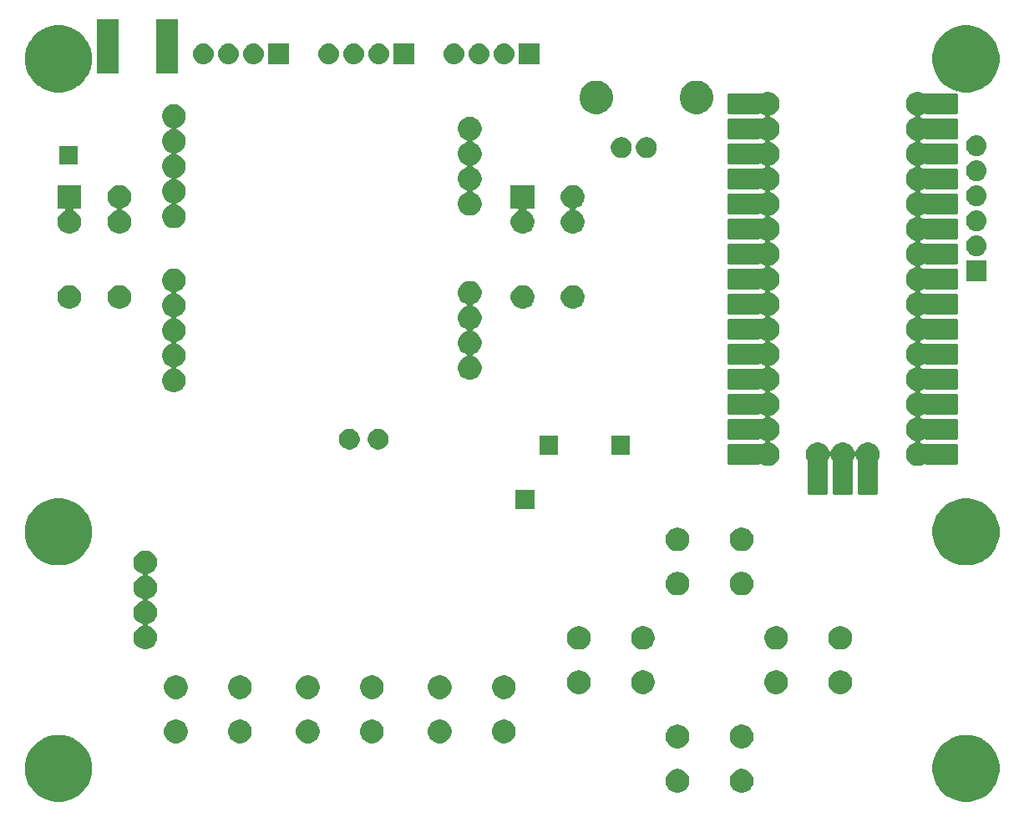
<source format=gbs>
G04 #@! TF.GenerationSoftware,KiCad,Pcbnew,5.1.4-e60b266~84~ubuntu18.04.1*
G04 #@! TF.CreationDate,2019-09-19T09:23:29-07:00*
G04 #@! TF.ProjectId,OpenBeacon2,4f70656e-4265-4616-936f-6e322e6b6963,B*
G04 #@! TF.SameCoordinates,Original*
G04 #@! TF.FileFunction,Soldermask,Bot*
G04 #@! TF.FilePolarity,Negative*
%FSLAX46Y46*%
G04 Gerber Fmt 4.6, Leading zero omitted, Abs format (unit mm)*
G04 Created by KiCad (PCBNEW 5.1.4-e60b266~84~ubuntu18.04.1) date 2019-09-19 09:23:29*
%MOMM*%
%LPD*%
G04 APERTURE LIST*
%ADD10C,0.100000*%
G04 APERTURE END LIST*
D10*
G36*
X196494786Y-122631809D02*
G01*
X196991743Y-122730660D01*
X197610504Y-122986959D01*
X197779722Y-123100027D01*
X198167373Y-123359047D01*
X198640953Y-123832627D01*
X198688565Y-123903884D01*
X199013041Y-124389496D01*
X199197433Y-124834657D01*
X199269340Y-125008258D01*
X199400000Y-125665128D01*
X199400000Y-126334872D01*
X199373907Y-126466050D01*
X199269340Y-126991743D01*
X199013041Y-127610504D01*
X198871017Y-127823058D01*
X198640953Y-128167373D01*
X198167373Y-128640953D01*
X197955566Y-128782478D01*
X197610504Y-129013041D01*
X196991743Y-129269340D01*
X196663307Y-129334670D01*
X196334872Y-129400000D01*
X195665128Y-129400000D01*
X195336693Y-129334670D01*
X195008257Y-129269340D01*
X194389496Y-129013041D01*
X194044434Y-128782478D01*
X193832627Y-128640953D01*
X193359047Y-128167373D01*
X193128983Y-127823058D01*
X192986959Y-127610504D01*
X192730660Y-126991743D01*
X192626093Y-126466050D01*
X192600000Y-126334872D01*
X192600000Y-125665128D01*
X192730660Y-125008258D01*
X192802568Y-124834657D01*
X192986959Y-124389496D01*
X193311435Y-123903884D01*
X193359047Y-123832627D01*
X193832627Y-123359047D01*
X194220278Y-123100027D01*
X194389496Y-122986959D01*
X195008257Y-122730660D01*
X195505214Y-122631809D01*
X195665128Y-122600000D01*
X196334872Y-122600000D01*
X196494786Y-122631809D01*
X196494786Y-122631809D01*
G37*
G36*
X104494786Y-122631809D02*
G01*
X104991743Y-122730660D01*
X105610504Y-122986959D01*
X105779722Y-123100027D01*
X106167373Y-123359047D01*
X106640953Y-123832627D01*
X106688565Y-123903884D01*
X107013041Y-124389496D01*
X107197433Y-124834657D01*
X107269340Y-125008258D01*
X107400000Y-125665128D01*
X107400000Y-126334872D01*
X107373907Y-126466050D01*
X107269340Y-126991743D01*
X107013041Y-127610504D01*
X106871017Y-127823058D01*
X106640953Y-128167373D01*
X106167373Y-128640953D01*
X105955566Y-128782478D01*
X105610504Y-129013041D01*
X104991743Y-129269340D01*
X104663307Y-129334670D01*
X104334872Y-129400000D01*
X103665128Y-129400000D01*
X103336693Y-129334670D01*
X103008257Y-129269340D01*
X102389496Y-129013041D01*
X102044434Y-128782478D01*
X101832627Y-128640953D01*
X101359047Y-128167373D01*
X101128983Y-127823058D01*
X100986959Y-127610504D01*
X100730660Y-126991743D01*
X100626093Y-126466050D01*
X100600000Y-126334872D01*
X100600000Y-125665128D01*
X100730660Y-125008258D01*
X100802568Y-124834657D01*
X100986959Y-124389496D01*
X101311435Y-123903884D01*
X101359047Y-123832627D01*
X101832627Y-123359047D01*
X102220278Y-123100027D01*
X102389496Y-122986959D01*
X103008257Y-122730660D01*
X103505214Y-122631809D01*
X103665128Y-122600000D01*
X104334872Y-122600000D01*
X104494786Y-122631809D01*
X104494786Y-122631809D01*
G37*
G36*
X167100026Y-126096115D02*
G01*
X167290505Y-126175014D01*
X167318413Y-126186574D01*
X167514955Y-126317899D01*
X167682101Y-126485045D01*
X167743505Y-126576942D01*
X167813427Y-126681589D01*
X167903885Y-126899974D01*
X167950000Y-127131809D01*
X167950000Y-127368191D01*
X167903885Y-127600026D01*
X167839216Y-127756151D01*
X167813426Y-127818413D01*
X167682101Y-128014955D01*
X167514955Y-128182101D01*
X167318413Y-128313426D01*
X167318412Y-128313427D01*
X167318411Y-128313427D01*
X167100026Y-128403885D01*
X166868191Y-128450000D01*
X166631809Y-128450000D01*
X166399974Y-128403885D01*
X166181589Y-128313427D01*
X166181588Y-128313427D01*
X166181587Y-128313426D01*
X165985045Y-128182101D01*
X165817899Y-128014955D01*
X165686574Y-127818413D01*
X165660784Y-127756151D01*
X165596115Y-127600026D01*
X165550000Y-127368191D01*
X165550000Y-127131809D01*
X165596115Y-126899974D01*
X165686573Y-126681589D01*
X165756496Y-126576942D01*
X165817899Y-126485045D01*
X165985045Y-126317899D01*
X166181587Y-126186574D01*
X166209495Y-126175014D01*
X166399974Y-126096115D01*
X166631809Y-126050000D01*
X166868191Y-126050000D01*
X167100026Y-126096115D01*
X167100026Y-126096115D01*
G37*
G36*
X173600026Y-126096115D02*
G01*
X173790505Y-126175014D01*
X173818413Y-126186574D01*
X174014955Y-126317899D01*
X174182101Y-126485045D01*
X174243505Y-126576942D01*
X174313427Y-126681589D01*
X174403885Y-126899974D01*
X174450000Y-127131809D01*
X174450000Y-127368191D01*
X174403885Y-127600026D01*
X174339216Y-127756151D01*
X174313426Y-127818413D01*
X174182101Y-128014955D01*
X174014955Y-128182101D01*
X173818413Y-128313426D01*
X173818412Y-128313427D01*
X173818411Y-128313427D01*
X173600026Y-128403885D01*
X173368191Y-128450000D01*
X173131809Y-128450000D01*
X172899974Y-128403885D01*
X172681589Y-128313427D01*
X172681588Y-128313427D01*
X172681587Y-128313426D01*
X172485045Y-128182101D01*
X172317899Y-128014955D01*
X172186574Y-127818413D01*
X172160784Y-127756151D01*
X172096115Y-127600026D01*
X172050000Y-127368191D01*
X172050000Y-127131809D01*
X172096115Y-126899974D01*
X172186573Y-126681589D01*
X172256496Y-126576942D01*
X172317899Y-126485045D01*
X172485045Y-126317899D01*
X172681587Y-126186574D01*
X172709495Y-126175014D01*
X172899974Y-126096115D01*
X173131809Y-126050000D01*
X173368191Y-126050000D01*
X173600026Y-126096115D01*
X173600026Y-126096115D01*
G37*
G36*
X173600026Y-121596115D02*
G01*
X173818411Y-121686573D01*
X173818413Y-121686574D01*
X174014955Y-121817899D01*
X174182101Y-121985045D01*
X174313427Y-122181589D01*
X174403885Y-122399974D01*
X174450000Y-122631809D01*
X174450000Y-122868191D01*
X174403885Y-123100026D01*
X174315492Y-123313426D01*
X174313426Y-123318413D01*
X174182101Y-123514955D01*
X174014955Y-123682101D01*
X173818413Y-123813426D01*
X173818412Y-123813427D01*
X173818411Y-123813427D01*
X173600026Y-123903885D01*
X173368191Y-123950000D01*
X173131809Y-123950000D01*
X172899974Y-123903885D01*
X172681589Y-123813427D01*
X172681588Y-123813427D01*
X172681587Y-123813426D01*
X172485045Y-123682101D01*
X172317899Y-123514955D01*
X172186574Y-123318413D01*
X172184508Y-123313426D01*
X172096115Y-123100026D01*
X172050000Y-122868191D01*
X172050000Y-122631809D01*
X172096115Y-122399974D01*
X172186573Y-122181589D01*
X172317899Y-121985045D01*
X172485045Y-121817899D01*
X172681587Y-121686574D01*
X172681589Y-121686573D01*
X172899974Y-121596115D01*
X173131809Y-121550000D01*
X173368191Y-121550000D01*
X173600026Y-121596115D01*
X173600026Y-121596115D01*
G37*
G36*
X167100026Y-121596115D02*
G01*
X167318411Y-121686573D01*
X167318413Y-121686574D01*
X167514955Y-121817899D01*
X167682101Y-121985045D01*
X167813427Y-122181589D01*
X167903885Y-122399974D01*
X167950000Y-122631809D01*
X167950000Y-122868191D01*
X167903885Y-123100026D01*
X167815492Y-123313426D01*
X167813426Y-123318413D01*
X167682101Y-123514955D01*
X167514955Y-123682101D01*
X167318413Y-123813426D01*
X167318412Y-123813427D01*
X167318411Y-123813427D01*
X167100026Y-123903885D01*
X166868191Y-123950000D01*
X166631809Y-123950000D01*
X166399974Y-123903885D01*
X166181589Y-123813427D01*
X166181588Y-123813427D01*
X166181587Y-123813426D01*
X165985045Y-123682101D01*
X165817899Y-123514955D01*
X165686574Y-123318413D01*
X165684508Y-123313426D01*
X165596115Y-123100026D01*
X165550000Y-122868191D01*
X165550000Y-122631809D01*
X165596115Y-122399974D01*
X165686573Y-122181589D01*
X165817899Y-121985045D01*
X165985045Y-121817899D01*
X166181587Y-121686574D01*
X166181589Y-121686573D01*
X166399974Y-121596115D01*
X166631809Y-121550000D01*
X166868191Y-121550000D01*
X167100026Y-121596115D01*
X167100026Y-121596115D01*
G37*
G36*
X122750026Y-121096115D02*
G01*
X122968411Y-121186573D01*
X122968413Y-121186574D01*
X123164955Y-121317899D01*
X123332101Y-121485045D01*
X123406316Y-121596115D01*
X123463427Y-121681589D01*
X123553885Y-121899974D01*
X123600000Y-122131809D01*
X123600000Y-122368191D01*
X123553885Y-122600026D01*
X123463427Y-122818411D01*
X123463426Y-122818413D01*
X123332101Y-123014955D01*
X123164955Y-123182101D01*
X122968413Y-123313426D01*
X122968412Y-123313427D01*
X122968411Y-123313427D01*
X122750026Y-123403885D01*
X122518191Y-123450000D01*
X122281809Y-123450000D01*
X122049974Y-123403885D01*
X121831589Y-123313427D01*
X121831588Y-123313427D01*
X121831587Y-123313426D01*
X121635045Y-123182101D01*
X121467899Y-123014955D01*
X121336574Y-122818413D01*
X121336573Y-122818411D01*
X121246115Y-122600026D01*
X121200000Y-122368191D01*
X121200000Y-122131809D01*
X121246115Y-121899974D01*
X121336573Y-121681589D01*
X121393685Y-121596115D01*
X121467899Y-121485045D01*
X121635045Y-121317899D01*
X121831587Y-121186574D01*
X121831589Y-121186573D01*
X122049974Y-121096115D01*
X122281809Y-121050000D01*
X122518191Y-121050000D01*
X122750026Y-121096115D01*
X122750026Y-121096115D01*
G37*
G36*
X116250026Y-121096115D02*
G01*
X116468411Y-121186573D01*
X116468413Y-121186574D01*
X116664955Y-121317899D01*
X116832101Y-121485045D01*
X116906316Y-121596115D01*
X116963427Y-121681589D01*
X117053885Y-121899974D01*
X117100000Y-122131809D01*
X117100000Y-122368191D01*
X117053885Y-122600026D01*
X116963427Y-122818411D01*
X116963426Y-122818413D01*
X116832101Y-123014955D01*
X116664955Y-123182101D01*
X116468413Y-123313426D01*
X116468412Y-123313427D01*
X116468411Y-123313427D01*
X116250026Y-123403885D01*
X116018191Y-123450000D01*
X115781809Y-123450000D01*
X115549974Y-123403885D01*
X115331589Y-123313427D01*
X115331588Y-123313427D01*
X115331587Y-123313426D01*
X115135045Y-123182101D01*
X114967899Y-123014955D01*
X114836574Y-122818413D01*
X114836573Y-122818411D01*
X114746115Y-122600026D01*
X114700000Y-122368191D01*
X114700000Y-122131809D01*
X114746115Y-121899974D01*
X114836573Y-121681589D01*
X114893685Y-121596115D01*
X114967899Y-121485045D01*
X115135045Y-121317899D01*
X115331587Y-121186574D01*
X115331589Y-121186573D01*
X115549974Y-121096115D01*
X115781809Y-121050000D01*
X116018191Y-121050000D01*
X116250026Y-121096115D01*
X116250026Y-121096115D01*
G37*
G36*
X136130026Y-121096115D02*
G01*
X136348411Y-121186573D01*
X136348413Y-121186574D01*
X136544955Y-121317899D01*
X136712101Y-121485045D01*
X136786316Y-121596115D01*
X136843427Y-121681589D01*
X136933885Y-121899974D01*
X136980000Y-122131809D01*
X136980000Y-122368191D01*
X136933885Y-122600026D01*
X136843427Y-122818411D01*
X136843426Y-122818413D01*
X136712101Y-123014955D01*
X136544955Y-123182101D01*
X136348413Y-123313426D01*
X136348412Y-123313427D01*
X136348411Y-123313427D01*
X136130026Y-123403885D01*
X135898191Y-123450000D01*
X135661809Y-123450000D01*
X135429974Y-123403885D01*
X135211589Y-123313427D01*
X135211588Y-123313427D01*
X135211587Y-123313426D01*
X135015045Y-123182101D01*
X134847899Y-123014955D01*
X134716574Y-122818413D01*
X134716573Y-122818411D01*
X134626115Y-122600026D01*
X134580000Y-122368191D01*
X134580000Y-122131809D01*
X134626115Y-121899974D01*
X134716573Y-121681589D01*
X134773685Y-121596115D01*
X134847899Y-121485045D01*
X135015045Y-121317899D01*
X135211587Y-121186574D01*
X135211589Y-121186573D01*
X135429974Y-121096115D01*
X135661809Y-121050000D01*
X135898191Y-121050000D01*
X136130026Y-121096115D01*
X136130026Y-121096115D01*
G37*
G36*
X129630026Y-121096115D02*
G01*
X129848411Y-121186573D01*
X129848413Y-121186574D01*
X130044955Y-121317899D01*
X130212101Y-121485045D01*
X130286316Y-121596115D01*
X130343427Y-121681589D01*
X130433885Y-121899974D01*
X130480000Y-122131809D01*
X130480000Y-122368191D01*
X130433885Y-122600026D01*
X130343427Y-122818411D01*
X130343426Y-122818413D01*
X130212101Y-123014955D01*
X130044955Y-123182101D01*
X129848413Y-123313426D01*
X129848412Y-123313427D01*
X129848411Y-123313427D01*
X129630026Y-123403885D01*
X129398191Y-123450000D01*
X129161809Y-123450000D01*
X128929974Y-123403885D01*
X128711589Y-123313427D01*
X128711588Y-123313427D01*
X128711587Y-123313426D01*
X128515045Y-123182101D01*
X128347899Y-123014955D01*
X128216574Y-122818413D01*
X128216573Y-122818411D01*
X128126115Y-122600026D01*
X128080000Y-122368191D01*
X128080000Y-122131809D01*
X128126115Y-121899974D01*
X128216573Y-121681589D01*
X128273685Y-121596115D01*
X128347899Y-121485045D01*
X128515045Y-121317899D01*
X128711587Y-121186574D01*
X128711589Y-121186573D01*
X128929974Y-121096115D01*
X129161809Y-121050000D01*
X129398191Y-121050000D01*
X129630026Y-121096115D01*
X129630026Y-121096115D01*
G37*
G36*
X143000026Y-121096115D02*
G01*
X143218411Y-121186573D01*
X143218413Y-121186574D01*
X143414955Y-121317899D01*
X143582101Y-121485045D01*
X143656316Y-121596115D01*
X143713427Y-121681589D01*
X143803885Y-121899974D01*
X143850000Y-122131809D01*
X143850000Y-122368191D01*
X143803885Y-122600026D01*
X143713427Y-122818411D01*
X143713426Y-122818413D01*
X143582101Y-123014955D01*
X143414955Y-123182101D01*
X143218413Y-123313426D01*
X143218412Y-123313427D01*
X143218411Y-123313427D01*
X143000026Y-123403885D01*
X142768191Y-123450000D01*
X142531809Y-123450000D01*
X142299974Y-123403885D01*
X142081589Y-123313427D01*
X142081588Y-123313427D01*
X142081587Y-123313426D01*
X141885045Y-123182101D01*
X141717899Y-123014955D01*
X141586574Y-122818413D01*
X141586573Y-122818411D01*
X141496115Y-122600026D01*
X141450000Y-122368191D01*
X141450000Y-122131809D01*
X141496115Y-121899974D01*
X141586573Y-121681589D01*
X141643685Y-121596115D01*
X141717899Y-121485045D01*
X141885045Y-121317899D01*
X142081587Y-121186574D01*
X142081589Y-121186573D01*
X142299974Y-121096115D01*
X142531809Y-121050000D01*
X142768191Y-121050000D01*
X143000026Y-121096115D01*
X143000026Y-121096115D01*
G37*
G36*
X149500026Y-121096115D02*
G01*
X149718411Y-121186573D01*
X149718413Y-121186574D01*
X149914955Y-121317899D01*
X150082101Y-121485045D01*
X150156316Y-121596115D01*
X150213427Y-121681589D01*
X150303885Y-121899974D01*
X150350000Y-122131809D01*
X150350000Y-122368191D01*
X150303885Y-122600026D01*
X150213427Y-122818411D01*
X150213426Y-122818413D01*
X150082101Y-123014955D01*
X149914955Y-123182101D01*
X149718413Y-123313426D01*
X149718412Y-123313427D01*
X149718411Y-123313427D01*
X149500026Y-123403885D01*
X149268191Y-123450000D01*
X149031809Y-123450000D01*
X148799974Y-123403885D01*
X148581589Y-123313427D01*
X148581588Y-123313427D01*
X148581587Y-123313426D01*
X148385045Y-123182101D01*
X148217899Y-123014955D01*
X148086574Y-122818413D01*
X148086573Y-122818411D01*
X147996115Y-122600026D01*
X147950000Y-122368191D01*
X147950000Y-122131809D01*
X147996115Y-121899974D01*
X148086573Y-121681589D01*
X148143685Y-121596115D01*
X148217899Y-121485045D01*
X148385045Y-121317899D01*
X148581587Y-121186574D01*
X148581589Y-121186573D01*
X148799974Y-121096115D01*
X149031809Y-121050000D01*
X149268191Y-121050000D01*
X149500026Y-121096115D01*
X149500026Y-121096115D01*
G37*
G36*
X116250026Y-116596115D02*
G01*
X116468411Y-116686573D01*
X116468413Y-116686574D01*
X116664955Y-116817899D01*
X116832101Y-116985045D01*
X116963427Y-117181589D01*
X117053885Y-117399974D01*
X117100000Y-117631809D01*
X117100000Y-117868191D01*
X117053885Y-118100026D01*
X117019888Y-118182101D01*
X116963426Y-118318413D01*
X116832101Y-118514955D01*
X116664955Y-118682101D01*
X116468413Y-118813426D01*
X116468412Y-118813427D01*
X116468411Y-118813427D01*
X116250026Y-118903885D01*
X116018191Y-118950000D01*
X115781809Y-118950000D01*
X115549974Y-118903885D01*
X115331589Y-118813427D01*
X115331588Y-118813427D01*
X115331587Y-118813426D01*
X115135045Y-118682101D01*
X114967899Y-118514955D01*
X114836574Y-118318413D01*
X114780112Y-118182101D01*
X114746115Y-118100026D01*
X114700000Y-117868191D01*
X114700000Y-117631809D01*
X114746115Y-117399974D01*
X114836573Y-117181589D01*
X114967899Y-116985045D01*
X115135045Y-116817899D01*
X115331587Y-116686574D01*
X115331589Y-116686573D01*
X115549974Y-116596115D01*
X115781809Y-116550000D01*
X116018191Y-116550000D01*
X116250026Y-116596115D01*
X116250026Y-116596115D01*
G37*
G36*
X122750026Y-116596115D02*
G01*
X122968411Y-116686573D01*
X122968413Y-116686574D01*
X123164955Y-116817899D01*
X123332101Y-116985045D01*
X123463427Y-117181589D01*
X123553885Y-117399974D01*
X123600000Y-117631809D01*
X123600000Y-117868191D01*
X123553885Y-118100026D01*
X123519888Y-118182101D01*
X123463426Y-118318413D01*
X123332101Y-118514955D01*
X123164955Y-118682101D01*
X122968413Y-118813426D01*
X122968412Y-118813427D01*
X122968411Y-118813427D01*
X122750026Y-118903885D01*
X122518191Y-118950000D01*
X122281809Y-118950000D01*
X122049974Y-118903885D01*
X121831589Y-118813427D01*
X121831588Y-118813427D01*
X121831587Y-118813426D01*
X121635045Y-118682101D01*
X121467899Y-118514955D01*
X121336574Y-118318413D01*
X121280112Y-118182101D01*
X121246115Y-118100026D01*
X121200000Y-117868191D01*
X121200000Y-117631809D01*
X121246115Y-117399974D01*
X121336573Y-117181589D01*
X121467899Y-116985045D01*
X121635045Y-116817899D01*
X121831587Y-116686574D01*
X121831589Y-116686573D01*
X122049974Y-116596115D01*
X122281809Y-116550000D01*
X122518191Y-116550000D01*
X122750026Y-116596115D01*
X122750026Y-116596115D01*
G37*
G36*
X136130026Y-116596115D02*
G01*
X136348411Y-116686573D01*
X136348413Y-116686574D01*
X136544955Y-116817899D01*
X136712101Y-116985045D01*
X136843427Y-117181589D01*
X136933885Y-117399974D01*
X136980000Y-117631809D01*
X136980000Y-117868191D01*
X136933885Y-118100026D01*
X136899888Y-118182101D01*
X136843426Y-118318413D01*
X136712101Y-118514955D01*
X136544955Y-118682101D01*
X136348413Y-118813426D01*
X136348412Y-118813427D01*
X136348411Y-118813427D01*
X136130026Y-118903885D01*
X135898191Y-118950000D01*
X135661809Y-118950000D01*
X135429974Y-118903885D01*
X135211589Y-118813427D01*
X135211588Y-118813427D01*
X135211587Y-118813426D01*
X135015045Y-118682101D01*
X134847899Y-118514955D01*
X134716574Y-118318413D01*
X134660112Y-118182101D01*
X134626115Y-118100026D01*
X134580000Y-117868191D01*
X134580000Y-117631809D01*
X134626115Y-117399974D01*
X134716573Y-117181589D01*
X134847899Y-116985045D01*
X135015045Y-116817899D01*
X135211587Y-116686574D01*
X135211589Y-116686573D01*
X135429974Y-116596115D01*
X135661809Y-116550000D01*
X135898191Y-116550000D01*
X136130026Y-116596115D01*
X136130026Y-116596115D01*
G37*
G36*
X129630026Y-116596115D02*
G01*
X129848411Y-116686573D01*
X129848413Y-116686574D01*
X130044955Y-116817899D01*
X130212101Y-116985045D01*
X130343427Y-117181589D01*
X130433885Y-117399974D01*
X130480000Y-117631809D01*
X130480000Y-117868191D01*
X130433885Y-118100026D01*
X130399888Y-118182101D01*
X130343426Y-118318413D01*
X130212101Y-118514955D01*
X130044955Y-118682101D01*
X129848413Y-118813426D01*
X129848412Y-118813427D01*
X129848411Y-118813427D01*
X129630026Y-118903885D01*
X129398191Y-118950000D01*
X129161809Y-118950000D01*
X128929974Y-118903885D01*
X128711589Y-118813427D01*
X128711588Y-118813427D01*
X128711587Y-118813426D01*
X128515045Y-118682101D01*
X128347899Y-118514955D01*
X128216574Y-118318413D01*
X128160112Y-118182101D01*
X128126115Y-118100026D01*
X128080000Y-117868191D01*
X128080000Y-117631809D01*
X128126115Y-117399974D01*
X128216573Y-117181589D01*
X128347899Y-116985045D01*
X128515045Y-116817899D01*
X128711587Y-116686574D01*
X128711589Y-116686573D01*
X128929974Y-116596115D01*
X129161809Y-116550000D01*
X129398191Y-116550000D01*
X129630026Y-116596115D01*
X129630026Y-116596115D01*
G37*
G36*
X149500026Y-116596115D02*
G01*
X149718411Y-116686573D01*
X149718413Y-116686574D01*
X149914955Y-116817899D01*
X150082101Y-116985045D01*
X150213427Y-117181589D01*
X150303885Y-117399974D01*
X150350000Y-117631809D01*
X150350000Y-117868191D01*
X150303885Y-118100026D01*
X150269888Y-118182101D01*
X150213426Y-118318413D01*
X150082101Y-118514955D01*
X149914955Y-118682101D01*
X149718413Y-118813426D01*
X149718412Y-118813427D01*
X149718411Y-118813427D01*
X149500026Y-118903885D01*
X149268191Y-118950000D01*
X149031809Y-118950000D01*
X148799974Y-118903885D01*
X148581589Y-118813427D01*
X148581588Y-118813427D01*
X148581587Y-118813426D01*
X148385045Y-118682101D01*
X148217899Y-118514955D01*
X148086574Y-118318413D01*
X148030112Y-118182101D01*
X147996115Y-118100026D01*
X147950000Y-117868191D01*
X147950000Y-117631809D01*
X147996115Y-117399974D01*
X148086573Y-117181589D01*
X148217899Y-116985045D01*
X148385045Y-116817899D01*
X148581587Y-116686574D01*
X148581589Y-116686573D01*
X148799974Y-116596115D01*
X149031809Y-116550000D01*
X149268191Y-116550000D01*
X149500026Y-116596115D01*
X149500026Y-116596115D01*
G37*
G36*
X143000026Y-116596115D02*
G01*
X143218411Y-116686573D01*
X143218413Y-116686574D01*
X143414955Y-116817899D01*
X143582101Y-116985045D01*
X143713427Y-117181589D01*
X143803885Y-117399974D01*
X143850000Y-117631809D01*
X143850000Y-117868191D01*
X143803885Y-118100026D01*
X143769888Y-118182101D01*
X143713426Y-118318413D01*
X143582101Y-118514955D01*
X143414955Y-118682101D01*
X143218413Y-118813426D01*
X143218412Y-118813427D01*
X143218411Y-118813427D01*
X143000026Y-118903885D01*
X142768191Y-118950000D01*
X142531809Y-118950000D01*
X142299974Y-118903885D01*
X142081589Y-118813427D01*
X142081588Y-118813427D01*
X142081587Y-118813426D01*
X141885045Y-118682101D01*
X141717899Y-118514955D01*
X141586574Y-118318413D01*
X141530112Y-118182101D01*
X141496115Y-118100026D01*
X141450000Y-117868191D01*
X141450000Y-117631809D01*
X141496115Y-117399974D01*
X141586573Y-117181589D01*
X141717899Y-116985045D01*
X141885045Y-116817899D01*
X142081587Y-116686574D01*
X142081589Y-116686573D01*
X142299974Y-116596115D01*
X142531809Y-116550000D01*
X142768191Y-116550000D01*
X143000026Y-116596115D01*
X143000026Y-116596115D01*
G37*
G36*
X163600026Y-116096115D02*
G01*
X163818411Y-116186573D01*
X163818413Y-116186574D01*
X164014955Y-116317899D01*
X164182101Y-116485045D01*
X164256316Y-116596115D01*
X164313427Y-116681589D01*
X164403885Y-116899974D01*
X164450000Y-117131809D01*
X164450000Y-117368191D01*
X164403885Y-117600026D01*
X164313427Y-117818411D01*
X164313426Y-117818413D01*
X164182101Y-118014955D01*
X164014955Y-118182101D01*
X163818413Y-118313426D01*
X163818412Y-118313427D01*
X163818411Y-118313427D01*
X163600026Y-118403885D01*
X163368191Y-118450000D01*
X163131809Y-118450000D01*
X162899974Y-118403885D01*
X162681589Y-118313427D01*
X162681588Y-118313427D01*
X162681587Y-118313426D01*
X162485045Y-118182101D01*
X162317899Y-118014955D01*
X162186574Y-117818413D01*
X162186573Y-117818411D01*
X162096115Y-117600026D01*
X162050000Y-117368191D01*
X162050000Y-117131809D01*
X162096115Y-116899974D01*
X162186573Y-116681589D01*
X162243685Y-116596115D01*
X162317899Y-116485045D01*
X162485045Y-116317899D01*
X162681587Y-116186574D01*
X162681589Y-116186573D01*
X162899974Y-116096115D01*
X163131809Y-116050000D01*
X163368191Y-116050000D01*
X163600026Y-116096115D01*
X163600026Y-116096115D01*
G37*
G36*
X177100026Y-116096115D02*
G01*
X177318411Y-116186573D01*
X177318413Y-116186574D01*
X177514955Y-116317899D01*
X177682101Y-116485045D01*
X177756316Y-116596115D01*
X177813427Y-116681589D01*
X177903885Y-116899974D01*
X177950000Y-117131809D01*
X177950000Y-117368191D01*
X177903885Y-117600026D01*
X177813427Y-117818411D01*
X177813426Y-117818413D01*
X177682101Y-118014955D01*
X177514955Y-118182101D01*
X177318413Y-118313426D01*
X177318412Y-118313427D01*
X177318411Y-118313427D01*
X177100026Y-118403885D01*
X176868191Y-118450000D01*
X176631809Y-118450000D01*
X176399974Y-118403885D01*
X176181589Y-118313427D01*
X176181588Y-118313427D01*
X176181587Y-118313426D01*
X175985045Y-118182101D01*
X175817899Y-118014955D01*
X175686574Y-117818413D01*
X175686573Y-117818411D01*
X175596115Y-117600026D01*
X175550000Y-117368191D01*
X175550000Y-117131809D01*
X175596115Y-116899974D01*
X175686573Y-116681589D01*
X175743685Y-116596115D01*
X175817899Y-116485045D01*
X175985045Y-116317899D01*
X176181587Y-116186574D01*
X176181589Y-116186573D01*
X176399974Y-116096115D01*
X176631809Y-116050000D01*
X176868191Y-116050000D01*
X177100026Y-116096115D01*
X177100026Y-116096115D01*
G37*
G36*
X157100026Y-116096115D02*
G01*
X157318411Y-116186573D01*
X157318413Y-116186574D01*
X157514955Y-116317899D01*
X157682101Y-116485045D01*
X157756316Y-116596115D01*
X157813427Y-116681589D01*
X157903885Y-116899974D01*
X157950000Y-117131809D01*
X157950000Y-117368191D01*
X157903885Y-117600026D01*
X157813427Y-117818411D01*
X157813426Y-117818413D01*
X157682101Y-118014955D01*
X157514955Y-118182101D01*
X157318413Y-118313426D01*
X157318412Y-118313427D01*
X157318411Y-118313427D01*
X157100026Y-118403885D01*
X156868191Y-118450000D01*
X156631809Y-118450000D01*
X156399974Y-118403885D01*
X156181589Y-118313427D01*
X156181588Y-118313427D01*
X156181587Y-118313426D01*
X155985045Y-118182101D01*
X155817899Y-118014955D01*
X155686574Y-117818413D01*
X155686573Y-117818411D01*
X155596115Y-117600026D01*
X155550000Y-117368191D01*
X155550000Y-117131809D01*
X155596115Y-116899974D01*
X155686573Y-116681589D01*
X155743685Y-116596115D01*
X155817899Y-116485045D01*
X155985045Y-116317899D01*
X156181587Y-116186574D01*
X156181589Y-116186573D01*
X156399974Y-116096115D01*
X156631809Y-116050000D01*
X156868191Y-116050000D01*
X157100026Y-116096115D01*
X157100026Y-116096115D01*
G37*
G36*
X183600026Y-116096115D02*
G01*
X183818411Y-116186573D01*
X183818413Y-116186574D01*
X184014955Y-116317899D01*
X184182101Y-116485045D01*
X184256316Y-116596115D01*
X184313427Y-116681589D01*
X184403885Y-116899974D01*
X184450000Y-117131809D01*
X184450000Y-117368191D01*
X184403885Y-117600026D01*
X184313427Y-117818411D01*
X184313426Y-117818413D01*
X184182101Y-118014955D01*
X184014955Y-118182101D01*
X183818413Y-118313426D01*
X183818412Y-118313427D01*
X183818411Y-118313427D01*
X183600026Y-118403885D01*
X183368191Y-118450000D01*
X183131809Y-118450000D01*
X182899974Y-118403885D01*
X182681589Y-118313427D01*
X182681588Y-118313427D01*
X182681587Y-118313426D01*
X182485045Y-118182101D01*
X182317899Y-118014955D01*
X182186574Y-117818413D01*
X182186573Y-117818411D01*
X182096115Y-117600026D01*
X182050000Y-117368191D01*
X182050000Y-117131809D01*
X182096115Y-116899974D01*
X182186573Y-116681589D01*
X182243685Y-116596115D01*
X182317899Y-116485045D01*
X182485045Y-116317899D01*
X182681587Y-116186574D01*
X182681589Y-116186573D01*
X182899974Y-116096115D01*
X183131809Y-116050000D01*
X183368191Y-116050000D01*
X183600026Y-116096115D01*
X183600026Y-116096115D01*
G37*
G36*
X177100026Y-111596115D02*
G01*
X177318411Y-111686573D01*
X177318413Y-111686574D01*
X177455091Y-111777899D01*
X177514955Y-111817899D01*
X177682101Y-111985045D01*
X177813427Y-112181589D01*
X177903885Y-112399974D01*
X177950000Y-112631809D01*
X177950000Y-112868191D01*
X177903885Y-113100026D01*
X177813427Y-113318411D01*
X177813426Y-113318413D01*
X177682101Y-113514955D01*
X177514955Y-113682101D01*
X177318413Y-113813426D01*
X177318412Y-113813427D01*
X177318411Y-113813427D01*
X177100026Y-113903885D01*
X176868191Y-113950000D01*
X176631809Y-113950000D01*
X176399974Y-113903885D01*
X176181589Y-113813427D01*
X176181588Y-113813427D01*
X176181587Y-113813426D01*
X175985045Y-113682101D01*
X175817899Y-113514955D01*
X175686574Y-113318413D01*
X175686573Y-113318411D01*
X175596115Y-113100026D01*
X175550000Y-112868191D01*
X175550000Y-112631809D01*
X175596115Y-112399974D01*
X175686573Y-112181589D01*
X175817899Y-111985045D01*
X175985045Y-111817899D01*
X176044909Y-111777899D01*
X176181587Y-111686574D01*
X176181589Y-111686573D01*
X176399974Y-111596115D01*
X176631809Y-111550000D01*
X176868191Y-111550000D01*
X177100026Y-111596115D01*
X177100026Y-111596115D01*
G37*
G36*
X183600026Y-111596115D02*
G01*
X183818411Y-111686573D01*
X183818413Y-111686574D01*
X183955091Y-111777899D01*
X184014955Y-111817899D01*
X184182101Y-111985045D01*
X184313427Y-112181589D01*
X184403885Y-112399974D01*
X184450000Y-112631809D01*
X184450000Y-112868191D01*
X184403885Y-113100026D01*
X184313427Y-113318411D01*
X184313426Y-113318413D01*
X184182101Y-113514955D01*
X184014955Y-113682101D01*
X183818413Y-113813426D01*
X183818412Y-113813427D01*
X183818411Y-113813427D01*
X183600026Y-113903885D01*
X183368191Y-113950000D01*
X183131809Y-113950000D01*
X182899974Y-113903885D01*
X182681589Y-113813427D01*
X182681588Y-113813427D01*
X182681587Y-113813426D01*
X182485045Y-113682101D01*
X182317899Y-113514955D01*
X182186574Y-113318413D01*
X182186573Y-113318411D01*
X182096115Y-113100026D01*
X182050000Y-112868191D01*
X182050000Y-112631809D01*
X182096115Y-112399974D01*
X182186573Y-112181589D01*
X182317899Y-111985045D01*
X182485045Y-111817899D01*
X182544909Y-111777899D01*
X182681587Y-111686574D01*
X182681589Y-111686573D01*
X182899974Y-111596115D01*
X183131809Y-111550000D01*
X183368191Y-111550000D01*
X183600026Y-111596115D01*
X183600026Y-111596115D01*
G37*
G36*
X163600026Y-111596115D02*
G01*
X163818411Y-111686573D01*
X163818413Y-111686574D01*
X163955091Y-111777899D01*
X164014955Y-111817899D01*
X164182101Y-111985045D01*
X164313427Y-112181589D01*
X164403885Y-112399974D01*
X164450000Y-112631809D01*
X164450000Y-112868191D01*
X164403885Y-113100026D01*
X164313427Y-113318411D01*
X164313426Y-113318413D01*
X164182101Y-113514955D01*
X164014955Y-113682101D01*
X163818413Y-113813426D01*
X163818412Y-113813427D01*
X163818411Y-113813427D01*
X163600026Y-113903885D01*
X163368191Y-113950000D01*
X163131809Y-113950000D01*
X162899974Y-113903885D01*
X162681589Y-113813427D01*
X162681588Y-113813427D01*
X162681587Y-113813426D01*
X162485045Y-113682101D01*
X162317899Y-113514955D01*
X162186574Y-113318413D01*
X162186573Y-113318411D01*
X162096115Y-113100026D01*
X162050000Y-112868191D01*
X162050000Y-112631809D01*
X162096115Y-112399974D01*
X162186573Y-112181589D01*
X162317899Y-111985045D01*
X162485045Y-111817899D01*
X162544909Y-111777899D01*
X162681587Y-111686574D01*
X162681589Y-111686573D01*
X162899974Y-111596115D01*
X163131809Y-111550000D01*
X163368191Y-111550000D01*
X163600026Y-111596115D01*
X163600026Y-111596115D01*
G37*
G36*
X157100026Y-111596115D02*
G01*
X157318411Y-111686573D01*
X157318413Y-111686574D01*
X157455091Y-111777899D01*
X157514955Y-111817899D01*
X157682101Y-111985045D01*
X157813427Y-112181589D01*
X157903885Y-112399974D01*
X157950000Y-112631809D01*
X157950000Y-112868191D01*
X157903885Y-113100026D01*
X157813427Y-113318411D01*
X157813426Y-113318413D01*
X157682101Y-113514955D01*
X157514955Y-113682101D01*
X157318413Y-113813426D01*
X157318412Y-113813427D01*
X157318411Y-113813427D01*
X157100026Y-113903885D01*
X156868191Y-113950000D01*
X156631809Y-113950000D01*
X156399974Y-113903885D01*
X156181589Y-113813427D01*
X156181588Y-113813427D01*
X156181587Y-113813426D01*
X155985045Y-113682101D01*
X155817899Y-113514955D01*
X155686574Y-113318413D01*
X155686573Y-113318411D01*
X155596115Y-113100026D01*
X155550000Y-112868191D01*
X155550000Y-112631809D01*
X155596115Y-112399974D01*
X155686573Y-112181589D01*
X155817899Y-111985045D01*
X155985045Y-111817899D01*
X156044909Y-111777899D01*
X156181587Y-111686574D01*
X156181589Y-111686573D01*
X156399974Y-111596115D01*
X156631809Y-111550000D01*
X156868191Y-111550000D01*
X157100026Y-111596115D01*
X157100026Y-111596115D01*
G37*
G36*
X113150026Y-103936115D02*
G01*
X113368411Y-104026573D01*
X113368413Y-104026574D01*
X113447673Y-104079534D01*
X113564955Y-104157899D01*
X113732101Y-104325045D01*
X113863427Y-104521589D01*
X113953885Y-104739974D01*
X114000000Y-104971809D01*
X114000000Y-105208191D01*
X113953885Y-105440026D01*
X113863427Y-105658411D01*
X113863426Y-105658413D01*
X113732101Y-105854955D01*
X113564955Y-106022101D01*
X113368413Y-106153426D01*
X113368412Y-106153427D01*
X113368411Y-106153427D01*
X113148503Y-106244516D01*
X113126892Y-106256067D01*
X113107950Y-106271612D01*
X113092405Y-106290554D01*
X113080854Y-106312165D01*
X113073741Y-106335614D01*
X113071339Y-106360000D01*
X113073741Y-106384386D01*
X113080854Y-106407835D01*
X113092405Y-106429446D01*
X113107950Y-106448388D01*
X113126892Y-106463933D01*
X113148503Y-106475484D01*
X113368411Y-106566573D01*
X113368413Y-106566574D01*
X113540542Y-106681587D01*
X113564955Y-106697899D01*
X113732101Y-106865045D01*
X113863427Y-107061589D01*
X113953885Y-107279974D01*
X114000000Y-107511809D01*
X114000000Y-107748191D01*
X113953885Y-107980026D01*
X113870183Y-108182101D01*
X113863426Y-108198413D01*
X113732101Y-108394955D01*
X113564955Y-108562101D01*
X113368413Y-108693426D01*
X113368412Y-108693427D01*
X113368411Y-108693427D01*
X113148503Y-108784516D01*
X113126892Y-108796067D01*
X113107950Y-108811612D01*
X113092405Y-108830554D01*
X113080854Y-108852165D01*
X113073741Y-108875614D01*
X113071339Y-108900000D01*
X113073741Y-108924386D01*
X113080854Y-108947835D01*
X113092405Y-108969446D01*
X113107950Y-108988388D01*
X113126892Y-109003933D01*
X113148503Y-109015484D01*
X113368411Y-109106573D01*
X113368413Y-109106574D01*
X113564955Y-109237899D01*
X113732101Y-109405045D01*
X113863427Y-109601589D01*
X113953885Y-109819974D01*
X114000000Y-110051809D01*
X114000000Y-110288191D01*
X113953885Y-110520026D01*
X113863427Y-110738411D01*
X113863426Y-110738413D01*
X113732101Y-110934955D01*
X113564955Y-111102101D01*
X113368413Y-111233426D01*
X113368412Y-111233427D01*
X113368411Y-111233427D01*
X113148503Y-111324516D01*
X113126892Y-111336067D01*
X113107950Y-111351612D01*
X113092405Y-111370554D01*
X113080854Y-111392165D01*
X113073741Y-111415614D01*
X113071339Y-111440000D01*
X113073741Y-111464386D01*
X113080854Y-111487835D01*
X113092405Y-111509446D01*
X113107950Y-111528388D01*
X113126892Y-111543933D01*
X113148503Y-111555484D01*
X113368411Y-111646573D01*
X113368413Y-111646574D01*
X113428277Y-111686574D01*
X113564955Y-111777899D01*
X113732101Y-111945045D01*
X113863427Y-112141589D01*
X113953885Y-112359974D01*
X114000000Y-112591809D01*
X114000000Y-112828191D01*
X113953885Y-113060026D01*
X113937316Y-113100026D01*
X113863426Y-113278413D01*
X113732101Y-113474955D01*
X113564955Y-113642101D01*
X113368413Y-113773426D01*
X113368412Y-113773427D01*
X113368411Y-113773427D01*
X113150026Y-113863885D01*
X112918191Y-113910000D01*
X112681809Y-113910000D01*
X112449974Y-113863885D01*
X112231589Y-113773427D01*
X112231588Y-113773427D01*
X112231587Y-113773426D01*
X112035045Y-113642101D01*
X111867899Y-113474955D01*
X111736574Y-113278413D01*
X111662684Y-113100026D01*
X111646115Y-113060026D01*
X111600000Y-112828191D01*
X111600000Y-112591809D01*
X111646115Y-112359974D01*
X111736573Y-112141589D01*
X111867899Y-111945045D01*
X112035045Y-111777899D01*
X112171723Y-111686574D01*
X112231587Y-111646574D01*
X112231589Y-111646573D01*
X112451497Y-111555484D01*
X112473108Y-111543933D01*
X112492050Y-111528388D01*
X112507595Y-111509446D01*
X112519146Y-111487835D01*
X112526259Y-111464386D01*
X112528661Y-111440000D01*
X112526259Y-111415614D01*
X112519146Y-111392165D01*
X112507595Y-111370554D01*
X112492050Y-111351612D01*
X112473108Y-111336067D01*
X112451497Y-111324516D01*
X112231589Y-111233427D01*
X112231588Y-111233427D01*
X112231587Y-111233426D01*
X112035045Y-111102101D01*
X111867899Y-110934955D01*
X111736574Y-110738413D01*
X111736573Y-110738411D01*
X111646115Y-110520026D01*
X111600000Y-110288191D01*
X111600000Y-110051809D01*
X111646115Y-109819974D01*
X111736573Y-109601589D01*
X111867899Y-109405045D01*
X112035045Y-109237899D01*
X112231587Y-109106574D01*
X112231589Y-109106573D01*
X112451497Y-109015484D01*
X112473108Y-109003933D01*
X112492050Y-108988388D01*
X112507595Y-108969446D01*
X112519146Y-108947835D01*
X112526259Y-108924386D01*
X112528661Y-108900000D01*
X112526259Y-108875614D01*
X112519146Y-108852165D01*
X112507595Y-108830554D01*
X112492050Y-108811612D01*
X112473108Y-108796067D01*
X112451497Y-108784516D01*
X112231589Y-108693427D01*
X112231588Y-108693427D01*
X112231587Y-108693426D01*
X112035045Y-108562101D01*
X111867899Y-108394955D01*
X111736574Y-108198413D01*
X111729817Y-108182101D01*
X111646115Y-107980026D01*
X111600000Y-107748191D01*
X111600000Y-107511809D01*
X111646115Y-107279974D01*
X111736573Y-107061589D01*
X111867899Y-106865045D01*
X112035045Y-106697899D01*
X112059458Y-106681587D01*
X112231587Y-106566574D01*
X112231589Y-106566573D01*
X112451497Y-106475484D01*
X112473108Y-106463933D01*
X112492050Y-106448388D01*
X112507595Y-106429446D01*
X112519146Y-106407835D01*
X112526259Y-106384386D01*
X112528661Y-106360000D01*
X112526259Y-106335614D01*
X112519146Y-106312165D01*
X112507595Y-106290554D01*
X112492050Y-106271612D01*
X112473108Y-106256067D01*
X112451497Y-106244516D01*
X112231589Y-106153427D01*
X112231588Y-106153427D01*
X112231587Y-106153426D01*
X112035045Y-106022101D01*
X111867899Y-105854955D01*
X111736574Y-105658413D01*
X111736573Y-105658411D01*
X111646115Y-105440026D01*
X111600000Y-105208191D01*
X111600000Y-104971809D01*
X111646115Y-104739974D01*
X111736573Y-104521589D01*
X111867899Y-104325045D01*
X112035045Y-104157899D01*
X112152327Y-104079534D01*
X112231587Y-104026574D01*
X112231589Y-104026573D01*
X112449974Y-103936115D01*
X112681809Y-103890000D01*
X112918191Y-103890000D01*
X113150026Y-103936115D01*
X113150026Y-103936115D01*
G37*
G36*
X167100026Y-106096115D02*
G01*
X167238389Y-106153427D01*
X167318413Y-106186574D01*
X167473201Y-106290000D01*
X167514955Y-106317899D01*
X167682101Y-106485045D01*
X167813427Y-106681589D01*
X167903885Y-106899974D01*
X167950000Y-107131809D01*
X167950000Y-107368191D01*
X167903885Y-107600026D01*
X167842513Y-107748190D01*
X167813426Y-107818413D01*
X167682101Y-108014955D01*
X167514955Y-108182101D01*
X167318413Y-108313426D01*
X167318412Y-108313427D01*
X167318411Y-108313427D01*
X167100026Y-108403885D01*
X166868191Y-108450000D01*
X166631809Y-108450000D01*
X166399974Y-108403885D01*
X166181589Y-108313427D01*
X166181588Y-108313427D01*
X166181587Y-108313426D01*
X165985045Y-108182101D01*
X165817899Y-108014955D01*
X165686574Y-107818413D01*
X165657487Y-107748190D01*
X165596115Y-107600026D01*
X165550000Y-107368191D01*
X165550000Y-107131809D01*
X165596115Y-106899974D01*
X165686573Y-106681589D01*
X165817899Y-106485045D01*
X165985045Y-106317899D01*
X166026799Y-106290000D01*
X166181587Y-106186574D01*
X166261611Y-106153427D01*
X166399974Y-106096115D01*
X166631809Y-106050000D01*
X166868191Y-106050000D01*
X167100026Y-106096115D01*
X167100026Y-106096115D01*
G37*
G36*
X173600026Y-106096115D02*
G01*
X173738389Y-106153427D01*
X173818413Y-106186574D01*
X173973201Y-106290000D01*
X174014955Y-106317899D01*
X174182101Y-106485045D01*
X174313427Y-106681589D01*
X174403885Y-106899974D01*
X174450000Y-107131809D01*
X174450000Y-107368191D01*
X174403885Y-107600026D01*
X174342513Y-107748190D01*
X174313426Y-107818413D01*
X174182101Y-108014955D01*
X174014955Y-108182101D01*
X173818413Y-108313426D01*
X173818412Y-108313427D01*
X173818411Y-108313427D01*
X173600026Y-108403885D01*
X173368191Y-108450000D01*
X173131809Y-108450000D01*
X172899974Y-108403885D01*
X172681589Y-108313427D01*
X172681588Y-108313427D01*
X172681587Y-108313426D01*
X172485045Y-108182101D01*
X172317899Y-108014955D01*
X172186574Y-107818413D01*
X172157487Y-107748190D01*
X172096115Y-107600026D01*
X172050000Y-107368191D01*
X172050000Y-107131809D01*
X172096115Y-106899974D01*
X172186573Y-106681589D01*
X172317899Y-106485045D01*
X172485045Y-106317899D01*
X172526799Y-106290000D01*
X172681587Y-106186574D01*
X172761611Y-106153427D01*
X172899974Y-106096115D01*
X173131809Y-106050000D01*
X173368191Y-106050000D01*
X173600026Y-106096115D01*
X173600026Y-106096115D01*
G37*
G36*
X196663307Y-98665330D02*
G01*
X196991743Y-98730660D01*
X197610504Y-98986959D01*
X197630021Y-99000000D01*
X198167373Y-99359047D01*
X198640953Y-99832627D01*
X198699645Y-99920466D01*
X199013041Y-100389496D01*
X199197433Y-100834657D01*
X199269340Y-101008258D01*
X199400000Y-101665128D01*
X199400000Y-102334872D01*
X199387050Y-102399974D01*
X199269340Y-102991743D01*
X199013041Y-103610504D01*
X198965201Y-103682101D01*
X198640953Y-104167373D01*
X198167373Y-104640953D01*
X198019179Y-104739973D01*
X197610504Y-105013041D01*
X196991743Y-105269340D01*
X196663307Y-105334670D01*
X196334872Y-105400000D01*
X195665128Y-105400000D01*
X195336693Y-105334670D01*
X195008257Y-105269340D01*
X194389496Y-105013041D01*
X193980821Y-104739973D01*
X193832627Y-104640953D01*
X193359047Y-104167373D01*
X193034799Y-103682101D01*
X192986959Y-103610504D01*
X192730660Y-102991743D01*
X192612950Y-102399974D01*
X192600000Y-102334872D01*
X192600000Y-101665128D01*
X192730660Y-101008258D01*
X192802568Y-100834657D01*
X192986959Y-100389496D01*
X193300355Y-99920466D01*
X193359047Y-99832627D01*
X193832627Y-99359047D01*
X194369979Y-99000000D01*
X194389496Y-98986959D01*
X195008257Y-98730660D01*
X195336693Y-98665330D01*
X195665128Y-98600000D01*
X196334872Y-98600000D01*
X196663307Y-98665330D01*
X196663307Y-98665330D01*
G37*
G36*
X104663307Y-98665330D02*
G01*
X104991743Y-98730660D01*
X105610504Y-98986959D01*
X105630021Y-99000000D01*
X106167373Y-99359047D01*
X106640953Y-99832627D01*
X106699645Y-99920466D01*
X107013041Y-100389496D01*
X107197433Y-100834657D01*
X107269340Y-101008258D01*
X107400000Y-101665128D01*
X107400000Y-102334872D01*
X107387050Y-102399974D01*
X107269340Y-102991743D01*
X107013041Y-103610504D01*
X106965201Y-103682101D01*
X106640953Y-104167373D01*
X106167373Y-104640953D01*
X106019179Y-104739973D01*
X105610504Y-105013041D01*
X104991743Y-105269340D01*
X104663307Y-105334670D01*
X104334872Y-105400000D01*
X103665128Y-105400000D01*
X103336693Y-105334670D01*
X103008257Y-105269340D01*
X102389496Y-105013041D01*
X101980821Y-104739973D01*
X101832627Y-104640953D01*
X101359047Y-104167373D01*
X101034799Y-103682101D01*
X100986959Y-103610504D01*
X100730660Y-102991743D01*
X100612950Y-102399974D01*
X100600000Y-102334872D01*
X100600000Y-101665128D01*
X100730660Y-101008258D01*
X100802568Y-100834657D01*
X100986959Y-100389496D01*
X101300355Y-99920466D01*
X101359047Y-99832627D01*
X101832627Y-99359047D01*
X102369979Y-99000000D01*
X102389496Y-98986959D01*
X103008257Y-98730660D01*
X103336693Y-98665330D01*
X103665128Y-98600000D01*
X104334872Y-98600000D01*
X104663307Y-98665330D01*
X104663307Y-98665330D01*
G37*
G36*
X173600026Y-101596115D02*
G01*
X173818411Y-101686573D01*
X173818413Y-101686574D01*
X174014955Y-101817899D01*
X174182101Y-101985045D01*
X174231580Y-102059095D01*
X174313427Y-102181589D01*
X174403885Y-102399974D01*
X174450000Y-102631809D01*
X174450000Y-102868191D01*
X174403885Y-103100026D01*
X174349631Y-103231006D01*
X174313426Y-103318413D01*
X174182101Y-103514955D01*
X174014955Y-103682101D01*
X173818413Y-103813426D01*
X173818412Y-103813427D01*
X173818411Y-103813427D01*
X173600026Y-103903885D01*
X173368191Y-103950000D01*
X173131809Y-103950000D01*
X172899974Y-103903885D01*
X172681589Y-103813427D01*
X172681588Y-103813427D01*
X172681587Y-103813426D01*
X172485045Y-103682101D01*
X172317899Y-103514955D01*
X172186574Y-103318413D01*
X172150369Y-103231006D01*
X172096115Y-103100026D01*
X172050000Y-102868191D01*
X172050000Y-102631809D01*
X172096115Y-102399974D01*
X172186573Y-102181589D01*
X172268421Y-102059095D01*
X172317899Y-101985045D01*
X172485045Y-101817899D01*
X172681587Y-101686574D01*
X172681589Y-101686573D01*
X172899974Y-101596115D01*
X173131809Y-101550000D01*
X173368191Y-101550000D01*
X173600026Y-101596115D01*
X173600026Y-101596115D01*
G37*
G36*
X167100026Y-101596115D02*
G01*
X167318411Y-101686573D01*
X167318413Y-101686574D01*
X167514955Y-101817899D01*
X167682101Y-101985045D01*
X167731580Y-102059095D01*
X167813427Y-102181589D01*
X167903885Y-102399974D01*
X167950000Y-102631809D01*
X167950000Y-102868191D01*
X167903885Y-103100026D01*
X167849631Y-103231006D01*
X167813426Y-103318413D01*
X167682101Y-103514955D01*
X167514955Y-103682101D01*
X167318413Y-103813426D01*
X167318412Y-103813427D01*
X167318411Y-103813427D01*
X167100026Y-103903885D01*
X166868191Y-103950000D01*
X166631809Y-103950000D01*
X166399974Y-103903885D01*
X166181589Y-103813427D01*
X166181588Y-103813427D01*
X166181587Y-103813426D01*
X165985045Y-103682101D01*
X165817899Y-103514955D01*
X165686574Y-103318413D01*
X165650369Y-103231006D01*
X165596115Y-103100026D01*
X165550000Y-102868191D01*
X165550000Y-102631809D01*
X165596115Y-102399974D01*
X165686573Y-102181589D01*
X165768421Y-102059095D01*
X165817899Y-101985045D01*
X165985045Y-101817899D01*
X166181587Y-101686574D01*
X166181589Y-101686573D01*
X166399974Y-101596115D01*
X166631809Y-101550000D01*
X166868191Y-101550000D01*
X167100026Y-101596115D01*
X167100026Y-101596115D01*
G37*
G36*
X152250000Y-99650000D02*
G01*
X150350000Y-99650000D01*
X150350000Y-97750000D01*
X152250000Y-97750000D01*
X152250000Y-99650000D01*
X152250000Y-99650000D01*
G37*
G36*
X181103367Y-92928313D02*
G01*
X181283589Y-92964162D01*
X181333094Y-92979180D01*
X181502860Y-93049499D01*
X181508305Y-93052409D01*
X181508304Y-93052409D01*
X181543049Y-93070980D01*
X181543054Y-93070983D01*
X181548490Y-93073889D01*
X181701278Y-93175979D01*
X181706044Y-93179890D01*
X181706045Y-93179891D01*
X181736499Y-93204884D01*
X181736501Y-93204886D01*
X181741264Y-93208795D01*
X181871205Y-93338736D01*
X181904021Y-93378722D01*
X182006111Y-93531510D01*
X182009017Y-93536946D01*
X182009020Y-93536951D01*
X182025445Y-93567680D01*
X182030501Y-93577140D01*
X182100820Y-93746906D01*
X182110384Y-93778432D01*
X182119761Y-93801071D01*
X182133375Y-93821445D01*
X182150702Y-93838772D01*
X182171077Y-93852386D01*
X182193716Y-93861763D01*
X182217749Y-93866543D01*
X182242253Y-93866543D01*
X182266286Y-93861762D01*
X182288925Y-93852385D01*
X182309299Y-93838771D01*
X182326626Y-93821444D01*
X182340240Y-93801069D01*
X182349616Y-93778432D01*
X182359180Y-93746906D01*
X182429499Y-93577140D01*
X182434555Y-93567680D01*
X182450980Y-93536951D01*
X182450983Y-93536946D01*
X182453889Y-93531510D01*
X182555979Y-93378722D01*
X182588795Y-93338736D01*
X182718736Y-93208795D01*
X182723499Y-93204886D01*
X182723501Y-93204884D01*
X182753955Y-93179891D01*
X182753956Y-93179890D01*
X182758722Y-93175979D01*
X182911510Y-93073889D01*
X182916946Y-93070983D01*
X182916951Y-93070980D01*
X182951696Y-93052409D01*
X182951695Y-93052409D01*
X182957140Y-93049499D01*
X183126906Y-92979180D01*
X183176411Y-92964162D01*
X183356633Y-92928313D01*
X183408123Y-92923242D01*
X183591877Y-92923242D01*
X183643367Y-92928313D01*
X183823589Y-92964162D01*
X183873094Y-92979180D01*
X184042860Y-93049499D01*
X184048305Y-93052409D01*
X184048304Y-93052409D01*
X184083049Y-93070980D01*
X184083054Y-93070983D01*
X184088490Y-93073889D01*
X184241278Y-93175979D01*
X184246044Y-93179890D01*
X184246045Y-93179891D01*
X184276499Y-93204884D01*
X184276501Y-93204886D01*
X184281264Y-93208795D01*
X184411205Y-93338736D01*
X184444021Y-93378722D01*
X184546111Y-93531510D01*
X184549017Y-93536946D01*
X184549020Y-93536951D01*
X184565445Y-93567680D01*
X184570501Y-93577140D01*
X184640820Y-93746906D01*
X184650384Y-93778432D01*
X184659761Y-93801071D01*
X184673375Y-93821445D01*
X184690702Y-93838772D01*
X184711077Y-93852386D01*
X184733716Y-93861763D01*
X184757749Y-93866543D01*
X184782253Y-93866543D01*
X184806286Y-93861762D01*
X184828925Y-93852385D01*
X184849299Y-93838771D01*
X184866626Y-93821444D01*
X184880240Y-93801069D01*
X184889616Y-93778432D01*
X184899180Y-93746906D01*
X184969499Y-93577140D01*
X184974555Y-93567680D01*
X184990980Y-93536951D01*
X184990983Y-93536946D01*
X184993889Y-93531510D01*
X185095979Y-93378722D01*
X185128795Y-93338736D01*
X185258736Y-93208795D01*
X185263499Y-93204886D01*
X185263501Y-93204884D01*
X185293955Y-93179891D01*
X185293956Y-93179890D01*
X185298722Y-93175979D01*
X185451510Y-93073889D01*
X185456946Y-93070983D01*
X185456951Y-93070980D01*
X185491696Y-93052409D01*
X185491695Y-93052409D01*
X185497140Y-93049499D01*
X185666906Y-92979180D01*
X185716411Y-92964162D01*
X185896633Y-92928313D01*
X185948123Y-92923242D01*
X186131877Y-92923242D01*
X186183367Y-92928313D01*
X186363589Y-92964162D01*
X186413094Y-92979180D01*
X186582860Y-93049499D01*
X186588305Y-93052409D01*
X186588304Y-93052409D01*
X186623049Y-93070980D01*
X186623054Y-93070983D01*
X186628490Y-93073889D01*
X186781278Y-93175979D01*
X186786044Y-93179890D01*
X186786045Y-93179891D01*
X186816499Y-93204884D01*
X186816501Y-93204886D01*
X186821264Y-93208795D01*
X186951205Y-93338736D01*
X186984021Y-93378722D01*
X187086111Y-93531510D01*
X187089017Y-93536946D01*
X187089020Y-93536951D01*
X187105445Y-93567680D01*
X187110501Y-93577140D01*
X187180820Y-93746906D01*
X187195838Y-93796411D01*
X187231687Y-93976633D01*
X187236758Y-94028123D01*
X187236758Y-94211877D01*
X187231687Y-94263367D01*
X187195838Y-94443589D01*
X187180820Y-94493094D01*
X187110501Y-94662860D01*
X187107591Y-94668304D01*
X187089020Y-94703049D01*
X187089017Y-94703054D01*
X187086111Y-94708490D01*
X187050986Y-94761058D01*
X187039435Y-94782669D01*
X187032322Y-94806118D01*
X187029920Y-94830504D01*
X187032322Y-94854890D01*
X187039435Y-94878339D01*
X187054442Y-94903376D01*
X187075670Y-94943091D01*
X187087107Y-94980795D01*
X187091573Y-95026140D01*
X187091573Y-98013860D01*
X187087107Y-98059205D01*
X187075670Y-98096909D01*
X187058226Y-98129544D01*
X187057099Y-98131652D01*
X187032106Y-98162106D01*
X187001652Y-98187099D01*
X187001650Y-98187100D01*
X186966909Y-98205670D01*
X186929205Y-98217107D01*
X186883860Y-98221573D01*
X185196140Y-98221573D01*
X185150795Y-98217107D01*
X185113091Y-98205670D01*
X185078350Y-98187100D01*
X185078348Y-98187099D01*
X185047894Y-98162106D01*
X185022901Y-98131652D01*
X185021774Y-98129544D01*
X185004330Y-98096909D01*
X184992893Y-98059205D01*
X184988427Y-98013860D01*
X184988427Y-95026140D01*
X184992893Y-94980795D01*
X185004330Y-94943091D01*
X185023791Y-94906683D01*
X185035322Y-94889426D01*
X185044698Y-94866787D01*
X185049478Y-94842753D01*
X185049478Y-94818249D01*
X185044697Y-94794216D01*
X185029014Y-94761058D01*
X184993889Y-94708490D01*
X184990983Y-94703054D01*
X184990980Y-94703049D01*
X184972409Y-94668304D01*
X184969499Y-94662860D01*
X184899180Y-94493094D01*
X184889616Y-94461568D01*
X184880239Y-94438929D01*
X184866625Y-94418555D01*
X184849298Y-94401228D01*
X184828923Y-94387614D01*
X184806284Y-94378237D01*
X184782251Y-94373457D01*
X184757747Y-94373457D01*
X184733714Y-94378238D01*
X184711075Y-94387615D01*
X184690701Y-94401229D01*
X184673374Y-94418556D01*
X184659760Y-94438931D01*
X184650384Y-94461568D01*
X184640820Y-94493094D01*
X184570501Y-94662860D01*
X184567591Y-94668304D01*
X184549020Y-94703049D01*
X184549017Y-94703054D01*
X184546111Y-94708490D01*
X184510986Y-94761058D01*
X184499435Y-94782669D01*
X184492322Y-94806118D01*
X184489920Y-94830504D01*
X184492322Y-94854890D01*
X184499435Y-94878339D01*
X184514442Y-94903376D01*
X184535670Y-94943091D01*
X184547107Y-94980795D01*
X184551573Y-95026140D01*
X184551573Y-98013860D01*
X184547107Y-98059205D01*
X184535670Y-98096909D01*
X184518226Y-98129544D01*
X184517099Y-98131652D01*
X184492106Y-98162106D01*
X184461652Y-98187099D01*
X184461650Y-98187100D01*
X184426909Y-98205670D01*
X184389205Y-98217107D01*
X184343860Y-98221573D01*
X182656140Y-98221573D01*
X182610795Y-98217107D01*
X182573091Y-98205670D01*
X182538350Y-98187100D01*
X182538348Y-98187099D01*
X182507894Y-98162106D01*
X182482901Y-98131652D01*
X182481774Y-98129544D01*
X182464330Y-98096909D01*
X182452893Y-98059205D01*
X182448427Y-98013860D01*
X182448427Y-95026140D01*
X182452893Y-94980795D01*
X182464330Y-94943091D01*
X182483791Y-94906683D01*
X182495322Y-94889426D01*
X182504698Y-94866787D01*
X182509478Y-94842753D01*
X182509478Y-94818249D01*
X182504697Y-94794216D01*
X182489014Y-94761058D01*
X182453889Y-94708490D01*
X182450983Y-94703054D01*
X182450980Y-94703049D01*
X182432409Y-94668304D01*
X182429499Y-94662860D01*
X182359180Y-94493094D01*
X182349616Y-94461568D01*
X182340239Y-94438929D01*
X182326625Y-94418555D01*
X182309298Y-94401228D01*
X182288923Y-94387614D01*
X182266284Y-94378237D01*
X182242251Y-94373457D01*
X182217747Y-94373457D01*
X182193714Y-94378238D01*
X182171075Y-94387615D01*
X182150701Y-94401229D01*
X182133374Y-94418556D01*
X182119760Y-94438931D01*
X182110384Y-94461568D01*
X182100820Y-94493094D01*
X182030501Y-94662860D01*
X182027591Y-94668304D01*
X182009020Y-94703049D01*
X182009017Y-94703054D01*
X182006111Y-94708490D01*
X181970986Y-94761058D01*
X181959435Y-94782669D01*
X181952322Y-94806118D01*
X181949920Y-94830504D01*
X181952322Y-94854890D01*
X181959435Y-94878339D01*
X181974442Y-94903376D01*
X181995670Y-94943091D01*
X182007107Y-94980795D01*
X182011573Y-95026140D01*
X182011573Y-98013860D01*
X182007107Y-98059205D01*
X181995670Y-98096909D01*
X181978226Y-98129544D01*
X181977099Y-98131652D01*
X181952106Y-98162106D01*
X181921652Y-98187099D01*
X181921650Y-98187100D01*
X181886909Y-98205670D01*
X181849205Y-98217107D01*
X181803860Y-98221573D01*
X180116140Y-98221573D01*
X180070795Y-98217107D01*
X180033091Y-98205670D01*
X179998350Y-98187100D01*
X179998348Y-98187099D01*
X179967894Y-98162106D01*
X179942901Y-98131652D01*
X179941774Y-98129544D01*
X179924330Y-98096909D01*
X179912893Y-98059205D01*
X179908427Y-98013860D01*
X179908427Y-95026140D01*
X179912893Y-94980795D01*
X179924330Y-94943091D01*
X179943791Y-94906683D01*
X179955322Y-94889426D01*
X179964698Y-94866787D01*
X179969478Y-94842753D01*
X179969478Y-94818249D01*
X179964697Y-94794216D01*
X179949014Y-94761058D01*
X179913889Y-94708490D01*
X179910983Y-94703054D01*
X179910980Y-94703049D01*
X179892409Y-94668304D01*
X179889499Y-94662860D01*
X179819180Y-94493094D01*
X179804162Y-94443589D01*
X179768313Y-94263367D01*
X179763242Y-94211877D01*
X179763242Y-94028123D01*
X179768313Y-93976633D01*
X179804162Y-93796411D01*
X179819180Y-93746906D01*
X179889499Y-93577140D01*
X179894555Y-93567680D01*
X179910980Y-93536951D01*
X179910983Y-93536946D01*
X179913889Y-93531510D01*
X180015979Y-93378722D01*
X180048795Y-93338736D01*
X180178736Y-93208795D01*
X180183499Y-93204886D01*
X180183501Y-93204884D01*
X180213955Y-93179891D01*
X180213956Y-93179890D01*
X180218722Y-93175979D01*
X180371510Y-93073889D01*
X180376946Y-93070983D01*
X180376951Y-93070980D01*
X180411696Y-93052409D01*
X180411695Y-93052409D01*
X180417140Y-93049499D01*
X180586906Y-92979180D01*
X180636411Y-92964162D01*
X180816633Y-92928313D01*
X180868123Y-92923242D01*
X181051877Y-92923242D01*
X181103367Y-92928313D01*
X181103367Y-92928313D01*
G37*
G36*
X176043367Y-57368313D02*
G01*
X176223589Y-57404162D01*
X176273094Y-57419180D01*
X176442860Y-57489499D01*
X176448305Y-57492409D01*
X176448304Y-57492409D01*
X176483049Y-57510980D01*
X176483054Y-57510983D01*
X176488490Y-57513889D01*
X176641278Y-57615979D01*
X176646044Y-57619890D01*
X176646045Y-57619891D01*
X176676499Y-57644884D01*
X176676501Y-57644886D01*
X176681264Y-57648795D01*
X176811205Y-57778736D01*
X176844021Y-57818722D01*
X176946111Y-57971510D01*
X176949017Y-57976946D01*
X176949020Y-57976951D01*
X176965445Y-58007680D01*
X176970501Y-58017140D01*
X177040820Y-58186906D01*
X177055838Y-58236411D01*
X177091687Y-58416633D01*
X177096758Y-58468123D01*
X177096758Y-58651877D01*
X177091687Y-58703367D01*
X177055838Y-58883589D01*
X177040820Y-58933094D01*
X176970501Y-59102860D01*
X176967591Y-59108304D01*
X176949020Y-59143049D01*
X176949017Y-59143054D01*
X176946111Y-59148490D01*
X176844021Y-59301278D01*
X176811205Y-59341264D01*
X176681264Y-59471205D01*
X176676501Y-59475114D01*
X176676499Y-59475116D01*
X176662129Y-59486909D01*
X176641278Y-59504021D01*
X176488490Y-59606111D01*
X176483054Y-59609017D01*
X176483049Y-59609020D01*
X176464770Y-59618790D01*
X176442860Y-59630501D01*
X176273094Y-59700820D01*
X176241568Y-59710384D01*
X176218929Y-59719761D01*
X176198555Y-59733375D01*
X176181228Y-59750702D01*
X176167614Y-59771077D01*
X176158237Y-59793716D01*
X176153457Y-59817749D01*
X176153457Y-59842253D01*
X176158238Y-59866286D01*
X176167615Y-59888925D01*
X176181229Y-59909299D01*
X176198556Y-59926626D01*
X176218931Y-59940240D01*
X176241568Y-59949616D01*
X176273094Y-59959180D01*
X176442860Y-60029499D01*
X176448305Y-60032409D01*
X176448304Y-60032409D01*
X176483049Y-60050980D01*
X176483054Y-60050983D01*
X176488490Y-60053889D01*
X176641278Y-60155979D01*
X176646044Y-60159890D01*
X176646045Y-60159891D01*
X176676499Y-60184884D01*
X176676501Y-60184886D01*
X176681264Y-60188795D01*
X176811205Y-60318736D01*
X176844021Y-60358722D01*
X176946111Y-60511510D01*
X176949017Y-60516946D01*
X176949020Y-60516951D01*
X176965445Y-60547680D01*
X176970501Y-60557140D01*
X177040820Y-60726906D01*
X177055838Y-60776411D01*
X177091687Y-60956633D01*
X177096758Y-61008123D01*
X177096758Y-61191877D01*
X177091687Y-61243367D01*
X177055838Y-61423589D01*
X177040820Y-61473094D01*
X176970501Y-61642860D01*
X176967591Y-61648304D01*
X176949020Y-61683049D01*
X176949017Y-61683054D01*
X176946111Y-61688490D01*
X176844021Y-61841278D01*
X176840110Y-61846044D01*
X176840109Y-61846045D01*
X176832797Y-61854955D01*
X176811205Y-61881264D01*
X176681264Y-62011205D01*
X176676501Y-62015114D01*
X176676499Y-62015116D01*
X176662129Y-62026909D01*
X176641278Y-62044021D01*
X176488490Y-62146111D01*
X176483054Y-62149017D01*
X176483049Y-62149020D01*
X176452320Y-62165445D01*
X176442860Y-62170501D01*
X176273094Y-62240820D01*
X176241568Y-62250384D01*
X176218929Y-62259761D01*
X176198555Y-62273375D01*
X176181228Y-62290702D01*
X176167614Y-62311077D01*
X176158237Y-62333716D01*
X176153457Y-62357749D01*
X176153457Y-62382253D01*
X176158238Y-62406286D01*
X176167615Y-62428925D01*
X176181229Y-62449299D01*
X176198556Y-62466626D01*
X176218931Y-62480240D01*
X176241568Y-62489616D01*
X176273094Y-62499180D01*
X176442860Y-62569499D01*
X176448305Y-62572409D01*
X176448304Y-62572409D01*
X176483049Y-62590980D01*
X176483054Y-62590983D01*
X176488490Y-62593889D01*
X176641278Y-62695979D01*
X176646044Y-62699890D01*
X176646045Y-62699891D01*
X176676499Y-62724884D01*
X176676501Y-62724886D01*
X176681264Y-62728795D01*
X176811205Y-62858736D01*
X176844021Y-62898722D01*
X176946111Y-63051510D01*
X176949017Y-63056946D01*
X176949020Y-63056951D01*
X176965445Y-63087680D01*
X176970501Y-63097140D01*
X177040820Y-63266906D01*
X177055838Y-63316411D01*
X177091687Y-63496633D01*
X177096758Y-63548123D01*
X177096758Y-63731877D01*
X177091687Y-63783367D01*
X177055838Y-63963589D01*
X177040820Y-64013094D01*
X176970501Y-64182860D01*
X176967591Y-64188304D01*
X176949020Y-64223049D01*
X176949017Y-64223054D01*
X176946111Y-64228490D01*
X176844021Y-64381278D01*
X176840110Y-64386044D01*
X176840109Y-64386045D01*
X176832797Y-64394955D01*
X176811205Y-64421264D01*
X176681264Y-64551205D01*
X176676501Y-64555114D01*
X176676499Y-64555116D01*
X176662129Y-64566909D01*
X176641278Y-64584021D01*
X176488490Y-64686111D01*
X176483054Y-64689017D01*
X176483049Y-64689020D01*
X176452320Y-64705445D01*
X176442860Y-64710501D01*
X176273094Y-64780820D01*
X176241568Y-64790384D01*
X176218929Y-64799761D01*
X176198555Y-64813375D01*
X176181228Y-64830702D01*
X176167614Y-64851077D01*
X176158237Y-64873716D01*
X176153457Y-64897749D01*
X176153457Y-64922253D01*
X176158238Y-64946286D01*
X176167615Y-64968925D01*
X176181229Y-64989299D01*
X176198556Y-65006626D01*
X176218931Y-65020240D01*
X176241568Y-65029616D01*
X176273094Y-65039180D01*
X176442860Y-65109499D01*
X176448305Y-65112409D01*
X176448304Y-65112409D01*
X176483049Y-65130980D01*
X176483054Y-65130983D01*
X176488490Y-65133889D01*
X176641278Y-65235979D01*
X176646044Y-65239890D01*
X176646045Y-65239891D01*
X176676499Y-65264884D01*
X176676501Y-65264886D01*
X176681264Y-65268795D01*
X176811205Y-65398736D01*
X176844021Y-65438722D01*
X176946111Y-65591510D01*
X176949017Y-65596946D01*
X176949020Y-65596951D01*
X176965445Y-65627680D01*
X176970501Y-65637140D01*
X177040820Y-65806906D01*
X177055838Y-65856411D01*
X177091687Y-66036633D01*
X177096758Y-66088123D01*
X177096758Y-66271877D01*
X177091687Y-66323367D01*
X177055838Y-66503589D01*
X177040820Y-66553094D01*
X176970501Y-66722860D01*
X176967591Y-66728304D01*
X176949020Y-66763049D01*
X176949017Y-66763054D01*
X176946111Y-66768490D01*
X176844021Y-66921278D01*
X176840110Y-66926044D01*
X176840109Y-66926045D01*
X176832797Y-66934955D01*
X176811205Y-66961264D01*
X176681264Y-67091205D01*
X176676501Y-67095114D01*
X176676499Y-67095116D01*
X176662129Y-67106909D01*
X176641278Y-67124021D01*
X176488490Y-67226111D01*
X176483054Y-67229017D01*
X176483049Y-67229020D01*
X176452320Y-67245445D01*
X176442860Y-67250501D01*
X176273094Y-67320820D01*
X176241568Y-67330384D01*
X176218929Y-67339761D01*
X176198555Y-67353375D01*
X176181228Y-67370702D01*
X176167614Y-67391077D01*
X176158237Y-67413716D01*
X176153457Y-67437749D01*
X176153457Y-67462253D01*
X176158238Y-67486286D01*
X176167615Y-67508925D01*
X176181229Y-67529299D01*
X176198556Y-67546626D01*
X176218931Y-67560240D01*
X176241568Y-67569616D01*
X176273094Y-67579180D01*
X176442860Y-67649499D01*
X176448305Y-67652409D01*
X176448304Y-67652409D01*
X176483049Y-67670980D01*
X176483054Y-67670983D01*
X176488490Y-67673889D01*
X176641278Y-67775979D01*
X176646044Y-67779890D01*
X176646045Y-67779891D01*
X176676499Y-67804884D01*
X176676501Y-67804886D01*
X176681264Y-67808795D01*
X176811205Y-67938736D01*
X176844021Y-67978722D01*
X176946111Y-68131510D01*
X176949017Y-68136946D01*
X176949020Y-68136951D01*
X176965445Y-68167680D01*
X176970501Y-68177140D01*
X177040820Y-68346906D01*
X177055838Y-68396411D01*
X177091687Y-68576633D01*
X177096758Y-68628123D01*
X177096758Y-68811877D01*
X177091687Y-68863367D01*
X177055838Y-69043589D01*
X177040820Y-69093094D01*
X176970501Y-69262860D01*
X176965445Y-69272320D01*
X176949020Y-69303049D01*
X176949017Y-69303054D01*
X176946111Y-69308490D01*
X176844021Y-69461278D01*
X176840110Y-69466044D01*
X176840109Y-69466045D01*
X176832797Y-69474955D01*
X176811205Y-69501264D01*
X176681264Y-69631205D01*
X176676501Y-69635114D01*
X176676499Y-69635116D01*
X176662129Y-69646909D01*
X176641278Y-69664021D01*
X176488490Y-69766111D01*
X176483054Y-69769017D01*
X176483049Y-69769020D01*
X176452320Y-69785445D01*
X176442860Y-69790501D01*
X176273094Y-69860820D01*
X176241568Y-69870384D01*
X176218929Y-69879761D01*
X176198555Y-69893375D01*
X176181228Y-69910702D01*
X176167614Y-69931077D01*
X176158237Y-69953716D01*
X176153457Y-69977749D01*
X176153457Y-70002253D01*
X176158238Y-70026286D01*
X176167615Y-70048925D01*
X176181229Y-70069299D01*
X176198556Y-70086626D01*
X176218931Y-70100240D01*
X176241568Y-70109616D01*
X176273094Y-70119180D01*
X176442860Y-70189499D01*
X176448305Y-70192409D01*
X176448304Y-70192409D01*
X176483049Y-70210980D01*
X176483054Y-70210983D01*
X176488490Y-70213889D01*
X176641278Y-70315979D01*
X176646044Y-70319890D01*
X176646045Y-70319891D01*
X176676499Y-70344884D01*
X176676501Y-70344886D01*
X176681264Y-70348795D01*
X176811205Y-70478736D01*
X176844021Y-70518722D01*
X176946111Y-70671510D01*
X176949017Y-70676946D01*
X176949020Y-70676951D01*
X176965445Y-70707680D01*
X176970501Y-70717140D01*
X177040820Y-70886906D01*
X177055838Y-70936411D01*
X177091687Y-71116633D01*
X177096758Y-71168123D01*
X177096758Y-71351877D01*
X177091687Y-71403367D01*
X177055838Y-71583589D01*
X177040820Y-71633094D01*
X176970501Y-71802860D01*
X176967591Y-71808304D01*
X176949020Y-71843049D01*
X176949017Y-71843054D01*
X176946111Y-71848490D01*
X176844021Y-72001278D01*
X176811205Y-72041264D01*
X176681264Y-72171205D01*
X176676501Y-72175114D01*
X176676499Y-72175116D01*
X176662129Y-72186909D01*
X176641278Y-72204021D01*
X176488490Y-72306111D01*
X176483054Y-72309017D01*
X176483049Y-72309020D01*
X176452320Y-72325445D01*
X176442860Y-72330501D01*
X176273094Y-72400820D01*
X176241568Y-72410384D01*
X176218929Y-72419761D01*
X176198555Y-72433375D01*
X176181228Y-72450702D01*
X176167614Y-72471077D01*
X176158237Y-72493716D01*
X176153457Y-72517749D01*
X176153457Y-72542253D01*
X176158238Y-72566286D01*
X176167615Y-72588925D01*
X176181229Y-72609299D01*
X176198556Y-72626626D01*
X176218931Y-72640240D01*
X176241568Y-72649616D01*
X176273094Y-72659180D01*
X176442860Y-72729499D01*
X176448305Y-72732409D01*
X176448304Y-72732409D01*
X176483049Y-72750980D01*
X176483054Y-72750983D01*
X176488490Y-72753889D01*
X176641278Y-72855979D01*
X176646044Y-72859890D01*
X176646045Y-72859891D01*
X176676499Y-72884884D01*
X176676501Y-72884886D01*
X176681264Y-72888795D01*
X176811205Y-73018736D01*
X176844021Y-73058722D01*
X176946111Y-73211510D01*
X176949017Y-73216946D01*
X176949020Y-73216951D01*
X176965445Y-73247680D01*
X176970501Y-73257140D01*
X177040820Y-73426906D01*
X177055838Y-73476411D01*
X177091687Y-73656633D01*
X177096758Y-73708123D01*
X177096758Y-73891877D01*
X177091687Y-73943367D01*
X177055838Y-74123589D01*
X177040820Y-74173094D01*
X176970501Y-74342860D01*
X176967591Y-74348304D01*
X176949020Y-74383049D01*
X176949017Y-74383054D01*
X176946111Y-74388490D01*
X176844021Y-74541278D01*
X176811205Y-74581264D01*
X176681264Y-74711205D01*
X176676501Y-74715114D01*
X176676499Y-74715116D01*
X176662129Y-74726909D01*
X176641278Y-74744021D01*
X176488490Y-74846111D01*
X176483054Y-74849017D01*
X176483049Y-74849020D01*
X176452320Y-74865445D01*
X176442860Y-74870501D01*
X176273094Y-74940820D01*
X176241568Y-74950384D01*
X176218929Y-74959761D01*
X176198555Y-74973375D01*
X176181228Y-74990702D01*
X176167614Y-75011077D01*
X176158237Y-75033716D01*
X176153457Y-75057749D01*
X176153457Y-75082253D01*
X176158238Y-75106286D01*
X176167615Y-75128925D01*
X176181229Y-75149299D01*
X176198556Y-75166626D01*
X176218931Y-75180240D01*
X176241568Y-75189616D01*
X176273094Y-75199180D01*
X176442860Y-75269499D01*
X176448305Y-75272409D01*
X176448304Y-75272409D01*
X176483049Y-75290980D01*
X176483054Y-75290983D01*
X176488490Y-75293889D01*
X176641278Y-75395979D01*
X176646044Y-75399890D01*
X176646045Y-75399891D01*
X176676499Y-75424884D01*
X176676501Y-75424886D01*
X176681264Y-75428795D01*
X176811205Y-75558736D01*
X176844021Y-75598722D01*
X176946111Y-75751510D01*
X176949017Y-75756946D01*
X176949020Y-75756951D01*
X176965445Y-75787680D01*
X176970501Y-75797140D01*
X177040820Y-75966906D01*
X177055838Y-76016411D01*
X177091687Y-76196633D01*
X177096758Y-76248123D01*
X177096758Y-76431877D01*
X177091687Y-76483367D01*
X177055838Y-76663589D01*
X177040820Y-76713094D01*
X176970501Y-76882860D01*
X176967591Y-76888304D01*
X176949020Y-76923049D01*
X176949017Y-76923054D01*
X176946111Y-76928490D01*
X176844021Y-77081278D01*
X176811205Y-77121264D01*
X176681264Y-77251205D01*
X176676501Y-77255114D01*
X176676499Y-77255116D01*
X176662129Y-77266909D01*
X176641278Y-77284021D01*
X176488490Y-77386111D01*
X176483054Y-77389017D01*
X176483049Y-77389020D01*
X176458575Y-77402101D01*
X176442860Y-77410501D01*
X176273094Y-77480820D01*
X176241568Y-77490384D01*
X176218929Y-77499761D01*
X176198555Y-77513375D01*
X176181228Y-77530702D01*
X176167614Y-77551077D01*
X176158237Y-77573716D01*
X176153457Y-77597749D01*
X176153457Y-77622253D01*
X176158238Y-77646286D01*
X176167615Y-77668925D01*
X176181229Y-77689299D01*
X176198556Y-77706626D01*
X176218931Y-77720240D01*
X176241568Y-77729616D01*
X176273094Y-77739180D01*
X176442860Y-77809499D01*
X176448305Y-77812409D01*
X176448304Y-77812409D01*
X176483049Y-77830980D01*
X176483054Y-77830983D01*
X176488490Y-77833889D01*
X176641278Y-77935979D01*
X176646044Y-77939890D01*
X176646045Y-77939891D01*
X176676499Y-77964884D01*
X176676501Y-77964886D01*
X176681264Y-77968795D01*
X176811205Y-78098736D01*
X176844021Y-78138722D01*
X176946111Y-78291510D01*
X176949017Y-78296946D01*
X176949020Y-78296951D01*
X176955145Y-78308411D01*
X176970501Y-78337140D01*
X177040820Y-78506906D01*
X177055838Y-78556411D01*
X177091687Y-78736633D01*
X177096758Y-78788123D01*
X177096758Y-78971877D01*
X177091687Y-79023367D01*
X177055838Y-79203589D01*
X177040820Y-79253094D01*
X176970501Y-79422860D01*
X176967591Y-79428304D01*
X176949020Y-79463049D01*
X176949017Y-79463054D01*
X176946111Y-79468490D01*
X176844021Y-79621278D01*
X176811205Y-79661264D01*
X176681264Y-79791205D01*
X176676501Y-79795114D01*
X176676499Y-79795116D01*
X176662129Y-79806909D01*
X176641278Y-79824021D01*
X176488490Y-79926111D01*
X176483054Y-79929017D01*
X176483049Y-79929020D01*
X176458575Y-79942101D01*
X176442860Y-79950501D01*
X176273094Y-80020820D01*
X176241568Y-80030384D01*
X176218929Y-80039761D01*
X176198555Y-80053375D01*
X176181228Y-80070702D01*
X176167614Y-80091077D01*
X176158237Y-80113716D01*
X176153457Y-80137749D01*
X176153457Y-80162253D01*
X176158238Y-80186286D01*
X176167615Y-80208925D01*
X176181229Y-80229299D01*
X176198556Y-80246626D01*
X176218931Y-80260240D01*
X176241568Y-80269616D01*
X176273094Y-80279180D01*
X176442860Y-80349499D01*
X176448305Y-80352409D01*
X176448304Y-80352409D01*
X176483049Y-80370980D01*
X176483054Y-80370983D01*
X176488490Y-80373889D01*
X176641278Y-80475979D01*
X176646044Y-80479890D01*
X176646045Y-80479891D01*
X176676499Y-80504884D01*
X176676501Y-80504886D01*
X176681264Y-80508795D01*
X176811205Y-80638736D01*
X176844021Y-80678722D01*
X176946111Y-80831510D01*
X176949017Y-80836946D01*
X176949020Y-80836951D01*
X176955145Y-80848411D01*
X176970501Y-80877140D01*
X177040820Y-81046906D01*
X177055838Y-81096411D01*
X177091687Y-81276633D01*
X177096758Y-81328123D01*
X177096758Y-81511877D01*
X177091687Y-81563367D01*
X177055838Y-81743589D01*
X177040820Y-81793094D01*
X176970501Y-81962860D01*
X176967591Y-81968304D01*
X176949020Y-82003049D01*
X176949017Y-82003054D01*
X176946111Y-82008490D01*
X176844021Y-82161278D01*
X176811205Y-82201264D01*
X176681264Y-82331205D01*
X176676501Y-82335114D01*
X176676499Y-82335116D01*
X176662129Y-82346909D01*
X176641278Y-82364021D01*
X176488490Y-82466111D01*
X176483054Y-82469017D01*
X176483049Y-82469020D01*
X176458575Y-82482101D01*
X176442860Y-82490501D01*
X176273094Y-82560820D01*
X176241568Y-82570384D01*
X176218929Y-82579761D01*
X176198555Y-82593375D01*
X176181228Y-82610702D01*
X176167614Y-82631077D01*
X176158237Y-82653716D01*
X176153457Y-82677749D01*
X176153457Y-82702253D01*
X176158238Y-82726286D01*
X176167615Y-82748925D01*
X176181229Y-82769299D01*
X176198556Y-82786626D01*
X176218931Y-82800240D01*
X176241568Y-82809616D01*
X176273094Y-82819180D01*
X176442860Y-82889499D01*
X176448305Y-82892409D01*
X176448304Y-82892409D01*
X176483049Y-82910980D01*
X176483054Y-82910983D01*
X176488490Y-82913889D01*
X176641278Y-83015979D01*
X176646044Y-83019890D01*
X176646045Y-83019891D01*
X176676499Y-83044884D01*
X176676501Y-83044886D01*
X176681264Y-83048795D01*
X176811205Y-83178736D01*
X176844021Y-83218722D01*
X176946111Y-83371510D01*
X176949017Y-83376946D01*
X176949020Y-83376951D01*
X176955145Y-83388411D01*
X176970501Y-83417140D01*
X177040820Y-83586906D01*
X177055838Y-83636411D01*
X177091687Y-83816633D01*
X177096758Y-83868123D01*
X177096758Y-84051877D01*
X177091687Y-84103367D01*
X177055838Y-84283589D01*
X177040820Y-84333094D01*
X176970501Y-84502860D01*
X176967591Y-84508304D01*
X176949020Y-84543049D01*
X176949017Y-84543054D01*
X176946111Y-84548490D01*
X176844021Y-84701278D01*
X176811205Y-84741264D01*
X176681264Y-84871205D01*
X176676501Y-84875114D01*
X176676499Y-84875116D01*
X176662129Y-84886909D01*
X176641278Y-84904021D01*
X176488490Y-85006111D01*
X176483054Y-85009017D01*
X176483049Y-85009020D01*
X176458575Y-85022101D01*
X176442860Y-85030501D01*
X176273094Y-85100820D01*
X176241568Y-85110384D01*
X176218929Y-85119761D01*
X176198555Y-85133375D01*
X176181228Y-85150702D01*
X176167614Y-85171077D01*
X176158237Y-85193716D01*
X176153457Y-85217749D01*
X176153457Y-85242253D01*
X176158238Y-85266286D01*
X176167615Y-85288925D01*
X176181229Y-85309299D01*
X176198556Y-85326626D01*
X176218931Y-85340240D01*
X176241568Y-85349616D01*
X176273094Y-85359180D01*
X176442860Y-85429499D01*
X176448305Y-85432409D01*
X176448304Y-85432409D01*
X176483049Y-85450980D01*
X176483054Y-85450983D01*
X176488490Y-85453889D01*
X176641278Y-85555979D01*
X176646044Y-85559890D01*
X176646045Y-85559891D01*
X176676499Y-85584884D01*
X176676501Y-85584886D01*
X176681264Y-85588795D01*
X176811205Y-85718736D01*
X176844021Y-85758722D01*
X176946111Y-85911510D01*
X176949017Y-85916946D01*
X176949020Y-85916951D01*
X176955145Y-85928411D01*
X176970501Y-85957140D01*
X177040820Y-86126906D01*
X177055838Y-86176411D01*
X177091687Y-86356633D01*
X177096758Y-86408123D01*
X177096758Y-86591877D01*
X177091687Y-86643367D01*
X177055838Y-86823589D01*
X177040820Y-86873094D01*
X176970501Y-87042860D01*
X176967591Y-87048304D01*
X176949020Y-87083049D01*
X176949017Y-87083054D01*
X176946111Y-87088490D01*
X176844021Y-87241278D01*
X176811205Y-87281264D01*
X176681264Y-87411205D01*
X176676501Y-87415114D01*
X176676499Y-87415116D01*
X176662129Y-87426909D01*
X176641278Y-87444021D01*
X176488490Y-87546111D01*
X176483054Y-87549017D01*
X176483049Y-87549020D01*
X176458575Y-87562101D01*
X176442860Y-87570501D01*
X176273094Y-87640820D01*
X176241568Y-87650384D01*
X176218929Y-87659761D01*
X176198555Y-87673375D01*
X176181228Y-87690702D01*
X176167614Y-87711077D01*
X176158237Y-87733716D01*
X176153457Y-87757749D01*
X176153457Y-87782253D01*
X176158238Y-87806286D01*
X176167615Y-87828925D01*
X176181229Y-87849299D01*
X176198556Y-87866626D01*
X176218931Y-87880240D01*
X176241568Y-87889616D01*
X176273094Y-87899180D01*
X176442860Y-87969499D01*
X176448305Y-87972409D01*
X176448304Y-87972409D01*
X176483049Y-87990980D01*
X176483054Y-87990983D01*
X176488490Y-87993889D01*
X176641278Y-88095979D01*
X176646044Y-88099890D01*
X176646045Y-88099891D01*
X176676499Y-88124884D01*
X176676501Y-88124886D01*
X176681264Y-88128795D01*
X176811205Y-88258736D01*
X176844021Y-88298722D01*
X176946111Y-88451510D01*
X176949017Y-88456946D01*
X176949020Y-88456951D01*
X176965445Y-88487680D01*
X176970501Y-88497140D01*
X177040820Y-88666906D01*
X177055838Y-88716411D01*
X177091687Y-88896633D01*
X177096758Y-88948123D01*
X177096758Y-89131877D01*
X177091687Y-89183367D01*
X177055838Y-89363589D01*
X177040820Y-89413094D01*
X176970501Y-89582860D01*
X176967591Y-89588304D01*
X176949020Y-89623049D01*
X176949017Y-89623054D01*
X176946111Y-89628490D01*
X176844021Y-89781278D01*
X176811205Y-89821264D01*
X176681264Y-89951205D01*
X176676501Y-89955114D01*
X176676499Y-89955116D01*
X176662129Y-89966909D01*
X176641278Y-89984021D01*
X176488490Y-90086111D01*
X176483054Y-90089017D01*
X176483049Y-90089020D01*
X176452320Y-90105445D01*
X176442860Y-90110501D01*
X176273094Y-90180820D01*
X176241568Y-90190384D01*
X176218929Y-90199761D01*
X176198555Y-90213375D01*
X176181228Y-90230702D01*
X176167614Y-90251077D01*
X176158237Y-90273716D01*
X176153457Y-90297749D01*
X176153457Y-90322253D01*
X176158238Y-90346286D01*
X176167615Y-90368925D01*
X176181229Y-90389299D01*
X176198556Y-90406626D01*
X176218931Y-90420240D01*
X176241568Y-90429616D01*
X176273094Y-90439180D01*
X176442860Y-90509499D01*
X176448305Y-90512409D01*
X176448304Y-90512409D01*
X176483049Y-90530980D01*
X176483054Y-90530983D01*
X176488490Y-90533889D01*
X176641278Y-90635979D01*
X176646044Y-90639890D01*
X176646045Y-90639891D01*
X176676499Y-90664884D01*
X176676501Y-90664886D01*
X176681264Y-90668795D01*
X176811205Y-90798736D01*
X176844021Y-90838722D01*
X176946111Y-90991510D01*
X176949017Y-90996946D01*
X176949020Y-90996951D01*
X176965445Y-91027680D01*
X176970501Y-91037140D01*
X177040820Y-91206906D01*
X177055838Y-91256411D01*
X177091687Y-91436633D01*
X177096758Y-91488123D01*
X177096758Y-91671877D01*
X177091687Y-91723367D01*
X177055838Y-91903589D01*
X177040820Y-91953094D01*
X176970501Y-92122860D01*
X176967591Y-92128304D01*
X176949020Y-92163049D01*
X176949017Y-92163054D01*
X176946111Y-92168490D01*
X176844021Y-92321278D01*
X176811205Y-92361264D01*
X176681264Y-92491205D01*
X176676501Y-92495114D01*
X176676499Y-92495116D01*
X176662129Y-92506909D01*
X176641278Y-92524021D01*
X176488490Y-92626111D01*
X176483054Y-92629017D01*
X176483049Y-92629020D01*
X176452320Y-92645445D01*
X176442860Y-92650501D01*
X176273094Y-92720820D01*
X176241568Y-92730384D01*
X176218929Y-92739761D01*
X176198555Y-92753375D01*
X176181228Y-92770702D01*
X176167614Y-92791077D01*
X176158237Y-92813716D01*
X176153457Y-92837749D01*
X176153457Y-92862253D01*
X176158238Y-92886286D01*
X176167615Y-92908925D01*
X176181229Y-92929299D01*
X176198556Y-92946626D01*
X176218931Y-92960240D01*
X176241568Y-92969616D01*
X176273094Y-92979180D01*
X176442860Y-93049499D01*
X176448305Y-93052409D01*
X176448304Y-93052409D01*
X176483049Y-93070980D01*
X176483054Y-93070983D01*
X176488490Y-93073889D01*
X176641278Y-93175979D01*
X176646044Y-93179890D01*
X176646045Y-93179891D01*
X176676499Y-93204884D01*
X176676501Y-93204886D01*
X176681264Y-93208795D01*
X176811205Y-93338736D01*
X176844021Y-93378722D01*
X176946111Y-93531510D01*
X176949017Y-93536946D01*
X176949020Y-93536951D01*
X176965445Y-93567680D01*
X176970501Y-93577140D01*
X177040820Y-93746906D01*
X177055838Y-93796411D01*
X177091687Y-93976633D01*
X177096758Y-94028123D01*
X177096758Y-94211877D01*
X177091687Y-94263367D01*
X177055838Y-94443589D01*
X177040820Y-94493094D01*
X176970501Y-94662860D01*
X176967591Y-94668304D01*
X176949020Y-94703049D01*
X176949017Y-94703054D01*
X176946111Y-94708490D01*
X176844021Y-94861278D01*
X176840110Y-94866044D01*
X176840109Y-94866045D01*
X176820921Y-94889426D01*
X176811205Y-94901264D01*
X176681264Y-95031205D01*
X176676501Y-95035114D01*
X176676499Y-95035116D01*
X176662129Y-95046909D01*
X176641278Y-95064021D01*
X176488490Y-95166111D01*
X176483054Y-95169017D01*
X176483049Y-95169020D01*
X176452320Y-95185445D01*
X176442860Y-95190501D01*
X176273094Y-95260820D01*
X176223589Y-95275838D01*
X176043367Y-95311687D01*
X175991877Y-95316758D01*
X175808123Y-95316758D01*
X175756633Y-95311687D01*
X175576411Y-95275838D01*
X175526906Y-95260820D01*
X175357140Y-95190501D01*
X175347680Y-95185445D01*
X175316951Y-95169020D01*
X175316946Y-95169017D01*
X175311510Y-95166111D01*
X175258942Y-95130986D01*
X175237331Y-95119435D01*
X175213882Y-95112322D01*
X175189496Y-95109920D01*
X175165110Y-95112322D01*
X175141661Y-95119435D01*
X175116624Y-95134442D01*
X175076909Y-95155670D01*
X175039205Y-95167107D01*
X174993860Y-95171573D01*
X172006140Y-95171573D01*
X171960795Y-95167107D01*
X171923091Y-95155670D01*
X171888350Y-95137100D01*
X171888348Y-95137099D01*
X171857894Y-95112106D01*
X171832901Y-95081652D01*
X171831774Y-95079544D01*
X171814330Y-95046909D01*
X171802893Y-95009205D01*
X171798427Y-94963860D01*
X171798427Y-93276140D01*
X171802893Y-93230795D01*
X171814330Y-93193091D01*
X171832900Y-93158350D01*
X171832901Y-93158348D01*
X171857894Y-93127894D01*
X171888348Y-93102901D01*
X171898711Y-93097362D01*
X171923091Y-93084330D01*
X171960795Y-93072893D01*
X172006140Y-93068427D01*
X174993860Y-93068427D01*
X175039205Y-93072893D01*
X175076909Y-93084330D01*
X175113317Y-93103791D01*
X175130574Y-93115322D01*
X175153213Y-93124698D01*
X175177247Y-93129478D01*
X175201751Y-93129478D01*
X175225784Y-93124697D01*
X175258942Y-93109014D01*
X175311510Y-93073889D01*
X175316946Y-93070983D01*
X175316951Y-93070980D01*
X175351696Y-93052409D01*
X175351695Y-93052409D01*
X175357140Y-93049499D01*
X175526906Y-92979180D01*
X175558432Y-92969616D01*
X175581071Y-92960239D01*
X175601445Y-92946625D01*
X175618772Y-92929298D01*
X175632386Y-92908923D01*
X175641763Y-92886284D01*
X175646543Y-92862251D01*
X175646543Y-92837747D01*
X175641762Y-92813714D01*
X175632385Y-92791075D01*
X175618771Y-92770701D01*
X175601444Y-92753374D01*
X175581069Y-92739760D01*
X175558432Y-92730384D01*
X175526906Y-92720820D01*
X175357140Y-92650501D01*
X175347680Y-92645445D01*
X175316951Y-92629020D01*
X175316946Y-92629017D01*
X175311510Y-92626111D01*
X175258942Y-92590986D01*
X175237331Y-92579435D01*
X175213882Y-92572322D01*
X175189496Y-92569920D01*
X175165110Y-92572322D01*
X175141661Y-92579435D01*
X175116624Y-92594442D01*
X175076909Y-92615670D01*
X175039205Y-92627107D01*
X174993860Y-92631573D01*
X172006140Y-92631573D01*
X171960795Y-92627107D01*
X171923091Y-92615670D01*
X171888350Y-92597100D01*
X171888348Y-92597099D01*
X171857894Y-92572106D01*
X171832901Y-92541652D01*
X171831774Y-92539544D01*
X171814330Y-92506909D01*
X171802893Y-92469205D01*
X171798427Y-92423860D01*
X171798427Y-90736140D01*
X171802893Y-90690795D01*
X171814330Y-90653091D01*
X171832900Y-90618350D01*
X171832901Y-90618348D01*
X171857894Y-90587894D01*
X171888348Y-90562901D01*
X171890456Y-90561774D01*
X171923091Y-90544330D01*
X171960795Y-90532893D01*
X172006140Y-90528427D01*
X174993860Y-90528427D01*
X175039205Y-90532893D01*
X175076909Y-90544330D01*
X175113317Y-90563791D01*
X175130574Y-90575322D01*
X175153213Y-90584698D01*
X175177247Y-90589478D01*
X175201751Y-90589478D01*
X175225784Y-90584697D01*
X175258942Y-90569014D01*
X175311510Y-90533889D01*
X175316946Y-90530983D01*
X175316951Y-90530980D01*
X175351696Y-90512409D01*
X175351695Y-90512409D01*
X175357140Y-90509499D01*
X175526906Y-90439180D01*
X175558432Y-90429616D01*
X175581071Y-90420239D01*
X175601445Y-90406625D01*
X175618772Y-90389298D01*
X175632386Y-90368923D01*
X175641763Y-90346284D01*
X175646543Y-90322251D01*
X175646543Y-90297747D01*
X175641762Y-90273714D01*
X175632385Y-90251075D01*
X175618771Y-90230701D01*
X175601444Y-90213374D01*
X175581069Y-90199760D01*
X175558432Y-90190384D01*
X175526906Y-90180820D01*
X175357140Y-90110501D01*
X175347680Y-90105445D01*
X175316951Y-90089020D01*
X175316946Y-90089017D01*
X175311510Y-90086111D01*
X175258942Y-90050986D01*
X175237331Y-90039435D01*
X175213882Y-90032322D01*
X175189496Y-90029920D01*
X175165110Y-90032322D01*
X175141661Y-90039435D01*
X175116624Y-90054442D01*
X175076909Y-90075670D01*
X175039205Y-90087107D01*
X174993860Y-90091573D01*
X172006140Y-90091573D01*
X171960795Y-90087107D01*
X171923091Y-90075670D01*
X171888350Y-90057100D01*
X171888348Y-90057099D01*
X171857894Y-90032106D01*
X171832901Y-90001652D01*
X171831774Y-89999544D01*
X171814330Y-89966909D01*
X171802893Y-89929205D01*
X171798427Y-89883860D01*
X171798427Y-88196140D01*
X171802893Y-88150795D01*
X171814330Y-88113091D01*
X171832900Y-88078350D01*
X171832901Y-88078348D01*
X171857894Y-88047894D01*
X171888348Y-88022901D01*
X171890456Y-88021774D01*
X171923091Y-88004330D01*
X171960795Y-87992893D01*
X172006140Y-87988427D01*
X174993860Y-87988427D01*
X175039205Y-87992893D01*
X175076909Y-88004330D01*
X175113317Y-88023791D01*
X175130574Y-88035322D01*
X175153213Y-88044698D01*
X175177247Y-88049478D01*
X175201751Y-88049478D01*
X175225784Y-88044697D01*
X175258942Y-88029014D01*
X175311510Y-87993889D01*
X175316946Y-87990983D01*
X175316951Y-87990980D01*
X175351696Y-87972409D01*
X175351695Y-87972409D01*
X175357140Y-87969499D01*
X175526906Y-87899180D01*
X175558432Y-87889616D01*
X175581071Y-87880239D01*
X175601445Y-87866625D01*
X175618772Y-87849298D01*
X175632386Y-87828923D01*
X175641763Y-87806284D01*
X175646543Y-87782251D01*
X175646543Y-87757747D01*
X175641762Y-87733714D01*
X175632385Y-87711075D01*
X175618771Y-87690701D01*
X175601444Y-87673374D01*
X175581069Y-87659760D01*
X175558432Y-87650384D01*
X175526906Y-87640820D01*
X175357140Y-87570501D01*
X175341425Y-87562101D01*
X175316951Y-87549020D01*
X175316946Y-87549017D01*
X175311510Y-87546111D01*
X175258942Y-87510986D01*
X175237331Y-87499435D01*
X175213882Y-87492322D01*
X175189496Y-87489920D01*
X175165110Y-87492322D01*
X175141661Y-87499435D01*
X175116624Y-87514442D01*
X175076909Y-87535670D01*
X175039205Y-87547107D01*
X174993860Y-87551573D01*
X172006140Y-87551573D01*
X171960795Y-87547107D01*
X171923091Y-87535670D01*
X171888350Y-87517100D01*
X171888348Y-87517099D01*
X171857894Y-87492106D01*
X171832901Y-87461652D01*
X171831774Y-87459544D01*
X171814330Y-87426909D01*
X171802893Y-87389205D01*
X171798427Y-87343860D01*
X171798427Y-85656140D01*
X171802893Y-85610795D01*
X171814330Y-85573091D01*
X171832900Y-85538350D01*
X171832901Y-85538348D01*
X171857894Y-85507894D01*
X171888348Y-85482901D01*
X171901042Y-85476116D01*
X171923091Y-85464330D01*
X171960795Y-85452893D01*
X172006140Y-85448427D01*
X174993860Y-85448427D01*
X175039205Y-85452893D01*
X175076909Y-85464330D01*
X175113317Y-85483791D01*
X175130574Y-85495322D01*
X175153213Y-85504698D01*
X175177247Y-85509478D01*
X175201751Y-85509478D01*
X175225784Y-85504697D01*
X175258942Y-85489014D01*
X175311510Y-85453889D01*
X175316946Y-85450983D01*
X175316951Y-85450980D01*
X175351696Y-85432409D01*
X175351695Y-85432409D01*
X175357140Y-85429499D01*
X175526906Y-85359180D01*
X175558432Y-85349616D01*
X175581071Y-85340239D01*
X175601445Y-85326625D01*
X175618772Y-85309298D01*
X175632386Y-85288923D01*
X175641763Y-85266284D01*
X175646543Y-85242251D01*
X175646543Y-85217747D01*
X175641762Y-85193714D01*
X175632385Y-85171075D01*
X175618771Y-85150701D01*
X175601444Y-85133374D01*
X175581069Y-85119760D01*
X175558432Y-85110384D01*
X175526906Y-85100820D01*
X175357140Y-85030501D01*
X175341425Y-85022101D01*
X175316951Y-85009020D01*
X175316946Y-85009017D01*
X175311510Y-85006111D01*
X175258942Y-84970986D01*
X175237331Y-84959435D01*
X175213882Y-84952322D01*
X175189496Y-84949920D01*
X175165110Y-84952322D01*
X175141661Y-84959435D01*
X175116624Y-84974442D01*
X175076909Y-84995670D01*
X175039205Y-85007107D01*
X174993860Y-85011573D01*
X172006140Y-85011573D01*
X171960795Y-85007107D01*
X171923091Y-84995670D01*
X171888350Y-84977100D01*
X171888348Y-84977099D01*
X171857894Y-84952106D01*
X171832901Y-84921652D01*
X171831774Y-84919544D01*
X171814330Y-84886909D01*
X171802893Y-84849205D01*
X171798427Y-84803860D01*
X171798427Y-83116140D01*
X171802893Y-83070795D01*
X171814330Y-83033091D01*
X171832900Y-82998350D01*
X171832901Y-82998348D01*
X171857894Y-82967894D01*
X171888348Y-82942901D01*
X171901042Y-82936116D01*
X171923091Y-82924330D01*
X171960795Y-82912893D01*
X172006140Y-82908427D01*
X174993860Y-82908427D01*
X175039205Y-82912893D01*
X175076909Y-82924330D01*
X175113317Y-82943791D01*
X175130574Y-82955322D01*
X175153213Y-82964698D01*
X175177247Y-82969478D01*
X175201751Y-82969478D01*
X175225784Y-82964697D01*
X175258942Y-82949014D01*
X175311510Y-82913889D01*
X175316946Y-82910983D01*
X175316951Y-82910980D01*
X175351696Y-82892409D01*
X175351695Y-82892409D01*
X175357140Y-82889499D01*
X175526906Y-82819180D01*
X175558432Y-82809616D01*
X175581071Y-82800239D01*
X175601445Y-82786625D01*
X175618772Y-82769298D01*
X175632386Y-82748923D01*
X175641763Y-82726284D01*
X175646543Y-82702251D01*
X175646543Y-82677747D01*
X175641762Y-82653714D01*
X175632385Y-82631075D01*
X175618771Y-82610701D01*
X175601444Y-82593374D01*
X175581069Y-82579760D01*
X175558432Y-82570384D01*
X175526906Y-82560820D01*
X175357140Y-82490501D01*
X175341425Y-82482101D01*
X175316951Y-82469020D01*
X175316946Y-82469017D01*
X175311510Y-82466111D01*
X175258942Y-82430986D01*
X175237331Y-82419435D01*
X175213882Y-82412322D01*
X175189496Y-82409920D01*
X175165110Y-82412322D01*
X175141661Y-82419435D01*
X175116624Y-82434442D01*
X175076909Y-82455670D01*
X175039205Y-82467107D01*
X174993860Y-82471573D01*
X172006140Y-82471573D01*
X171960795Y-82467107D01*
X171923091Y-82455670D01*
X171888350Y-82437100D01*
X171888348Y-82437099D01*
X171857894Y-82412106D01*
X171832901Y-82381652D01*
X171831774Y-82379544D01*
X171814330Y-82346909D01*
X171802893Y-82309205D01*
X171798427Y-82263860D01*
X171798427Y-80576140D01*
X171802893Y-80530795D01*
X171814330Y-80493091D01*
X171832900Y-80458350D01*
X171832901Y-80458348D01*
X171857894Y-80427894D01*
X171888348Y-80402901D01*
X171901042Y-80396116D01*
X171923091Y-80384330D01*
X171960795Y-80372893D01*
X172006140Y-80368427D01*
X174993860Y-80368427D01*
X175039205Y-80372893D01*
X175076909Y-80384330D01*
X175113317Y-80403791D01*
X175130574Y-80415322D01*
X175153213Y-80424698D01*
X175177247Y-80429478D01*
X175201751Y-80429478D01*
X175225784Y-80424697D01*
X175258942Y-80409014D01*
X175311510Y-80373889D01*
X175316946Y-80370983D01*
X175316951Y-80370980D01*
X175351696Y-80352409D01*
X175351695Y-80352409D01*
X175357140Y-80349499D01*
X175526906Y-80279180D01*
X175558432Y-80269616D01*
X175581071Y-80260239D01*
X175601445Y-80246625D01*
X175618772Y-80229298D01*
X175632386Y-80208923D01*
X175641763Y-80186284D01*
X175646543Y-80162251D01*
X175646543Y-80137747D01*
X175641762Y-80113714D01*
X175632385Y-80091075D01*
X175618771Y-80070701D01*
X175601444Y-80053374D01*
X175581069Y-80039760D01*
X175558432Y-80030384D01*
X175526906Y-80020820D01*
X175357140Y-79950501D01*
X175341425Y-79942101D01*
X175316951Y-79929020D01*
X175316946Y-79929017D01*
X175311510Y-79926111D01*
X175258942Y-79890986D01*
X175237331Y-79879435D01*
X175213882Y-79872322D01*
X175189496Y-79869920D01*
X175165110Y-79872322D01*
X175141661Y-79879435D01*
X175116624Y-79894442D01*
X175076909Y-79915670D01*
X175039205Y-79927107D01*
X174993860Y-79931573D01*
X172006140Y-79931573D01*
X171960795Y-79927107D01*
X171923091Y-79915670D01*
X171888350Y-79897100D01*
X171888348Y-79897099D01*
X171857894Y-79872106D01*
X171832901Y-79841652D01*
X171831774Y-79839544D01*
X171814330Y-79806909D01*
X171802893Y-79769205D01*
X171798427Y-79723860D01*
X171798427Y-78036140D01*
X171802893Y-77990795D01*
X171814330Y-77953091D01*
X171832900Y-77918350D01*
X171832901Y-77918348D01*
X171857894Y-77887894D01*
X171888348Y-77862901D01*
X171901042Y-77856116D01*
X171923091Y-77844330D01*
X171960795Y-77832893D01*
X172006140Y-77828427D01*
X174993860Y-77828427D01*
X175039205Y-77832893D01*
X175076909Y-77844330D01*
X175113317Y-77863791D01*
X175130574Y-77875322D01*
X175153213Y-77884698D01*
X175177247Y-77889478D01*
X175201751Y-77889478D01*
X175225784Y-77884697D01*
X175258942Y-77869014D01*
X175311510Y-77833889D01*
X175316946Y-77830983D01*
X175316951Y-77830980D01*
X175351696Y-77812409D01*
X175351695Y-77812409D01*
X175357140Y-77809499D01*
X175526906Y-77739180D01*
X175558432Y-77729616D01*
X175581071Y-77720239D01*
X175601445Y-77706625D01*
X175618772Y-77689298D01*
X175632386Y-77668923D01*
X175641763Y-77646284D01*
X175646543Y-77622251D01*
X175646543Y-77597747D01*
X175641762Y-77573714D01*
X175632385Y-77551075D01*
X175618771Y-77530701D01*
X175601444Y-77513374D01*
X175581069Y-77499760D01*
X175558432Y-77490384D01*
X175526906Y-77480820D01*
X175357140Y-77410501D01*
X175341425Y-77402101D01*
X175316951Y-77389020D01*
X175316946Y-77389017D01*
X175311510Y-77386111D01*
X175258942Y-77350986D01*
X175237331Y-77339435D01*
X175213882Y-77332322D01*
X175189496Y-77329920D01*
X175165110Y-77332322D01*
X175141661Y-77339435D01*
X175116624Y-77354442D01*
X175076909Y-77375670D01*
X175039205Y-77387107D01*
X174993860Y-77391573D01*
X172006140Y-77391573D01*
X171960795Y-77387107D01*
X171923091Y-77375670D01*
X171888350Y-77357100D01*
X171888348Y-77357099D01*
X171857894Y-77332106D01*
X171832901Y-77301652D01*
X171831774Y-77299544D01*
X171814330Y-77266909D01*
X171802893Y-77229205D01*
X171798427Y-77183860D01*
X171798427Y-75496140D01*
X171802893Y-75450795D01*
X171814330Y-75413091D01*
X171832900Y-75378350D01*
X171832901Y-75378348D01*
X171857894Y-75347894D01*
X171888348Y-75322901D01*
X171901042Y-75316116D01*
X171923091Y-75304330D01*
X171960795Y-75292893D01*
X172006140Y-75288427D01*
X174993860Y-75288427D01*
X175039205Y-75292893D01*
X175076909Y-75304330D01*
X175113317Y-75323791D01*
X175130574Y-75335322D01*
X175153213Y-75344698D01*
X175177247Y-75349478D01*
X175201751Y-75349478D01*
X175225784Y-75344697D01*
X175258942Y-75329014D01*
X175311510Y-75293889D01*
X175316946Y-75290983D01*
X175316951Y-75290980D01*
X175351696Y-75272409D01*
X175351695Y-75272409D01*
X175357140Y-75269499D01*
X175526906Y-75199180D01*
X175558432Y-75189616D01*
X175581071Y-75180239D01*
X175601445Y-75166625D01*
X175618772Y-75149298D01*
X175632386Y-75128923D01*
X175641763Y-75106284D01*
X175646543Y-75082251D01*
X175646543Y-75057747D01*
X175641762Y-75033714D01*
X175632385Y-75011075D01*
X175618771Y-74990701D01*
X175601444Y-74973374D01*
X175581069Y-74959760D01*
X175558432Y-74950384D01*
X175526906Y-74940820D01*
X175357140Y-74870501D01*
X175347680Y-74865445D01*
X175316951Y-74849020D01*
X175316946Y-74849017D01*
X175311510Y-74846111D01*
X175258942Y-74810986D01*
X175237331Y-74799435D01*
X175213882Y-74792322D01*
X175189496Y-74789920D01*
X175165110Y-74792322D01*
X175141661Y-74799435D01*
X175116624Y-74814442D01*
X175076909Y-74835670D01*
X175039205Y-74847107D01*
X174993860Y-74851573D01*
X172006140Y-74851573D01*
X171960795Y-74847107D01*
X171923091Y-74835670D01*
X171888350Y-74817100D01*
X171888348Y-74817099D01*
X171857894Y-74792106D01*
X171832901Y-74761652D01*
X171831774Y-74759544D01*
X171814330Y-74726909D01*
X171802893Y-74689205D01*
X171798427Y-74643860D01*
X171798427Y-72956140D01*
X171802893Y-72910795D01*
X171814330Y-72873091D01*
X171832900Y-72838350D01*
X171832901Y-72838348D01*
X171857894Y-72807894D01*
X171888348Y-72782901D01*
X171890456Y-72781774D01*
X171923091Y-72764330D01*
X171960795Y-72752893D01*
X172006140Y-72748427D01*
X174993860Y-72748427D01*
X175039205Y-72752893D01*
X175076909Y-72764330D01*
X175113317Y-72783791D01*
X175130574Y-72795322D01*
X175153213Y-72804698D01*
X175177247Y-72809478D01*
X175201751Y-72809478D01*
X175225784Y-72804697D01*
X175258942Y-72789014D01*
X175311510Y-72753889D01*
X175316946Y-72750983D01*
X175316951Y-72750980D01*
X175351696Y-72732409D01*
X175351695Y-72732409D01*
X175357140Y-72729499D01*
X175526906Y-72659180D01*
X175558432Y-72649616D01*
X175581071Y-72640239D01*
X175601445Y-72626625D01*
X175618772Y-72609298D01*
X175632386Y-72588923D01*
X175641763Y-72566284D01*
X175646543Y-72542251D01*
X175646543Y-72517747D01*
X175641762Y-72493714D01*
X175632385Y-72471075D01*
X175618771Y-72450701D01*
X175601444Y-72433374D01*
X175581069Y-72419760D01*
X175558432Y-72410384D01*
X175526906Y-72400820D01*
X175357140Y-72330501D01*
X175347680Y-72325445D01*
X175316951Y-72309020D01*
X175316946Y-72309017D01*
X175311510Y-72306111D01*
X175258942Y-72270986D01*
X175237331Y-72259435D01*
X175213882Y-72252322D01*
X175189496Y-72249920D01*
X175165110Y-72252322D01*
X175141661Y-72259435D01*
X175116624Y-72274442D01*
X175076909Y-72295670D01*
X175039205Y-72307107D01*
X174993860Y-72311573D01*
X172006140Y-72311573D01*
X171960795Y-72307107D01*
X171923091Y-72295670D01*
X171888350Y-72277100D01*
X171888348Y-72277099D01*
X171857894Y-72252106D01*
X171832901Y-72221652D01*
X171828782Y-72213946D01*
X171814330Y-72186909D01*
X171802893Y-72149205D01*
X171798427Y-72103860D01*
X171798427Y-70416140D01*
X171802893Y-70370795D01*
X171814330Y-70333091D01*
X171832900Y-70298350D01*
X171832901Y-70298348D01*
X171857894Y-70267894D01*
X171888348Y-70242901D01*
X171890456Y-70241774D01*
X171923091Y-70224330D01*
X171960795Y-70212893D01*
X172006140Y-70208427D01*
X174993860Y-70208427D01*
X175039205Y-70212893D01*
X175076909Y-70224330D01*
X175113317Y-70243791D01*
X175130574Y-70255322D01*
X175153213Y-70264698D01*
X175177247Y-70269478D01*
X175201751Y-70269478D01*
X175225784Y-70264697D01*
X175258942Y-70249014D01*
X175311510Y-70213889D01*
X175316946Y-70210983D01*
X175316951Y-70210980D01*
X175351696Y-70192409D01*
X175351695Y-70192409D01*
X175357140Y-70189499D01*
X175526906Y-70119180D01*
X175558432Y-70109616D01*
X175581071Y-70100239D01*
X175601445Y-70086625D01*
X175618772Y-70069298D01*
X175632386Y-70048923D01*
X175641763Y-70026284D01*
X175646543Y-70002251D01*
X175646543Y-69977747D01*
X175641762Y-69953714D01*
X175632385Y-69931075D01*
X175618771Y-69910701D01*
X175601444Y-69893374D01*
X175581069Y-69879760D01*
X175558432Y-69870384D01*
X175526906Y-69860820D01*
X175357140Y-69790501D01*
X175347680Y-69785445D01*
X175316951Y-69769020D01*
X175316946Y-69769017D01*
X175311510Y-69766111D01*
X175258942Y-69730986D01*
X175237331Y-69719435D01*
X175213882Y-69712322D01*
X175189496Y-69709920D01*
X175165110Y-69712322D01*
X175141661Y-69719435D01*
X175116624Y-69734442D01*
X175076909Y-69755670D01*
X175039205Y-69767107D01*
X174993860Y-69771573D01*
X172006140Y-69771573D01*
X171960795Y-69767107D01*
X171923091Y-69755670D01*
X171888350Y-69737100D01*
X171888348Y-69737099D01*
X171857894Y-69712106D01*
X171832901Y-69681652D01*
X171828782Y-69673946D01*
X171814330Y-69646909D01*
X171802893Y-69609205D01*
X171798427Y-69563860D01*
X171798427Y-67876140D01*
X171802893Y-67830795D01*
X171814330Y-67793091D01*
X171832900Y-67758350D01*
X171832901Y-67758348D01*
X171857894Y-67727894D01*
X171888348Y-67702901D01*
X171890456Y-67701774D01*
X171923091Y-67684330D01*
X171960795Y-67672893D01*
X172006140Y-67668427D01*
X174993860Y-67668427D01*
X175039205Y-67672893D01*
X175076909Y-67684330D01*
X175113317Y-67703791D01*
X175130574Y-67715322D01*
X175153213Y-67724698D01*
X175177247Y-67729478D01*
X175201751Y-67729478D01*
X175225784Y-67724697D01*
X175258942Y-67709014D01*
X175311510Y-67673889D01*
X175316946Y-67670983D01*
X175316951Y-67670980D01*
X175351696Y-67652409D01*
X175351695Y-67652409D01*
X175357140Y-67649499D01*
X175526906Y-67579180D01*
X175558432Y-67569616D01*
X175581071Y-67560239D01*
X175601445Y-67546625D01*
X175618772Y-67529298D01*
X175632386Y-67508923D01*
X175641763Y-67486284D01*
X175646543Y-67462251D01*
X175646543Y-67437747D01*
X175641762Y-67413714D01*
X175632385Y-67391075D01*
X175618771Y-67370701D01*
X175601444Y-67353374D01*
X175581069Y-67339760D01*
X175558432Y-67330384D01*
X175526906Y-67320820D01*
X175357140Y-67250501D01*
X175347680Y-67245445D01*
X175316951Y-67229020D01*
X175316946Y-67229017D01*
X175311510Y-67226111D01*
X175258942Y-67190986D01*
X175237331Y-67179435D01*
X175213882Y-67172322D01*
X175189496Y-67169920D01*
X175165110Y-67172322D01*
X175141661Y-67179435D01*
X175116624Y-67194442D01*
X175076909Y-67215670D01*
X175039205Y-67227107D01*
X174993860Y-67231573D01*
X172006140Y-67231573D01*
X171960795Y-67227107D01*
X171923091Y-67215670D01*
X171888350Y-67197100D01*
X171888348Y-67197099D01*
X171857894Y-67172106D01*
X171832901Y-67141652D01*
X171828782Y-67133946D01*
X171814330Y-67106909D01*
X171802893Y-67069205D01*
X171798427Y-67023860D01*
X171798427Y-65336140D01*
X171802893Y-65290795D01*
X171814330Y-65253091D01*
X171832900Y-65218350D01*
X171832901Y-65218348D01*
X171857894Y-65187894D01*
X171888348Y-65162901D01*
X171890456Y-65161774D01*
X171923091Y-65144330D01*
X171960795Y-65132893D01*
X172006140Y-65128427D01*
X174993860Y-65128427D01*
X175039205Y-65132893D01*
X175076909Y-65144330D01*
X175113317Y-65163791D01*
X175130574Y-65175322D01*
X175153213Y-65184698D01*
X175177247Y-65189478D01*
X175201751Y-65189478D01*
X175225784Y-65184697D01*
X175258942Y-65169014D01*
X175311510Y-65133889D01*
X175316946Y-65130983D01*
X175316951Y-65130980D01*
X175351696Y-65112409D01*
X175351695Y-65112409D01*
X175357140Y-65109499D01*
X175526906Y-65039180D01*
X175558432Y-65029616D01*
X175581071Y-65020239D01*
X175601445Y-65006625D01*
X175618772Y-64989298D01*
X175632386Y-64968923D01*
X175641763Y-64946284D01*
X175646543Y-64922251D01*
X175646543Y-64897747D01*
X175641762Y-64873714D01*
X175632385Y-64851075D01*
X175618771Y-64830701D01*
X175601444Y-64813374D01*
X175581069Y-64799760D01*
X175558432Y-64790384D01*
X175526906Y-64780820D01*
X175357140Y-64710501D01*
X175347680Y-64705445D01*
X175316951Y-64689020D01*
X175316946Y-64689017D01*
X175311510Y-64686111D01*
X175258942Y-64650986D01*
X175237331Y-64639435D01*
X175213882Y-64632322D01*
X175189496Y-64629920D01*
X175165110Y-64632322D01*
X175141661Y-64639435D01*
X175116624Y-64654442D01*
X175076909Y-64675670D01*
X175039205Y-64687107D01*
X174993860Y-64691573D01*
X172006140Y-64691573D01*
X171960795Y-64687107D01*
X171923091Y-64675670D01*
X171888350Y-64657100D01*
X171888348Y-64657099D01*
X171857894Y-64632106D01*
X171832901Y-64601652D01*
X171828782Y-64593946D01*
X171814330Y-64566909D01*
X171802893Y-64529205D01*
X171798427Y-64483860D01*
X171798427Y-62796140D01*
X171802893Y-62750795D01*
X171814330Y-62713091D01*
X171832900Y-62678350D01*
X171832901Y-62678348D01*
X171857894Y-62647894D01*
X171888348Y-62622901D01*
X171890456Y-62621774D01*
X171923091Y-62604330D01*
X171960795Y-62592893D01*
X172006140Y-62588427D01*
X174993860Y-62588427D01*
X175039205Y-62592893D01*
X175076909Y-62604330D01*
X175113317Y-62623791D01*
X175130574Y-62635322D01*
X175153213Y-62644698D01*
X175177247Y-62649478D01*
X175201751Y-62649478D01*
X175225784Y-62644697D01*
X175258942Y-62629014D01*
X175311510Y-62593889D01*
X175316946Y-62590983D01*
X175316951Y-62590980D01*
X175351696Y-62572409D01*
X175351695Y-62572409D01*
X175357140Y-62569499D01*
X175526906Y-62499180D01*
X175558432Y-62489616D01*
X175581071Y-62480239D01*
X175601445Y-62466625D01*
X175618772Y-62449298D01*
X175632386Y-62428923D01*
X175641763Y-62406284D01*
X175646543Y-62382251D01*
X175646543Y-62357747D01*
X175641762Y-62333714D01*
X175632385Y-62311075D01*
X175618771Y-62290701D01*
X175601444Y-62273374D01*
X175581069Y-62259760D01*
X175558432Y-62250384D01*
X175526906Y-62240820D01*
X175357140Y-62170501D01*
X175347680Y-62165445D01*
X175316951Y-62149020D01*
X175316946Y-62149017D01*
X175311510Y-62146111D01*
X175258942Y-62110986D01*
X175237331Y-62099435D01*
X175213882Y-62092322D01*
X175189496Y-62089920D01*
X175165110Y-62092322D01*
X175141661Y-62099435D01*
X175116624Y-62114442D01*
X175076909Y-62135670D01*
X175039205Y-62147107D01*
X174993860Y-62151573D01*
X172006140Y-62151573D01*
X171960795Y-62147107D01*
X171923091Y-62135670D01*
X171888350Y-62117100D01*
X171888348Y-62117099D01*
X171857894Y-62092106D01*
X171832901Y-62061652D01*
X171828782Y-62053946D01*
X171814330Y-62026909D01*
X171802893Y-61989205D01*
X171798427Y-61943860D01*
X171798427Y-60256140D01*
X171802893Y-60210795D01*
X171814330Y-60173091D01*
X171832900Y-60138350D01*
X171832901Y-60138348D01*
X171857894Y-60107894D01*
X171888348Y-60082901D01*
X171890456Y-60081774D01*
X171923091Y-60064330D01*
X171960795Y-60052893D01*
X172006140Y-60048427D01*
X174993860Y-60048427D01*
X175039205Y-60052893D01*
X175076909Y-60064330D01*
X175113317Y-60083791D01*
X175130574Y-60095322D01*
X175153213Y-60104698D01*
X175177247Y-60109478D01*
X175201751Y-60109478D01*
X175225784Y-60104697D01*
X175258942Y-60089014D01*
X175311510Y-60053889D01*
X175316946Y-60050983D01*
X175316951Y-60050980D01*
X175351696Y-60032409D01*
X175351695Y-60032409D01*
X175357140Y-60029499D01*
X175526906Y-59959180D01*
X175558432Y-59949616D01*
X175581071Y-59940239D01*
X175601445Y-59926625D01*
X175618772Y-59909298D01*
X175632386Y-59888923D01*
X175641763Y-59866284D01*
X175646543Y-59842251D01*
X175646543Y-59817747D01*
X175641762Y-59793714D01*
X175632385Y-59771075D01*
X175618771Y-59750701D01*
X175601444Y-59733374D01*
X175581069Y-59719760D01*
X175558432Y-59710384D01*
X175526906Y-59700820D01*
X175357140Y-59630501D01*
X175335230Y-59618790D01*
X175316951Y-59609020D01*
X175316946Y-59609017D01*
X175311510Y-59606111D01*
X175258942Y-59570986D01*
X175237331Y-59559435D01*
X175213882Y-59552322D01*
X175189496Y-59549920D01*
X175165110Y-59552322D01*
X175141661Y-59559435D01*
X175116624Y-59574442D01*
X175076909Y-59595670D01*
X175039205Y-59607107D01*
X174993860Y-59611573D01*
X172006140Y-59611573D01*
X171960795Y-59607107D01*
X171923091Y-59595670D01*
X171888350Y-59577100D01*
X171888348Y-59577099D01*
X171857894Y-59552106D01*
X171832901Y-59521652D01*
X171831774Y-59519544D01*
X171814330Y-59486909D01*
X171802893Y-59449205D01*
X171798427Y-59403860D01*
X171798427Y-57716140D01*
X171802893Y-57670795D01*
X171814330Y-57633091D01*
X171832900Y-57598350D01*
X171832901Y-57598348D01*
X171857894Y-57567894D01*
X171888348Y-57542901D01*
X171890456Y-57541774D01*
X171923091Y-57524330D01*
X171960795Y-57512893D01*
X172006140Y-57508427D01*
X174993860Y-57508427D01*
X175039205Y-57512893D01*
X175076909Y-57524330D01*
X175113317Y-57543791D01*
X175130574Y-57555322D01*
X175153213Y-57564698D01*
X175177247Y-57569478D01*
X175201751Y-57569478D01*
X175225784Y-57564697D01*
X175258942Y-57549014D01*
X175311510Y-57513889D01*
X175316946Y-57510983D01*
X175316951Y-57510980D01*
X175351696Y-57492409D01*
X175351695Y-57492409D01*
X175357140Y-57489499D01*
X175526906Y-57419180D01*
X175576411Y-57404162D01*
X175756633Y-57368313D01*
X175808123Y-57363242D01*
X175991877Y-57363242D01*
X176043367Y-57368313D01*
X176043367Y-57368313D01*
G37*
G36*
X191243367Y-57368313D02*
G01*
X191423589Y-57404162D01*
X191473094Y-57419180D01*
X191642860Y-57489499D01*
X191648305Y-57492409D01*
X191648304Y-57492409D01*
X191683049Y-57510980D01*
X191683054Y-57510983D01*
X191688490Y-57513889D01*
X191741058Y-57549014D01*
X191762669Y-57560565D01*
X191786118Y-57567678D01*
X191810504Y-57570080D01*
X191834890Y-57567678D01*
X191858339Y-57560565D01*
X191883376Y-57545558D01*
X191923091Y-57524330D01*
X191960795Y-57512893D01*
X192006140Y-57508427D01*
X194957052Y-57508427D01*
X194981438Y-57506025D01*
X195004887Y-57498912D01*
X195026498Y-57487361D01*
X195043890Y-57473088D01*
X195044405Y-57474784D01*
X195055956Y-57496395D01*
X195071501Y-57515337D01*
X195090443Y-57530882D01*
X195100965Y-57537188D01*
X195111648Y-57542898D01*
X195111651Y-57542900D01*
X195111652Y-57542901D01*
X195142106Y-57567894D01*
X195167099Y-57598348D01*
X195167100Y-57598350D01*
X195185670Y-57633091D01*
X195197107Y-57670795D01*
X195201573Y-57716140D01*
X195201573Y-59403860D01*
X195197107Y-59449205D01*
X195185670Y-59486909D01*
X195168226Y-59519544D01*
X195167099Y-59521652D01*
X195142106Y-59552106D01*
X195111652Y-59577099D01*
X195111650Y-59577100D01*
X195076909Y-59595670D01*
X195039205Y-59607107D01*
X194993860Y-59611573D01*
X192006140Y-59611573D01*
X191960795Y-59607107D01*
X191923091Y-59595670D01*
X191886683Y-59576209D01*
X191869426Y-59564678D01*
X191846787Y-59555302D01*
X191822753Y-59550522D01*
X191798249Y-59550522D01*
X191774216Y-59555303D01*
X191741058Y-59570986D01*
X191688490Y-59606111D01*
X191683054Y-59609017D01*
X191683049Y-59609020D01*
X191664770Y-59618790D01*
X191642860Y-59630501D01*
X191473094Y-59700820D01*
X191441568Y-59710384D01*
X191418929Y-59719761D01*
X191398555Y-59733375D01*
X191381228Y-59750702D01*
X191367614Y-59771077D01*
X191358237Y-59793716D01*
X191353457Y-59817749D01*
X191353457Y-59842253D01*
X191358238Y-59866286D01*
X191367615Y-59888925D01*
X191381229Y-59909299D01*
X191398556Y-59926626D01*
X191418931Y-59940240D01*
X191441568Y-59949616D01*
X191473094Y-59959180D01*
X191642860Y-60029499D01*
X191648305Y-60032409D01*
X191648304Y-60032409D01*
X191683049Y-60050980D01*
X191683054Y-60050983D01*
X191688490Y-60053889D01*
X191741058Y-60089014D01*
X191762669Y-60100565D01*
X191786118Y-60107678D01*
X191810504Y-60110080D01*
X191834890Y-60107678D01*
X191858339Y-60100565D01*
X191883376Y-60085558D01*
X191923091Y-60064330D01*
X191960795Y-60052893D01*
X192006140Y-60048427D01*
X194993860Y-60048427D01*
X195039205Y-60052893D01*
X195076909Y-60064330D01*
X195109544Y-60081774D01*
X195111652Y-60082901D01*
X195142106Y-60107894D01*
X195167099Y-60138348D01*
X195167100Y-60138350D01*
X195185670Y-60173091D01*
X195197107Y-60210795D01*
X195201573Y-60256140D01*
X195201573Y-61943860D01*
X195197107Y-61989205D01*
X195185670Y-62026909D01*
X195171218Y-62053946D01*
X195167099Y-62061652D01*
X195142106Y-62092106D01*
X195111652Y-62117099D01*
X195111650Y-62117100D01*
X195076909Y-62135670D01*
X195039205Y-62147107D01*
X194993860Y-62151573D01*
X192006140Y-62151573D01*
X191960795Y-62147107D01*
X191923091Y-62135670D01*
X191886683Y-62116209D01*
X191869426Y-62104678D01*
X191846787Y-62095302D01*
X191822753Y-62090522D01*
X191798249Y-62090522D01*
X191774216Y-62095303D01*
X191741058Y-62110986D01*
X191688490Y-62146111D01*
X191683054Y-62149017D01*
X191683049Y-62149020D01*
X191652320Y-62165445D01*
X191642860Y-62170501D01*
X191473094Y-62240820D01*
X191441568Y-62250384D01*
X191418929Y-62259761D01*
X191398555Y-62273375D01*
X191381228Y-62290702D01*
X191367614Y-62311077D01*
X191358237Y-62333716D01*
X191353457Y-62357749D01*
X191353457Y-62382253D01*
X191358238Y-62406286D01*
X191367615Y-62428925D01*
X191381229Y-62449299D01*
X191398556Y-62466626D01*
X191418931Y-62480240D01*
X191441568Y-62489616D01*
X191473094Y-62499180D01*
X191642860Y-62569499D01*
X191648305Y-62572409D01*
X191648304Y-62572409D01*
X191683049Y-62590980D01*
X191683054Y-62590983D01*
X191688490Y-62593889D01*
X191741058Y-62629014D01*
X191762669Y-62640565D01*
X191786118Y-62647678D01*
X191810504Y-62650080D01*
X191834890Y-62647678D01*
X191858339Y-62640565D01*
X191883376Y-62625558D01*
X191923091Y-62604330D01*
X191960795Y-62592893D01*
X192006140Y-62588427D01*
X194993860Y-62588427D01*
X195039205Y-62592893D01*
X195076909Y-62604330D01*
X195109544Y-62621774D01*
X195111652Y-62622901D01*
X195142106Y-62647894D01*
X195167099Y-62678348D01*
X195167100Y-62678350D01*
X195185670Y-62713091D01*
X195197107Y-62750795D01*
X195201573Y-62796140D01*
X195201573Y-64483860D01*
X195197107Y-64529205D01*
X195185670Y-64566909D01*
X195171218Y-64593946D01*
X195167099Y-64601652D01*
X195142106Y-64632106D01*
X195111652Y-64657099D01*
X195111650Y-64657100D01*
X195076909Y-64675670D01*
X195039205Y-64687107D01*
X194993860Y-64691573D01*
X192006140Y-64691573D01*
X191960795Y-64687107D01*
X191923091Y-64675670D01*
X191886683Y-64656209D01*
X191869426Y-64644678D01*
X191846787Y-64635302D01*
X191822753Y-64630522D01*
X191798249Y-64630522D01*
X191774216Y-64635303D01*
X191741058Y-64650986D01*
X191688490Y-64686111D01*
X191683054Y-64689017D01*
X191683049Y-64689020D01*
X191652320Y-64705445D01*
X191642860Y-64710501D01*
X191473094Y-64780820D01*
X191441568Y-64790384D01*
X191418929Y-64799761D01*
X191398555Y-64813375D01*
X191381228Y-64830702D01*
X191367614Y-64851077D01*
X191358237Y-64873716D01*
X191353457Y-64897749D01*
X191353457Y-64922253D01*
X191358238Y-64946286D01*
X191367615Y-64968925D01*
X191381229Y-64989299D01*
X191398556Y-65006626D01*
X191418931Y-65020240D01*
X191441568Y-65029616D01*
X191473094Y-65039180D01*
X191642860Y-65109499D01*
X191648305Y-65112409D01*
X191648304Y-65112409D01*
X191683049Y-65130980D01*
X191683054Y-65130983D01*
X191688490Y-65133889D01*
X191741058Y-65169014D01*
X191762669Y-65180565D01*
X191786118Y-65187678D01*
X191810504Y-65190080D01*
X191834890Y-65187678D01*
X191858339Y-65180565D01*
X191883376Y-65165558D01*
X191923091Y-65144330D01*
X191960795Y-65132893D01*
X192006140Y-65128427D01*
X194993860Y-65128427D01*
X195039205Y-65132893D01*
X195076909Y-65144330D01*
X195109544Y-65161774D01*
X195111652Y-65162901D01*
X195142106Y-65187894D01*
X195167099Y-65218348D01*
X195167100Y-65218350D01*
X195185670Y-65253091D01*
X195197107Y-65290795D01*
X195201573Y-65336140D01*
X195201573Y-67023860D01*
X195197107Y-67069205D01*
X195185670Y-67106909D01*
X195171218Y-67133946D01*
X195167099Y-67141652D01*
X195142106Y-67172106D01*
X195111652Y-67197099D01*
X195111650Y-67197100D01*
X195076909Y-67215670D01*
X195039205Y-67227107D01*
X194993860Y-67231573D01*
X192006140Y-67231573D01*
X191960795Y-67227107D01*
X191923091Y-67215670D01*
X191886683Y-67196209D01*
X191869426Y-67184678D01*
X191846787Y-67175302D01*
X191822753Y-67170522D01*
X191798249Y-67170522D01*
X191774216Y-67175303D01*
X191741058Y-67190986D01*
X191688490Y-67226111D01*
X191683054Y-67229017D01*
X191683049Y-67229020D01*
X191652320Y-67245445D01*
X191642860Y-67250501D01*
X191473094Y-67320820D01*
X191441568Y-67330384D01*
X191418929Y-67339761D01*
X191398555Y-67353375D01*
X191381228Y-67370702D01*
X191367614Y-67391077D01*
X191358237Y-67413716D01*
X191353457Y-67437749D01*
X191353457Y-67462253D01*
X191358238Y-67486286D01*
X191367615Y-67508925D01*
X191381229Y-67529299D01*
X191398556Y-67546626D01*
X191418931Y-67560240D01*
X191441568Y-67569616D01*
X191473094Y-67579180D01*
X191642860Y-67649499D01*
X191648305Y-67652409D01*
X191648304Y-67652409D01*
X191683049Y-67670980D01*
X191683054Y-67670983D01*
X191688490Y-67673889D01*
X191741058Y-67709014D01*
X191762669Y-67720565D01*
X191786118Y-67727678D01*
X191810504Y-67730080D01*
X191834890Y-67727678D01*
X191858339Y-67720565D01*
X191883376Y-67705558D01*
X191923091Y-67684330D01*
X191960795Y-67672893D01*
X192006140Y-67668427D01*
X194993860Y-67668427D01*
X195039205Y-67672893D01*
X195076909Y-67684330D01*
X195109544Y-67701774D01*
X195111652Y-67702901D01*
X195142106Y-67727894D01*
X195167099Y-67758348D01*
X195167100Y-67758350D01*
X195185670Y-67793091D01*
X195197107Y-67830795D01*
X195201573Y-67876140D01*
X195201573Y-69563860D01*
X195197107Y-69609205D01*
X195185670Y-69646909D01*
X195171218Y-69673946D01*
X195167099Y-69681652D01*
X195142106Y-69712106D01*
X195111652Y-69737099D01*
X195111650Y-69737100D01*
X195076909Y-69755670D01*
X195039205Y-69767107D01*
X194993860Y-69771573D01*
X192006140Y-69771573D01*
X191960795Y-69767107D01*
X191923091Y-69755670D01*
X191886683Y-69736209D01*
X191869426Y-69724678D01*
X191846787Y-69715302D01*
X191822753Y-69710522D01*
X191798249Y-69710522D01*
X191774216Y-69715303D01*
X191741058Y-69730986D01*
X191688490Y-69766111D01*
X191683054Y-69769017D01*
X191683049Y-69769020D01*
X191652320Y-69785445D01*
X191642860Y-69790501D01*
X191473094Y-69860820D01*
X191441568Y-69870384D01*
X191418929Y-69879761D01*
X191398555Y-69893375D01*
X191381228Y-69910702D01*
X191367614Y-69931077D01*
X191358237Y-69953716D01*
X191353457Y-69977749D01*
X191353457Y-70002253D01*
X191358238Y-70026286D01*
X191367615Y-70048925D01*
X191381229Y-70069299D01*
X191398556Y-70086626D01*
X191418931Y-70100240D01*
X191441568Y-70109616D01*
X191473094Y-70119180D01*
X191642860Y-70189499D01*
X191648305Y-70192409D01*
X191648304Y-70192409D01*
X191683049Y-70210980D01*
X191683054Y-70210983D01*
X191688490Y-70213889D01*
X191741058Y-70249014D01*
X191762669Y-70260565D01*
X191786118Y-70267678D01*
X191810504Y-70270080D01*
X191834890Y-70267678D01*
X191858339Y-70260565D01*
X191883376Y-70245558D01*
X191923091Y-70224330D01*
X191960795Y-70212893D01*
X192006140Y-70208427D01*
X194993860Y-70208427D01*
X195039205Y-70212893D01*
X195076909Y-70224330D01*
X195109544Y-70241774D01*
X195111652Y-70242901D01*
X195142106Y-70267894D01*
X195167099Y-70298348D01*
X195167100Y-70298350D01*
X195185670Y-70333091D01*
X195197107Y-70370795D01*
X195201573Y-70416140D01*
X195201573Y-72103860D01*
X195197107Y-72149205D01*
X195185670Y-72186909D01*
X195171218Y-72213946D01*
X195167099Y-72221652D01*
X195142106Y-72252106D01*
X195111652Y-72277099D01*
X195111650Y-72277100D01*
X195076909Y-72295670D01*
X195039205Y-72307107D01*
X194993860Y-72311573D01*
X192006140Y-72311573D01*
X191960795Y-72307107D01*
X191923091Y-72295670D01*
X191886683Y-72276209D01*
X191869426Y-72264678D01*
X191846787Y-72255302D01*
X191822753Y-72250522D01*
X191798249Y-72250522D01*
X191774216Y-72255303D01*
X191741058Y-72270986D01*
X191688490Y-72306111D01*
X191683054Y-72309017D01*
X191683049Y-72309020D01*
X191652320Y-72325445D01*
X191642860Y-72330501D01*
X191473094Y-72400820D01*
X191441568Y-72410384D01*
X191418929Y-72419761D01*
X191398555Y-72433375D01*
X191381228Y-72450702D01*
X191367614Y-72471077D01*
X191358237Y-72493716D01*
X191353457Y-72517749D01*
X191353457Y-72542253D01*
X191358238Y-72566286D01*
X191367615Y-72588925D01*
X191381229Y-72609299D01*
X191398556Y-72626626D01*
X191418931Y-72640240D01*
X191441568Y-72649616D01*
X191473094Y-72659180D01*
X191642860Y-72729499D01*
X191648305Y-72732409D01*
X191648304Y-72732409D01*
X191683049Y-72750980D01*
X191683054Y-72750983D01*
X191688490Y-72753889D01*
X191741058Y-72789014D01*
X191762669Y-72800565D01*
X191786118Y-72807678D01*
X191810504Y-72810080D01*
X191834890Y-72807678D01*
X191858339Y-72800565D01*
X191883376Y-72785558D01*
X191923091Y-72764330D01*
X191960795Y-72752893D01*
X192006140Y-72748427D01*
X194993860Y-72748427D01*
X195039205Y-72752893D01*
X195076909Y-72764330D01*
X195109544Y-72781774D01*
X195111652Y-72782901D01*
X195142106Y-72807894D01*
X195167099Y-72838348D01*
X195167100Y-72838350D01*
X195185670Y-72873091D01*
X195197107Y-72910795D01*
X195201573Y-72956140D01*
X195201573Y-74643860D01*
X195197107Y-74689205D01*
X195185670Y-74726909D01*
X195168226Y-74759544D01*
X195167099Y-74761652D01*
X195142106Y-74792106D01*
X195111652Y-74817099D01*
X195111650Y-74817100D01*
X195076909Y-74835670D01*
X195039205Y-74847107D01*
X194993860Y-74851573D01*
X192006140Y-74851573D01*
X191960795Y-74847107D01*
X191923091Y-74835670D01*
X191886683Y-74816209D01*
X191869426Y-74804678D01*
X191846787Y-74795302D01*
X191822753Y-74790522D01*
X191798249Y-74790522D01*
X191774216Y-74795303D01*
X191741058Y-74810986D01*
X191688490Y-74846111D01*
X191683054Y-74849017D01*
X191683049Y-74849020D01*
X191652320Y-74865445D01*
X191642860Y-74870501D01*
X191473094Y-74940820D01*
X191441568Y-74950384D01*
X191418929Y-74959761D01*
X191398555Y-74973375D01*
X191381228Y-74990702D01*
X191367614Y-75011077D01*
X191358237Y-75033716D01*
X191353457Y-75057749D01*
X191353457Y-75082253D01*
X191358238Y-75106286D01*
X191367615Y-75128925D01*
X191381229Y-75149299D01*
X191398556Y-75166626D01*
X191418931Y-75180240D01*
X191441568Y-75189616D01*
X191473094Y-75199180D01*
X191642860Y-75269499D01*
X191648305Y-75272409D01*
X191648304Y-75272409D01*
X191683049Y-75290980D01*
X191683054Y-75290983D01*
X191688490Y-75293889D01*
X191741058Y-75329014D01*
X191762669Y-75340565D01*
X191786118Y-75347678D01*
X191810504Y-75350080D01*
X191834890Y-75347678D01*
X191858339Y-75340565D01*
X191883376Y-75325558D01*
X191923091Y-75304330D01*
X191960795Y-75292893D01*
X192006140Y-75288427D01*
X194993860Y-75288427D01*
X195039205Y-75292893D01*
X195076909Y-75304330D01*
X195098958Y-75316116D01*
X195111652Y-75322901D01*
X195142106Y-75347894D01*
X195167099Y-75378348D01*
X195167100Y-75378350D01*
X195185670Y-75413091D01*
X195197107Y-75450795D01*
X195201573Y-75496140D01*
X195201573Y-77183860D01*
X195197107Y-77229205D01*
X195185670Y-77266909D01*
X195168226Y-77299544D01*
X195167099Y-77301652D01*
X195142106Y-77332106D01*
X195111652Y-77357099D01*
X195111650Y-77357100D01*
X195076909Y-77375670D01*
X195039205Y-77387107D01*
X194993860Y-77391573D01*
X192006140Y-77391573D01*
X191960795Y-77387107D01*
X191923091Y-77375670D01*
X191886683Y-77356209D01*
X191869426Y-77344678D01*
X191846787Y-77335302D01*
X191822753Y-77330522D01*
X191798249Y-77330522D01*
X191774216Y-77335303D01*
X191741058Y-77350986D01*
X191688490Y-77386111D01*
X191683054Y-77389017D01*
X191683049Y-77389020D01*
X191658575Y-77402101D01*
X191642860Y-77410501D01*
X191473094Y-77480820D01*
X191441568Y-77490384D01*
X191418929Y-77499761D01*
X191398555Y-77513375D01*
X191381228Y-77530702D01*
X191367614Y-77551077D01*
X191358237Y-77573716D01*
X191353457Y-77597749D01*
X191353457Y-77622253D01*
X191358238Y-77646286D01*
X191367615Y-77668925D01*
X191381229Y-77689299D01*
X191398556Y-77706626D01*
X191418931Y-77720240D01*
X191441568Y-77729616D01*
X191473094Y-77739180D01*
X191642860Y-77809499D01*
X191648305Y-77812409D01*
X191648304Y-77812409D01*
X191683049Y-77830980D01*
X191683054Y-77830983D01*
X191688490Y-77833889D01*
X191741058Y-77869014D01*
X191762669Y-77880565D01*
X191786118Y-77887678D01*
X191810504Y-77890080D01*
X191834890Y-77887678D01*
X191858339Y-77880565D01*
X191883376Y-77865558D01*
X191923091Y-77844330D01*
X191960795Y-77832893D01*
X192006140Y-77828427D01*
X194993860Y-77828427D01*
X195039205Y-77832893D01*
X195076909Y-77844330D01*
X195098958Y-77856116D01*
X195111652Y-77862901D01*
X195142106Y-77887894D01*
X195167099Y-77918348D01*
X195167100Y-77918350D01*
X195185670Y-77953091D01*
X195197107Y-77990795D01*
X195201573Y-78036140D01*
X195201573Y-79723860D01*
X195197107Y-79769205D01*
X195185670Y-79806909D01*
X195168226Y-79839544D01*
X195167099Y-79841652D01*
X195142106Y-79872106D01*
X195111652Y-79897099D01*
X195111650Y-79897100D01*
X195076909Y-79915670D01*
X195039205Y-79927107D01*
X194993860Y-79931573D01*
X192006140Y-79931573D01*
X191960795Y-79927107D01*
X191923091Y-79915670D01*
X191886683Y-79896209D01*
X191869426Y-79884678D01*
X191846787Y-79875302D01*
X191822753Y-79870522D01*
X191798249Y-79870522D01*
X191774216Y-79875303D01*
X191741058Y-79890986D01*
X191688490Y-79926111D01*
X191683054Y-79929017D01*
X191683049Y-79929020D01*
X191658575Y-79942101D01*
X191642860Y-79950501D01*
X191473094Y-80020820D01*
X191441568Y-80030384D01*
X191418929Y-80039761D01*
X191398555Y-80053375D01*
X191381228Y-80070702D01*
X191367614Y-80091077D01*
X191358237Y-80113716D01*
X191353457Y-80137749D01*
X191353457Y-80162253D01*
X191358238Y-80186286D01*
X191367615Y-80208925D01*
X191381229Y-80229299D01*
X191398556Y-80246626D01*
X191418931Y-80260240D01*
X191441568Y-80269616D01*
X191473094Y-80279180D01*
X191642860Y-80349499D01*
X191648305Y-80352409D01*
X191648304Y-80352409D01*
X191683049Y-80370980D01*
X191683054Y-80370983D01*
X191688490Y-80373889D01*
X191741058Y-80409014D01*
X191762669Y-80420565D01*
X191786118Y-80427678D01*
X191810504Y-80430080D01*
X191834890Y-80427678D01*
X191858339Y-80420565D01*
X191883376Y-80405558D01*
X191923091Y-80384330D01*
X191960795Y-80372893D01*
X192006140Y-80368427D01*
X194993860Y-80368427D01*
X195039205Y-80372893D01*
X195076909Y-80384330D01*
X195098958Y-80396116D01*
X195111652Y-80402901D01*
X195142106Y-80427894D01*
X195167099Y-80458348D01*
X195167100Y-80458350D01*
X195185670Y-80493091D01*
X195197107Y-80530795D01*
X195201573Y-80576140D01*
X195201573Y-82263860D01*
X195197107Y-82309205D01*
X195185670Y-82346909D01*
X195168226Y-82379544D01*
X195167099Y-82381652D01*
X195142106Y-82412106D01*
X195111652Y-82437099D01*
X195111650Y-82437100D01*
X195076909Y-82455670D01*
X195039205Y-82467107D01*
X194993860Y-82471573D01*
X192006140Y-82471573D01*
X191960795Y-82467107D01*
X191923091Y-82455670D01*
X191886683Y-82436209D01*
X191869426Y-82424678D01*
X191846787Y-82415302D01*
X191822753Y-82410522D01*
X191798249Y-82410522D01*
X191774216Y-82415303D01*
X191741058Y-82430986D01*
X191688490Y-82466111D01*
X191683054Y-82469017D01*
X191683049Y-82469020D01*
X191658575Y-82482101D01*
X191642860Y-82490501D01*
X191473094Y-82560820D01*
X191441568Y-82570384D01*
X191418929Y-82579761D01*
X191398555Y-82593375D01*
X191381228Y-82610702D01*
X191367614Y-82631077D01*
X191358237Y-82653716D01*
X191353457Y-82677749D01*
X191353457Y-82702253D01*
X191358238Y-82726286D01*
X191367615Y-82748925D01*
X191381229Y-82769299D01*
X191398556Y-82786626D01*
X191418931Y-82800240D01*
X191441568Y-82809616D01*
X191473094Y-82819180D01*
X191642860Y-82889499D01*
X191648305Y-82892409D01*
X191648304Y-82892409D01*
X191683049Y-82910980D01*
X191683054Y-82910983D01*
X191688490Y-82913889D01*
X191741058Y-82949014D01*
X191762669Y-82960565D01*
X191786118Y-82967678D01*
X191810504Y-82970080D01*
X191834890Y-82967678D01*
X191858339Y-82960565D01*
X191883376Y-82945558D01*
X191923091Y-82924330D01*
X191960795Y-82912893D01*
X192006140Y-82908427D01*
X194993860Y-82908427D01*
X195039205Y-82912893D01*
X195076909Y-82924330D01*
X195098958Y-82936116D01*
X195111652Y-82942901D01*
X195142106Y-82967894D01*
X195167099Y-82998348D01*
X195167100Y-82998350D01*
X195185670Y-83033091D01*
X195197107Y-83070795D01*
X195201573Y-83116140D01*
X195201573Y-84803860D01*
X195197107Y-84849205D01*
X195185670Y-84886909D01*
X195168226Y-84919544D01*
X195167099Y-84921652D01*
X195142106Y-84952106D01*
X195111652Y-84977099D01*
X195111650Y-84977100D01*
X195076909Y-84995670D01*
X195039205Y-85007107D01*
X194993860Y-85011573D01*
X192006140Y-85011573D01*
X191960795Y-85007107D01*
X191923091Y-84995670D01*
X191886683Y-84976209D01*
X191869426Y-84964678D01*
X191846787Y-84955302D01*
X191822753Y-84950522D01*
X191798249Y-84950522D01*
X191774216Y-84955303D01*
X191741058Y-84970986D01*
X191688490Y-85006111D01*
X191683054Y-85009017D01*
X191683049Y-85009020D01*
X191658575Y-85022101D01*
X191642860Y-85030501D01*
X191473094Y-85100820D01*
X191441568Y-85110384D01*
X191418929Y-85119761D01*
X191398555Y-85133375D01*
X191381228Y-85150702D01*
X191367614Y-85171077D01*
X191358237Y-85193716D01*
X191353457Y-85217749D01*
X191353457Y-85242253D01*
X191358238Y-85266286D01*
X191367615Y-85288925D01*
X191381229Y-85309299D01*
X191398556Y-85326626D01*
X191418931Y-85340240D01*
X191441568Y-85349616D01*
X191473094Y-85359180D01*
X191642860Y-85429499D01*
X191648305Y-85432409D01*
X191648304Y-85432409D01*
X191683049Y-85450980D01*
X191683054Y-85450983D01*
X191688490Y-85453889D01*
X191741058Y-85489014D01*
X191762669Y-85500565D01*
X191786118Y-85507678D01*
X191810504Y-85510080D01*
X191834890Y-85507678D01*
X191858339Y-85500565D01*
X191883376Y-85485558D01*
X191923091Y-85464330D01*
X191960795Y-85452893D01*
X192006140Y-85448427D01*
X194993860Y-85448427D01*
X195039205Y-85452893D01*
X195076909Y-85464330D01*
X195098958Y-85476116D01*
X195111652Y-85482901D01*
X195142106Y-85507894D01*
X195167099Y-85538348D01*
X195167100Y-85538350D01*
X195185670Y-85573091D01*
X195197107Y-85610795D01*
X195201573Y-85656140D01*
X195201573Y-87343860D01*
X195197107Y-87389205D01*
X195185670Y-87426909D01*
X195168226Y-87459544D01*
X195167099Y-87461652D01*
X195142106Y-87492106D01*
X195111652Y-87517099D01*
X195111650Y-87517100D01*
X195076909Y-87535670D01*
X195039205Y-87547107D01*
X194993860Y-87551573D01*
X192006140Y-87551573D01*
X191960795Y-87547107D01*
X191923091Y-87535670D01*
X191886683Y-87516209D01*
X191869426Y-87504678D01*
X191846787Y-87495302D01*
X191822753Y-87490522D01*
X191798249Y-87490522D01*
X191774216Y-87495303D01*
X191741058Y-87510986D01*
X191688490Y-87546111D01*
X191683054Y-87549017D01*
X191683049Y-87549020D01*
X191658575Y-87562101D01*
X191642860Y-87570501D01*
X191473094Y-87640820D01*
X191441568Y-87650384D01*
X191418929Y-87659761D01*
X191398555Y-87673375D01*
X191381228Y-87690702D01*
X191367614Y-87711077D01*
X191358237Y-87733716D01*
X191353457Y-87757749D01*
X191353457Y-87782253D01*
X191358238Y-87806286D01*
X191367615Y-87828925D01*
X191381229Y-87849299D01*
X191398556Y-87866626D01*
X191418931Y-87880240D01*
X191441568Y-87889616D01*
X191473094Y-87899180D01*
X191642860Y-87969499D01*
X191648305Y-87972409D01*
X191648304Y-87972409D01*
X191683049Y-87990980D01*
X191683054Y-87990983D01*
X191688490Y-87993889D01*
X191741058Y-88029014D01*
X191762669Y-88040565D01*
X191786118Y-88047678D01*
X191810504Y-88050080D01*
X191834890Y-88047678D01*
X191858339Y-88040565D01*
X191883376Y-88025558D01*
X191923091Y-88004330D01*
X191960795Y-87992893D01*
X192006140Y-87988427D01*
X194993860Y-87988427D01*
X195039205Y-87992893D01*
X195076909Y-88004330D01*
X195109544Y-88021774D01*
X195111652Y-88022901D01*
X195142106Y-88047894D01*
X195167099Y-88078348D01*
X195167100Y-88078350D01*
X195185670Y-88113091D01*
X195197107Y-88150795D01*
X195201573Y-88196140D01*
X195201573Y-89883860D01*
X195197107Y-89929205D01*
X195185670Y-89966909D01*
X195168226Y-89999544D01*
X195167099Y-90001652D01*
X195142106Y-90032106D01*
X195111652Y-90057099D01*
X195111650Y-90057100D01*
X195076909Y-90075670D01*
X195039205Y-90087107D01*
X194993860Y-90091573D01*
X192006140Y-90091573D01*
X191960795Y-90087107D01*
X191923091Y-90075670D01*
X191886683Y-90056209D01*
X191869426Y-90044678D01*
X191846787Y-90035302D01*
X191822753Y-90030522D01*
X191798249Y-90030522D01*
X191774216Y-90035303D01*
X191741058Y-90050986D01*
X191688490Y-90086111D01*
X191683054Y-90089017D01*
X191683049Y-90089020D01*
X191652320Y-90105445D01*
X191642860Y-90110501D01*
X191473094Y-90180820D01*
X191441568Y-90190384D01*
X191418929Y-90199761D01*
X191398555Y-90213375D01*
X191381228Y-90230702D01*
X191367614Y-90251077D01*
X191358237Y-90273716D01*
X191353457Y-90297749D01*
X191353457Y-90322253D01*
X191358238Y-90346286D01*
X191367615Y-90368925D01*
X191381229Y-90389299D01*
X191398556Y-90406626D01*
X191418931Y-90420240D01*
X191441568Y-90429616D01*
X191473094Y-90439180D01*
X191642860Y-90509499D01*
X191648305Y-90512409D01*
X191648304Y-90512409D01*
X191683049Y-90530980D01*
X191683054Y-90530983D01*
X191688490Y-90533889D01*
X191741058Y-90569014D01*
X191762669Y-90580565D01*
X191786118Y-90587678D01*
X191810504Y-90590080D01*
X191834890Y-90587678D01*
X191858339Y-90580565D01*
X191883376Y-90565558D01*
X191923091Y-90544330D01*
X191960795Y-90532893D01*
X192006140Y-90528427D01*
X194993860Y-90528427D01*
X195039205Y-90532893D01*
X195076909Y-90544330D01*
X195109544Y-90561774D01*
X195111652Y-90562901D01*
X195142106Y-90587894D01*
X195167099Y-90618348D01*
X195167100Y-90618350D01*
X195185670Y-90653091D01*
X195197107Y-90690795D01*
X195201573Y-90736140D01*
X195201573Y-92423860D01*
X195197107Y-92469205D01*
X195185670Y-92506909D01*
X195168226Y-92539544D01*
X195167099Y-92541652D01*
X195142106Y-92572106D01*
X195111652Y-92597099D01*
X195111650Y-92597100D01*
X195076909Y-92615670D01*
X195039205Y-92627107D01*
X194993860Y-92631573D01*
X192006140Y-92631573D01*
X191960795Y-92627107D01*
X191923091Y-92615670D01*
X191886683Y-92596209D01*
X191869426Y-92584678D01*
X191846787Y-92575302D01*
X191822753Y-92570522D01*
X191798249Y-92570522D01*
X191774216Y-92575303D01*
X191741058Y-92590986D01*
X191688490Y-92626111D01*
X191683054Y-92629017D01*
X191683049Y-92629020D01*
X191652320Y-92645445D01*
X191642860Y-92650501D01*
X191473094Y-92720820D01*
X191441568Y-92730384D01*
X191418929Y-92739761D01*
X191398555Y-92753375D01*
X191381228Y-92770702D01*
X191367614Y-92791077D01*
X191358237Y-92813716D01*
X191353457Y-92837749D01*
X191353457Y-92862253D01*
X191358238Y-92886286D01*
X191367615Y-92908925D01*
X191381229Y-92929299D01*
X191398556Y-92946626D01*
X191418931Y-92960240D01*
X191441568Y-92969616D01*
X191473094Y-92979180D01*
X191642860Y-93049499D01*
X191648305Y-93052409D01*
X191648304Y-93052409D01*
X191683049Y-93070980D01*
X191683054Y-93070983D01*
X191688490Y-93073889D01*
X191741058Y-93109014D01*
X191762669Y-93120565D01*
X191786118Y-93127678D01*
X191810504Y-93130080D01*
X191834890Y-93127678D01*
X191858339Y-93120565D01*
X191883376Y-93105558D01*
X191923091Y-93084330D01*
X191960795Y-93072893D01*
X192006140Y-93068427D01*
X194993860Y-93068427D01*
X195039205Y-93072893D01*
X195076909Y-93084330D01*
X195101289Y-93097362D01*
X195111652Y-93102901D01*
X195142106Y-93127894D01*
X195167099Y-93158348D01*
X195167100Y-93158350D01*
X195185670Y-93193091D01*
X195197107Y-93230795D01*
X195201573Y-93276140D01*
X195201573Y-94963860D01*
X195197107Y-95009205D01*
X195185670Y-95046909D01*
X195168226Y-95079544D01*
X195167099Y-95081652D01*
X195142106Y-95112106D01*
X195111652Y-95137099D01*
X195111650Y-95137100D01*
X195076909Y-95155670D01*
X195039205Y-95167107D01*
X194993860Y-95171573D01*
X192006140Y-95171573D01*
X191960795Y-95167107D01*
X191923091Y-95155670D01*
X191886683Y-95136209D01*
X191869426Y-95124678D01*
X191846787Y-95115302D01*
X191822753Y-95110522D01*
X191798249Y-95110522D01*
X191774216Y-95115303D01*
X191741058Y-95130986D01*
X191688490Y-95166111D01*
X191683054Y-95169017D01*
X191683049Y-95169020D01*
X191652320Y-95185445D01*
X191642860Y-95190501D01*
X191473094Y-95260820D01*
X191423589Y-95275838D01*
X191243367Y-95311687D01*
X191191877Y-95316758D01*
X191008123Y-95316758D01*
X190956633Y-95311687D01*
X190776411Y-95275838D01*
X190726906Y-95260820D01*
X190557140Y-95190501D01*
X190547680Y-95185445D01*
X190516951Y-95169020D01*
X190516946Y-95169017D01*
X190511510Y-95166111D01*
X190358722Y-95064021D01*
X190337871Y-95046909D01*
X190323501Y-95035116D01*
X190323499Y-95035114D01*
X190318736Y-95031205D01*
X190188795Y-94901264D01*
X190179080Y-94889426D01*
X190159891Y-94866045D01*
X190159890Y-94866044D01*
X190155979Y-94861278D01*
X190053889Y-94708490D01*
X190050983Y-94703054D01*
X190050980Y-94703049D01*
X190032409Y-94668304D01*
X190029499Y-94662860D01*
X189959180Y-94493094D01*
X189944162Y-94443589D01*
X189908313Y-94263367D01*
X189903242Y-94211877D01*
X189903242Y-94028123D01*
X189908313Y-93976633D01*
X189944162Y-93796411D01*
X189959180Y-93746906D01*
X190029499Y-93577140D01*
X190034555Y-93567680D01*
X190050980Y-93536951D01*
X190050983Y-93536946D01*
X190053889Y-93531510D01*
X190155979Y-93378722D01*
X190188795Y-93338736D01*
X190318736Y-93208795D01*
X190323499Y-93204886D01*
X190323501Y-93204884D01*
X190353955Y-93179891D01*
X190353956Y-93179890D01*
X190358722Y-93175979D01*
X190511510Y-93073889D01*
X190516946Y-93070983D01*
X190516951Y-93070980D01*
X190551696Y-93052409D01*
X190551695Y-93052409D01*
X190557140Y-93049499D01*
X190726906Y-92979180D01*
X190758432Y-92969616D01*
X190781071Y-92960239D01*
X190801445Y-92946625D01*
X190818772Y-92929298D01*
X190832386Y-92908923D01*
X190841763Y-92886284D01*
X190846543Y-92862251D01*
X190846543Y-92837747D01*
X190841762Y-92813714D01*
X190832385Y-92791075D01*
X190818771Y-92770701D01*
X190801444Y-92753374D01*
X190781069Y-92739760D01*
X190758432Y-92730384D01*
X190726906Y-92720820D01*
X190557140Y-92650501D01*
X190547680Y-92645445D01*
X190516951Y-92629020D01*
X190516946Y-92629017D01*
X190511510Y-92626111D01*
X190358722Y-92524021D01*
X190337871Y-92506909D01*
X190323501Y-92495116D01*
X190323499Y-92495114D01*
X190318736Y-92491205D01*
X190188795Y-92361264D01*
X190155979Y-92321278D01*
X190053889Y-92168490D01*
X190050983Y-92163054D01*
X190050980Y-92163049D01*
X190032409Y-92128304D01*
X190029499Y-92122860D01*
X189959180Y-91953094D01*
X189944162Y-91903589D01*
X189908313Y-91723367D01*
X189903242Y-91671877D01*
X189903242Y-91488123D01*
X189908313Y-91436633D01*
X189944162Y-91256411D01*
X189959180Y-91206906D01*
X190029499Y-91037140D01*
X190034555Y-91027680D01*
X190050980Y-90996951D01*
X190050983Y-90996946D01*
X190053889Y-90991510D01*
X190155979Y-90838722D01*
X190188795Y-90798736D01*
X190318736Y-90668795D01*
X190323499Y-90664886D01*
X190323501Y-90664884D01*
X190353955Y-90639891D01*
X190353956Y-90639890D01*
X190358722Y-90635979D01*
X190511510Y-90533889D01*
X190516946Y-90530983D01*
X190516951Y-90530980D01*
X190551696Y-90512409D01*
X190551695Y-90512409D01*
X190557140Y-90509499D01*
X190726906Y-90439180D01*
X190758432Y-90429616D01*
X190781071Y-90420239D01*
X190801445Y-90406625D01*
X190818772Y-90389298D01*
X190832386Y-90368923D01*
X190841763Y-90346284D01*
X190846543Y-90322251D01*
X190846543Y-90297747D01*
X190841762Y-90273714D01*
X190832385Y-90251075D01*
X190818771Y-90230701D01*
X190801444Y-90213374D01*
X190781069Y-90199760D01*
X190758432Y-90190384D01*
X190726906Y-90180820D01*
X190557140Y-90110501D01*
X190547680Y-90105445D01*
X190516951Y-90089020D01*
X190516946Y-90089017D01*
X190511510Y-90086111D01*
X190358722Y-89984021D01*
X190337871Y-89966909D01*
X190323501Y-89955116D01*
X190323499Y-89955114D01*
X190318736Y-89951205D01*
X190188795Y-89821264D01*
X190155979Y-89781278D01*
X190053889Y-89628490D01*
X190050983Y-89623054D01*
X190050980Y-89623049D01*
X190032409Y-89588304D01*
X190029499Y-89582860D01*
X189959180Y-89413094D01*
X189944162Y-89363589D01*
X189908313Y-89183367D01*
X189903242Y-89131877D01*
X189903242Y-88948123D01*
X189908313Y-88896633D01*
X189944162Y-88716411D01*
X189959180Y-88666906D01*
X190029499Y-88497140D01*
X190034555Y-88487680D01*
X190050980Y-88456951D01*
X190050983Y-88456946D01*
X190053889Y-88451510D01*
X190155979Y-88298722D01*
X190188795Y-88258736D01*
X190318736Y-88128795D01*
X190323499Y-88124886D01*
X190323501Y-88124884D01*
X190353955Y-88099891D01*
X190353956Y-88099890D01*
X190358722Y-88095979D01*
X190511510Y-87993889D01*
X190516946Y-87990983D01*
X190516951Y-87990980D01*
X190551696Y-87972409D01*
X190551695Y-87972409D01*
X190557140Y-87969499D01*
X190726906Y-87899180D01*
X190758432Y-87889616D01*
X190781071Y-87880239D01*
X190801445Y-87866625D01*
X190818772Y-87849298D01*
X190832386Y-87828923D01*
X190841763Y-87806284D01*
X190846543Y-87782251D01*
X190846543Y-87757747D01*
X190841762Y-87733714D01*
X190832385Y-87711075D01*
X190818771Y-87690701D01*
X190801444Y-87673374D01*
X190781069Y-87659760D01*
X190758432Y-87650384D01*
X190726906Y-87640820D01*
X190557140Y-87570501D01*
X190541425Y-87562101D01*
X190516951Y-87549020D01*
X190516946Y-87549017D01*
X190511510Y-87546111D01*
X190358722Y-87444021D01*
X190337871Y-87426909D01*
X190323501Y-87415116D01*
X190323499Y-87415114D01*
X190318736Y-87411205D01*
X190188795Y-87281264D01*
X190155979Y-87241278D01*
X190053889Y-87088490D01*
X190050983Y-87083054D01*
X190050980Y-87083049D01*
X190032409Y-87048304D01*
X190029499Y-87042860D01*
X189959180Y-86873094D01*
X189944162Y-86823589D01*
X189908313Y-86643367D01*
X189903242Y-86591877D01*
X189903242Y-86408123D01*
X189908313Y-86356633D01*
X189944162Y-86176411D01*
X189959180Y-86126906D01*
X190029499Y-85957140D01*
X190044855Y-85928411D01*
X190050980Y-85916951D01*
X190050983Y-85916946D01*
X190053889Y-85911510D01*
X190155979Y-85758722D01*
X190188795Y-85718736D01*
X190318736Y-85588795D01*
X190323499Y-85584886D01*
X190323501Y-85584884D01*
X190353955Y-85559891D01*
X190353956Y-85559890D01*
X190358722Y-85555979D01*
X190511510Y-85453889D01*
X190516946Y-85450983D01*
X190516951Y-85450980D01*
X190551696Y-85432409D01*
X190551695Y-85432409D01*
X190557140Y-85429499D01*
X190726906Y-85359180D01*
X190758432Y-85349616D01*
X190781071Y-85340239D01*
X190801445Y-85326625D01*
X190818772Y-85309298D01*
X190832386Y-85288923D01*
X190841763Y-85266284D01*
X190846543Y-85242251D01*
X190846543Y-85217747D01*
X190841762Y-85193714D01*
X190832385Y-85171075D01*
X190818771Y-85150701D01*
X190801444Y-85133374D01*
X190781069Y-85119760D01*
X190758432Y-85110384D01*
X190726906Y-85100820D01*
X190557140Y-85030501D01*
X190541425Y-85022101D01*
X190516951Y-85009020D01*
X190516946Y-85009017D01*
X190511510Y-85006111D01*
X190358722Y-84904021D01*
X190337871Y-84886909D01*
X190323501Y-84875116D01*
X190323499Y-84875114D01*
X190318736Y-84871205D01*
X190188795Y-84741264D01*
X190155979Y-84701278D01*
X190053889Y-84548490D01*
X190050983Y-84543054D01*
X190050980Y-84543049D01*
X190032409Y-84508304D01*
X190029499Y-84502860D01*
X189959180Y-84333094D01*
X189944162Y-84283589D01*
X189908313Y-84103367D01*
X189903242Y-84051877D01*
X189903242Y-83868123D01*
X189908313Y-83816633D01*
X189944162Y-83636411D01*
X189959180Y-83586906D01*
X190029499Y-83417140D01*
X190044855Y-83388411D01*
X190050980Y-83376951D01*
X190050983Y-83376946D01*
X190053889Y-83371510D01*
X190155979Y-83218722D01*
X190188795Y-83178736D01*
X190318736Y-83048795D01*
X190323499Y-83044886D01*
X190323501Y-83044884D01*
X190353955Y-83019891D01*
X190353956Y-83019890D01*
X190358722Y-83015979D01*
X190511510Y-82913889D01*
X190516946Y-82910983D01*
X190516951Y-82910980D01*
X190551696Y-82892409D01*
X190551695Y-82892409D01*
X190557140Y-82889499D01*
X190726906Y-82819180D01*
X190758432Y-82809616D01*
X190781071Y-82800239D01*
X190801445Y-82786625D01*
X190818772Y-82769298D01*
X190832386Y-82748923D01*
X190841763Y-82726284D01*
X190846543Y-82702251D01*
X190846543Y-82677747D01*
X190841762Y-82653714D01*
X190832385Y-82631075D01*
X190818771Y-82610701D01*
X190801444Y-82593374D01*
X190781069Y-82579760D01*
X190758432Y-82570384D01*
X190726906Y-82560820D01*
X190557140Y-82490501D01*
X190541425Y-82482101D01*
X190516951Y-82469020D01*
X190516946Y-82469017D01*
X190511510Y-82466111D01*
X190358722Y-82364021D01*
X190337871Y-82346909D01*
X190323501Y-82335116D01*
X190323499Y-82335114D01*
X190318736Y-82331205D01*
X190188795Y-82201264D01*
X190155979Y-82161278D01*
X190053889Y-82008490D01*
X190050983Y-82003054D01*
X190050980Y-82003049D01*
X190032409Y-81968304D01*
X190029499Y-81962860D01*
X189959180Y-81793094D01*
X189944162Y-81743589D01*
X189908313Y-81563367D01*
X189903242Y-81511877D01*
X189903242Y-81328123D01*
X189908313Y-81276633D01*
X189944162Y-81096411D01*
X189959180Y-81046906D01*
X190029499Y-80877140D01*
X190044855Y-80848411D01*
X190050980Y-80836951D01*
X190050983Y-80836946D01*
X190053889Y-80831510D01*
X190155979Y-80678722D01*
X190188795Y-80638736D01*
X190318736Y-80508795D01*
X190323499Y-80504886D01*
X190323501Y-80504884D01*
X190353955Y-80479891D01*
X190353956Y-80479890D01*
X190358722Y-80475979D01*
X190511510Y-80373889D01*
X190516946Y-80370983D01*
X190516951Y-80370980D01*
X190551696Y-80352409D01*
X190551695Y-80352409D01*
X190557140Y-80349499D01*
X190726906Y-80279180D01*
X190758432Y-80269616D01*
X190781071Y-80260239D01*
X190801445Y-80246625D01*
X190818772Y-80229298D01*
X190832386Y-80208923D01*
X190841763Y-80186284D01*
X190846543Y-80162251D01*
X190846543Y-80137747D01*
X190841762Y-80113714D01*
X190832385Y-80091075D01*
X190818771Y-80070701D01*
X190801444Y-80053374D01*
X190781069Y-80039760D01*
X190758432Y-80030384D01*
X190726906Y-80020820D01*
X190557140Y-79950501D01*
X190541425Y-79942101D01*
X190516951Y-79929020D01*
X190516946Y-79929017D01*
X190511510Y-79926111D01*
X190358722Y-79824021D01*
X190337871Y-79806909D01*
X190323501Y-79795116D01*
X190323499Y-79795114D01*
X190318736Y-79791205D01*
X190188795Y-79661264D01*
X190155979Y-79621278D01*
X190053889Y-79468490D01*
X190050983Y-79463054D01*
X190050980Y-79463049D01*
X190032409Y-79428304D01*
X190029499Y-79422860D01*
X189959180Y-79253094D01*
X189944162Y-79203589D01*
X189908313Y-79023367D01*
X189903242Y-78971877D01*
X189903242Y-78788123D01*
X189908313Y-78736633D01*
X189944162Y-78556411D01*
X189959180Y-78506906D01*
X190029499Y-78337140D01*
X190044855Y-78308411D01*
X190050980Y-78296951D01*
X190050983Y-78296946D01*
X190053889Y-78291510D01*
X190155979Y-78138722D01*
X190188795Y-78098736D01*
X190318736Y-77968795D01*
X190323499Y-77964886D01*
X190323501Y-77964884D01*
X190353955Y-77939891D01*
X190353956Y-77939890D01*
X190358722Y-77935979D01*
X190511510Y-77833889D01*
X190516946Y-77830983D01*
X190516951Y-77830980D01*
X190551696Y-77812409D01*
X190551695Y-77812409D01*
X190557140Y-77809499D01*
X190726906Y-77739180D01*
X190758432Y-77729616D01*
X190781071Y-77720239D01*
X190801445Y-77706625D01*
X190818772Y-77689298D01*
X190832386Y-77668923D01*
X190841763Y-77646284D01*
X190846543Y-77622251D01*
X190846543Y-77597747D01*
X190841762Y-77573714D01*
X190832385Y-77551075D01*
X190818771Y-77530701D01*
X190801444Y-77513374D01*
X190781069Y-77499760D01*
X190758432Y-77490384D01*
X190726906Y-77480820D01*
X190557140Y-77410501D01*
X190541425Y-77402101D01*
X190516951Y-77389020D01*
X190516946Y-77389017D01*
X190511510Y-77386111D01*
X190358722Y-77284021D01*
X190337871Y-77266909D01*
X190323501Y-77255116D01*
X190323499Y-77255114D01*
X190318736Y-77251205D01*
X190188795Y-77121264D01*
X190155979Y-77081278D01*
X190053889Y-76928490D01*
X190050983Y-76923054D01*
X190050980Y-76923049D01*
X190032409Y-76888304D01*
X190029499Y-76882860D01*
X189959180Y-76713094D01*
X189944162Y-76663589D01*
X189908313Y-76483367D01*
X189903242Y-76431877D01*
X189903242Y-76248123D01*
X189908313Y-76196633D01*
X189944162Y-76016411D01*
X189959180Y-75966906D01*
X190029499Y-75797140D01*
X190034555Y-75787680D01*
X190050980Y-75756951D01*
X190050983Y-75756946D01*
X190053889Y-75751510D01*
X190155979Y-75598722D01*
X190188795Y-75558736D01*
X190318736Y-75428795D01*
X190323499Y-75424886D01*
X190323501Y-75424884D01*
X190353955Y-75399891D01*
X190353956Y-75399890D01*
X190358722Y-75395979D01*
X190511510Y-75293889D01*
X190516946Y-75290983D01*
X190516951Y-75290980D01*
X190551696Y-75272409D01*
X190551695Y-75272409D01*
X190557140Y-75269499D01*
X190726906Y-75199180D01*
X190758432Y-75189616D01*
X190781071Y-75180239D01*
X190801445Y-75166625D01*
X190818772Y-75149298D01*
X190832386Y-75128923D01*
X190841763Y-75106284D01*
X190846543Y-75082251D01*
X190846543Y-75057747D01*
X190841762Y-75033714D01*
X190832385Y-75011075D01*
X190818771Y-74990701D01*
X190801444Y-74973374D01*
X190781069Y-74959760D01*
X190758432Y-74950384D01*
X190726906Y-74940820D01*
X190557140Y-74870501D01*
X190547680Y-74865445D01*
X190516951Y-74849020D01*
X190516946Y-74849017D01*
X190511510Y-74846111D01*
X190358722Y-74744021D01*
X190337871Y-74726909D01*
X190323501Y-74715116D01*
X190323499Y-74715114D01*
X190318736Y-74711205D01*
X190188795Y-74581264D01*
X190155979Y-74541278D01*
X190053889Y-74388490D01*
X190050983Y-74383054D01*
X190050980Y-74383049D01*
X190032409Y-74348304D01*
X190029499Y-74342860D01*
X189959180Y-74173094D01*
X189944162Y-74123589D01*
X189908313Y-73943367D01*
X189903242Y-73891877D01*
X189903242Y-73708123D01*
X189908313Y-73656633D01*
X189944162Y-73476411D01*
X189959180Y-73426906D01*
X190029499Y-73257140D01*
X190034555Y-73247680D01*
X190050980Y-73216951D01*
X190050983Y-73216946D01*
X190053889Y-73211510D01*
X190155979Y-73058722D01*
X190188795Y-73018736D01*
X190318736Y-72888795D01*
X190323499Y-72884886D01*
X190323501Y-72884884D01*
X190353955Y-72859891D01*
X190353956Y-72859890D01*
X190358722Y-72855979D01*
X190511510Y-72753889D01*
X190516946Y-72750983D01*
X190516951Y-72750980D01*
X190551696Y-72732409D01*
X190551695Y-72732409D01*
X190557140Y-72729499D01*
X190726906Y-72659180D01*
X190758432Y-72649616D01*
X190781071Y-72640239D01*
X190801445Y-72626625D01*
X190818772Y-72609298D01*
X190832386Y-72588923D01*
X190841763Y-72566284D01*
X190846543Y-72542251D01*
X190846543Y-72517747D01*
X190841762Y-72493714D01*
X190832385Y-72471075D01*
X190818771Y-72450701D01*
X190801444Y-72433374D01*
X190781069Y-72419760D01*
X190758432Y-72410384D01*
X190726906Y-72400820D01*
X190557140Y-72330501D01*
X190547680Y-72325445D01*
X190516951Y-72309020D01*
X190516946Y-72309017D01*
X190511510Y-72306111D01*
X190358722Y-72204021D01*
X190337871Y-72186909D01*
X190323501Y-72175116D01*
X190323499Y-72175114D01*
X190318736Y-72171205D01*
X190188795Y-72041264D01*
X190155979Y-72001278D01*
X190053889Y-71848490D01*
X190050983Y-71843054D01*
X190050980Y-71843049D01*
X190032409Y-71808304D01*
X190029499Y-71802860D01*
X189959180Y-71633094D01*
X189944162Y-71583589D01*
X189908313Y-71403367D01*
X189903242Y-71351877D01*
X189903242Y-71168123D01*
X189908313Y-71116633D01*
X189944162Y-70936411D01*
X189959180Y-70886906D01*
X190029499Y-70717140D01*
X190034555Y-70707680D01*
X190050980Y-70676951D01*
X190050983Y-70676946D01*
X190053889Y-70671510D01*
X190155979Y-70518722D01*
X190188795Y-70478736D01*
X190318736Y-70348795D01*
X190323499Y-70344886D01*
X190323501Y-70344884D01*
X190353955Y-70319891D01*
X190353956Y-70319890D01*
X190358722Y-70315979D01*
X190511510Y-70213889D01*
X190516946Y-70210983D01*
X190516951Y-70210980D01*
X190551696Y-70192409D01*
X190551695Y-70192409D01*
X190557140Y-70189499D01*
X190726906Y-70119180D01*
X190758432Y-70109616D01*
X190781071Y-70100239D01*
X190801445Y-70086625D01*
X190818772Y-70069298D01*
X190832386Y-70048923D01*
X190841763Y-70026284D01*
X190846543Y-70002251D01*
X190846543Y-69977747D01*
X190841762Y-69953714D01*
X190832385Y-69931075D01*
X190818771Y-69910701D01*
X190801444Y-69893374D01*
X190781069Y-69879760D01*
X190758432Y-69870384D01*
X190726906Y-69860820D01*
X190557140Y-69790501D01*
X190547680Y-69785445D01*
X190516951Y-69769020D01*
X190516946Y-69769017D01*
X190511510Y-69766111D01*
X190358722Y-69664021D01*
X190337871Y-69646909D01*
X190323501Y-69635116D01*
X190323499Y-69635114D01*
X190318736Y-69631205D01*
X190188795Y-69501264D01*
X190167204Y-69474955D01*
X190159891Y-69466045D01*
X190159890Y-69466044D01*
X190155979Y-69461278D01*
X190053889Y-69308490D01*
X190050983Y-69303054D01*
X190050980Y-69303049D01*
X190034555Y-69272320D01*
X190029499Y-69262860D01*
X189959180Y-69093094D01*
X189944162Y-69043589D01*
X189908313Y-68863367D01*
X189903242Y-68811877D01*
X189903242Y-68628123D01*
X189908313Y-68576633D01*
X189944162Y-68396411D01*
X189959180Y-68346906D01*
X190029499Y-68177140D01*
X190034555Y-68167680D01*
X190050980Y-68136951D01*
X190050983Y-68136946D01*
X190053889Y-68131510D01*
X190155979Y-67978722D01*
X190188795Y-67938736D01*
X190318736Y-67808795D01*
X190323499Y-67804886D01*
X190323501Y-67804884D01*
X190353955Y-67779891D01*
X190353956Y-67779890D01*
X190358722Y-67775979D01*
X190511510Y-67673889D01*
X190516946Y-67670983D01*
X190516951Y-67670980D01*
X190551696Y-67652409D01*
X190551695Y-67652409D01*
X190557140Y-67649499D01*
X190726906Y-67579180D01*
X190758432Y-67569616D01*
X190781071Y-67560239D01*
X190801445Y-67546625D01*
X190818772Y-67529298D01*
X190832386Y-67508923D01*
X190841763Y-67486284D01*
X190846543Y-67462251D01*
X190846543Y-67437747D01*
X190841762Y-67413714D01*
X190832385Y-67391075D01*
X190818771Y-67370701D01*
X190801444Y-67353374D01*
X190781069Y-67339760D01*
X190758432Y-67330384D01*
X190726906Y-67320820D01*
X190557140Y-67250501D01*
X190547680Y-67245445D01*
X190516951Y-67229020D01*
X190516946Y-67229017D01*
X190511510Y-67226111D01*
X190358722Y-67124021D01*
X190337871Y-67106909D01*
X190323501Y-67095116D01*
X190323499Y-67095114D01*
X190318736Y-67091205D01*
X190188795Y-66961264D01*
X190167204Y-66934955D01*
X190159891Y-66926045D01*
X190159890Y-66926044D01*
X190155979Y-66921278D01*
X190053889Y-66768490D01*
X190050983Y-66763054D01*
X190050980Y-66763049D01*
X190032409Y-66728304D01*
X190029499Y-66722860D01*
X189959180Y-66553094D01*
X189944162Y-66503589D01*
X189908313Y-66323367D01*
X189903242Y-66271877D01*
X189903242Y-66088123D01*
X189908313Y-66036633D01*
X189944162Y-65856411D01*
X189959180Y-65806906D01*
X190029499Y-65637140D01*
X190034555Y-65627680D01*
X190050980Y-65596951D01*
X190050983Y-65596946D01*
X190053889Y-65591510D01*
X190155979Y-65438722D01*
X190188795Y-65398736D01*
X190318736Y-65268795D01*
X190323499Y-65264886D01*
X190323501Y-65264884D01*
X190353955Y-65239891D01*
X190353956Y-65239890D01*
X190358722Y-65235979D01*
X190511510Y-65133889D01*
X190516946Y-65130983D01*
X190516951Y-65130980D01*
X190551696Y-65112409D01*
X190551695Y-65112409D01*
X190557140Y-65109499D01*
X190726906Y-65039180D01*
X190758432Y-65029616D01*
X190781071Y-65020239D01*
X190801445Y-65006625D01*
X190818772Y-64989298D01*
X190832386Y-64968923D01*
X190841763Y-64946284D01*
X190846543Y-64922251D01*
X190846543Y-64897747D01*
X190841762Y-64873714D01*
X190832385Y-64851075D01*
X190818771Y-64830701D01*
X190801444Y-64813374D01*
X190781069Y-64799760D01*
X190758432Y-64790384D01*
X190726906Y-64780820D01*
X190557140Y-64710501D01*
X190547680Y-64705445D01*
X190516951Y-64689020D01*
X190516946Y-64689017D01*
X190511510Y-64686111D01*
X190358722Y-64584021D01*
X190337871Y-64566909D01*
X190323501Y-64555116D01*
X190323499Y-64555114D01*
X190318736Y-64551205D01*
X190188795Y-64421264D01*
X190167204Y-64394955D01*
X190159891Y-64386045D01*
X190159890Y-64386044D01*
X190155979Y-64381278D01*
X190053889Y-64228490D01*
X190050983Y-64223054D01*
X190050980Y-64223049D01*
X190032409Y-64188304D01*
X190029499Y-64182860D01*
X189959180Y-64013094D01*
X189944162Y-63963589D01*
X189908313Y-63783367D01*
X189903242Y-63731877D01*
X189903242Y-63548123D01*
X189908313Y-63496633D01*
X189944162Y-63316411D01*
X189959180Y-63266906D01*
X190029499Y-63097140D01*
X190034555Y-63087680D01*
X190050980Y-63056951D01*
X190050983Y-63056946D01*
X190053889Y-63051510D01*
X190155979Y-62898722D01*
X190188795Y-62858736D01*
X190318736Y-62728795D01*
X190323499Y-62724886D01*
X190323501Y-62724884D01*
X190353955Y-62699891D01*
X190353956Y-62699890D01*
X190358722Y-62695979D01*
X190511510Y-62593889D01*
X190516946Y-62590983D01*
X190516951Y-62590980D01*
X190551696Y-62572409D01*
X190551695Y-62572409D01*
X190557140Y-62569499D01*
X190726906Y-62499180D01*
X190758432Y-62489616D01*
X190781071Y-62480239D01*
X190801445Y-62466625D01*
X190818772Y-62449298D01*
X190832386Y-62428923D01*
X190841763Y-62406284D01*
X190846543Y-62382251D01*
X190846543Y-62357747D01*
X190841762Y-62333714D01*
X190832385Y-62311075D01*
X190818771Y-62290701D01*
X190801444Y-62273374D01*
X190781069Y-62259760D01*
X190758432Y-62250384D01*
X190726906Y-62240820D01*
X190557140Y-62170501D01*
X190547680Y-62165445D01*
X190516951Y-62149020D01*
X190516946Y-62149017D01*
X190511510Y-62146111D01*
X190358722Y-62044021D01*
X190337871Y-62026909D01*
X190323501Y-62015116D01*
X190323499Y-62015114D01*
X190318736Y-62011205D01*
X190188795Y-61881264D01*
X190167204Y-61854955D01*
X190159891Y-61846045D01*
X190159890Y-61846044D01*
X190155979Y-61841278D01*
X190053889Y-61688490D01*
X190050983Y-61683054D01*
X190050980Y-61683049D01*
X190032409Y-61648304D01*
X190029499Y-61642860D01*
X189959180Y-61473094D01*
X189944162Y-61423589D01*
X189908313Y-61243367D01*
X189903242Y-61191877D01*
X189903242Y-61008123D01*
X189908313Y-60956633D01*
X189944162Y-60776411D01*
X189959180Y-60726906D01*
X190029499Y-60557140D01*
X190034555Y-60547680D01*
X190050980Y-60516951D01*
X190050983Y-60516946D01*
X190053889Y-60511510D01*
X190155979Y-60358722D01*
X190188795Y-60318736D01*
X190318736Y-60188795D01*
X190323499Y-60184886D01*
X190323501Y-60184884D01*
X190353955Y-60159891D01*
X190353956Y-60159890D01*
X190358722Y-60155979D01*
X190511510Y-60053889D01*
X190516946Y-60050983D01*
X190516951Y-60050980D01*
X190551696Y-60032409D01*
X190551695Y-60032409D01*
X190557140Y-60029499D01*
X190726906Y-59959180D01*
X190758432Y-59949616D01*
X190781071Y-59940239D01*
X190801445Y-59926625D01*
X190818772Y-59909298D01*
X190832386Y-59888923D01*
X190841763Y-59866284D01*
X190846543Y-59842251D01*
X190846543Y-59817747D01*
X190841762Y-59793714D01*
X190832385Y-59771075D01*
X190818771Y-59750701D01*
X190801444Y-59733374D01*
X190781069Y-59719760D01*
X190758432Y-59710384D01*
X190726906Y-59700820D01*
X190557140Y-59630501D01*
X190535230Y-59618790D01*
X190516951Y-59609020D01*
X190516946Y-59609017D01*
X190511510Y-59606111D01*
X190358722Y-59504021D01*
X190337871Y-59486909D01*
X190323501Y-59475116D01*
X190323499Y-59475114D01*
X190318736Y-59471205D01*
X190188795Y-59341264D01*
X190155979Y-59301278D01*
X190053889Y-59148490D01*
X190050983Y-59143054D01*
X190050980Y-59143049D01*
X190032409Y-59108304D01*
X190029499Y-59102860D01*
X189959180Y-58933094D01*
X189944162Y-58883589D01*
X189908313Y-58703367D01*
X189903242Y-58651877D01*
X189903242Y-58468123D01*
X189908313Y-58416633D01*
X189944162Y-58236411D01*
X189959180Y-58186906D01*
X190029499Y-58017140D01*
X190034555Y-58007680D01*
X190050980Y-57976951D01*
X190050983Y-57976946D01*
X190053889Y-57971510D01*
X190155979Y-57818722D01*
X190188795Y-57778736D01*
X190318736Y-57648795D01*
X190323499Y-57644886D01*
X190323501Y-57644884D01*
X190353955Y-57619891D01*
X190353956Y-57619890D01*
X190358722Y-57615979D01*
X190511510Y-57513889D01*
X190516946Y-57510983D01*
X190516951Y-57510980D01*
X190551696Y-57492409D01*
X190551695Y-57492409D01*
X190557140Y-57489499D01*
X190726906Y-57419180D01*
X190776411Y-57404162D01*
X190956633Y-57368313D01*
X191008123Y-57363242D01*
X191191877Y-57363242D01*
X191243367Y-57368313D01*
X191243367Y-57368313D01*
G37*
G36*
X154650000Y-94150000D02*
G01*
X152750000Y-94150000D01*
X152750000Y-92250000D01*
X154650000Y-92250000D01*
X154650000Y-94150000D01*
X154650000Y-94150000D01*
G37*
G36*
X161950000Y-94150000D02*
G01*
X160050000Y-94150000D01*
X160050000Y-92250000D01*
X161950000Y-92250000D01*
X161950000Y-94150000D01*
X161950000Y-94150000D01*
G37*
G36*
X136528687Y-91555027D02*
G01*
X136706274Y-91590350D01*
X136897362Y-91669502D01*
X137069336Y-91784411D01*
X137215589Y-91930664D01*
X137330498Y-92102638D01*
X137409650Y-92293726D01*
X137450000Y-92496584D01*
X137450000Y-92703416D01*
X137409650Y-92906274D01*
X137330498Y-93097362D01*
X137215589Y-93269336D01*
X137069336Y-93415589D01*
X136897362Y-93530498D01*
X136706274Y-93609650D01*
X136528687Y-93644973D01*
X136503417Y-93650000D01*
X136296583Y-93650000D01*
X136271313Y-93644973D01*
X136093726Y-93609650D01*
X135902638Y-93530498D01*
X135730664Y-93415589D01*
X135584411Y-93269336D01*
X135469502Y-93097362D01*
X135390350Y-92906274D01*
X135350000Y-92703416D01*
X135350000Y-92496584D01*
X135390350Y-92293726D01*
X135469502Y-92102638D01*
X135584411Y-91930664D01*
X135730664Y-91784411D01*
X135902638Y-91669502D01*
X136093726Y-91590350D01*
X136271313Y-91555027D01*
X136296583Y-91550000D01*
X136503417Y-91550000D01*
X136528687Y-91555027D01*
X136528687Y-91555027D01*
G37*
G36*
X133628687Y-91555027D02*
G01*
X133806274Y-91590350D01*
X133997362Y-91669502D01*
X134169336Y-91784411D01*
X134315589Y-91930664D01*
X134430498Y-92102638D01*
X134509650Y-92293726D01*
X134550000Y-92496584D01*
X134550000Y-92703416D01*
X134509650Y-92906274D01*
X134430498Y-93097362D01*
X134315589Y-93269336D01*
X134169336Y-93415589D01*
X133997362Y-93530498D01*
X133806274Y-93609650D01*
X133628687Y-93644973D01*
X133603417Y-93650000D01*
X133396583Y-93650000D01*
X133371313Y-93644973D01*
X133193726Y-93609650D01*
X133002638Y-93530498D01*
X132830664Y-93415589D01*
X132684411Y-93269336D01*
X132569502Y-93097362D01*
X132490350Y-92906274D01*
X132450000Y-92703416D01*
X132450000Y-92496584D01*
X132490350Y-92293726D01*
X132569502Y-92102638D01*
X132684411Y-91930664D01*
X132830664Y-91784411D01*
X133002638Y-91669502D01*
X133193726Y-91590350D01*
X133371313Y-91555027D01*
X133396583Y-91550000D01*
X133603417Y-91550000D01*
X133628687Y-91555027D01*
X133628687Y-91555027D01*
G37*
G36*
X116050026Y-75316115D02*
G01*
X116252279Y-75399891D01*
X116268413Y-75406574D01*
X116301669Y-75428795D01*
X116464955Y-75537899D01*
X116632101Y-75705045D01*
X116763427Y-75901589D01*
X116853885Y-76119974D01*
X116900000Y-76351809D01*
X116900000Y-76588191D01*
X116853885Y-76820026D01*
X116795906Y-76960000D01*
X116763426Y-77038413D01*
X116632101Y-77234955D01*
X116464955Y-77402101D01*
X116268413Y-77533426D01*
X116268412Y-77533427D01*
X116268411Y-77533427D01*
X116048503Y-77624516D01*
X116026892Y-77636067D01*
X116007950Y-77651612D01*
X115992405Y-77670554D01*
X115980854Y-77692165D01*
X115973741Y-77715614D01*
X115971339Y-77740000D01*
X115973741Y-77764386D01*
X115980854Y-77787835D01*
X115992405Y-77809446D01*
X116007950Y-77828388D01*
X116026892Y-77843933D01*
X116048503Y-77855484D01*
X116252279Y-77939891D01*
X116268413Y-77946574D01*
X116301669Y-77968795D01*
X116464955Y-78077899D01*
X116632101Y-78245045D01*
X116763427Y-78441589D01*
X116853885Y-78659974D01*
X116900000Y-78891809D01*
X116900000Y-79128191D01*
X116853885Y-79360026D01*
X116789674Y-79515045D01*
X116763426Y-79578413D01*
X116632101Y-79774955D01*
X116464955Y-79942101D01*
X116268413Y-80073426D01*
X116268412Y-80073427D01*
X116268411Y-80073427D01*
X116048503Y-80164516D01*
X116026892Y-80176067D01*
X116007950Y-80191612D01*
X115992405Y-80210554D01*
X115980854Y-80232165D01*
X115973741Y-80255614D01*
X115971339Y-80280000D01*
X115973741Y-80304386D01*
X115980854Y-80327835D01*
X115992405Y-80349446D01*
X116007950Y-80368388D01*
X116026892Y-80383933D01*
X116048503Y-80395484D01*
X116252279Y-80479891D01*
X116268413Y-80486574D01*
X116301669Y-80508795D01*
X116464955Y-80617899D01*
X116632101Y-80785045D01*
X116763427Y-80981589D01*
X116853885Y-81199974D01*
X116900000Y-81431809D01*
X116900000Y-81668191D01*
X116853885Y-81900026D01*
X116789674Y-82055045D01*
X116763426Y-82118413D01*
X116632101Y-82314955D01*
X116464955Y-82482101D01*
X116268413Y-82613426D01*
X116268412Y-82613427D01*
X116268411Y-82613427D01*
X116048503Y-82704516D01*
X116026892Y-82716067D01*
X116007950Y-82731612D01*
X115992405Y-82750554D01*
X115980854Y-82772165D01*
X115973741Y-82795614D01*
X115971339Y-82820000D01*
X115973741Y-82844386D01*
X115980854Y-82867835D01*
X115992405Y-82889446D01*
X116007950Y-82908388D01*
X116026892Y-82923933D01*
X116048503Y-82935484D01*
X116252279Y-83019891D01*
X116268413Y-83026574D01*
X116301669Y-83048795D01*
X116464955Y-83157899D01*
X116632101Y-83325045D01*
X116763427Y-83521589D01*
X116853885Y-83739974D01*
X116900000Y-83971809D01*
X116900000Y-84208191D01*
X116853885Y-84440026D01*
X116789674Y-84595045D01*
X116763426Y-84658413D01*
X116632101Y-84854955D01*
X116464955Y-85022101D01*
X116268413Y-85153426D01*
X116268412Y-85153427D01*
X116268411Y-85153427D01*
X116048503Y-85244516D01*
X116026892Y-85256067D01*
X116007950Y-85271612D01*
X115992405Y-85290554D01*
X115980854Y-85312165D01*
X115973741Y-85335614D01*
X115971339Y-85360000D01*
X115973741Y-85384386D01*
X115980854Y-85407835D01*
X115992405Y-85429446D01*
X116007950Y-85448388D01*
X116026892Y-85463933D01*
X116048503Y-85475484D01*
X116252279Y-85559891D01*
X116268413Y-85566574D01*
X116301669Y-85588795D01*
X116464955Y-85697899D01*
X116632101Y-85865045D01*
X116763427Y-86061589D01*
X116853885Y-86279974D01*
X116900000Y-86511809D01*
X116900000Y-86748191D01*
X116853885Y-86980026D01*
X116763427Y-87198411D01*
X116763426Y-87198413D01*
X116632101Y-87394955D01*
X116464955Y-87562101D01*
X116268413Y-87693426D01*
X116268412Y-87693427D01*
X116268411Y-87693427D01*
X116050026Y-87783885D01*
X115818191Y-87830000D01*
X115581809Y-87830000D01*
X115349974Y-87783885D01*
X115131589Y-87693427D01*
X115131588Y-87693427D01*
X115131587Y-87693426D01*
X114935045Y-87562101D01*
X114767899Y-87394955D01*
X114636574Y-87198413D01*
X114636573Y-87198411D01*
X114546115Y-86980026D01*
X114500000Y-86748191D01*
X114500000Y-86511809D01*
X114546115Y-86279974D01*
X114636573Y-86061589D01*
X114767899Y-85865045D01*
X114935045Y-85697899D01*
X115098331Y-85588795D01*
X115131587Y-85566574D01*
X115147721Y-85559891D01*
X115351497Y-85475484D01*
X115373108Y-85463933D01*
X115392050Y-85448388D01*
X115407595Y-85429446D01*
X115419146Y-85407835D01*
X115426259Y-85384386D01*
X115428661Y-85360000D01*
X115426259Y-85335614D01*
X115419146Y-85312165D01*
X115407595Y-85290554D01*
X115392050Y-85271612D01*
X115373108Y-85256067D01*
X115351497Y-85244516D01*
X115131589Y-85153427D01*
X115131588Y-85153427D01*
X115131587Y-85153426D01*
X114935045Y-85022101D01*
X114767899Y-84854955D01*
X114636574Y-84658413D01*
X114610326Y-84595045D01*
X114546115Y-84440026D01*
X114500000Y-84208191D01*
X114500000Y-83971809D01*
X114546115Y-83739974D01*
X114636573Y-83521589D01*
X114767899Y-83325045D01*
X114935045Y-83157899D01*
X115098331Y-83048795D01*
X115131587Y-83026574D01*
X115147721Y-83019891D01*
X115351497Y-82935484D01*
X115373108Y-82923933D01*
X115392050Y-82908388D01*
X115407595Y-82889446D01*
X115419146Y-82867835D01*
X115426259Y-82844386D01*
X115428661Y-82820000D01*
X115426259Y-82795614D01*
X115419146Y-82772165D01*
X115407595Y-82750554D01*
X115392050Y-82731612D01*
X115373108Y-82716067D01*
X115351497Y-82704516D01*
X115131589Y-82613427D01*
X115131588Y-82613427D01*
X115131587Y-82613426D01*
X114935045Y-82482101D01*
X114767899Y-82314955D01*
X114636574Y-82118413D01*
X114610326Y-82055045D01*
X114546115Y-81900026D01*
X114500000Y-81668191D01*
X114500000Y-81431809D01*
X114546115Y-81199974D01*
X114636573Y-80981589D01*
X114767899Y-80785045D01*
X114935045Y-80617899D01*
X115098331Y-80508795D01*
X115131587Y-80486574D01*
X115147721Y-80479891D01*
X115351497Y-80395484D01*
X115373108Y-80383933D01*
X115392050Y-80368388D01*
X115407595Y-80349446D01*
X115419146Y-80327835D01*
X115426259Y-80304386D01*
X115428661Y-80280000D01*
X115426259Y-80255614D01*
X115419146Y-80232165D01*
X115407595Y-80210554D01*
X115392050Y-80191612D01*
X115373108Y-80176067D01*
X115351497Y-80164516D01*
X115131589Y-80073427D01*
X115131588Y-80073427D01*
X115131587Y-80073426D01*
X114935045Y-79942101D01*
X114767899Y-79774955D01*
X114636574Y-79578413D01*
X114610326Y-79515045D01*
X114546115Y-79360026D01*
X114500000Y-79128191D01*
X114500000Y-78891809D01*
X114546115Y-78659974D01*
X114636573Y-78441589D01*
X114767899Y-78245045D01*
X114935045Y-78077899D01*
X115098331Y-77968795D01*
X115131587Y-77946574D01*
X115147721Y-77939891D01*
X115351497Y-77855484D01*
X115373108Y-77843933D01*
X115392050Y-77828388D01*
X115407595Y-77809446D01*
X115419146Y-77787835D01*
X115426259Y-77764386D01*
X115428661Y-77740000D01*
X115426259Y-77715614D01*
X115419146Y-77692165D01*
X115407595Y-77670554D01*
X115392050Y-77651612D01*
X115373108Y-77636067D01*
X115351497Y-77624516D01*
X115131589Y-77533427D01*
X115131588Y-77533427D01*
X115131587Y-77533426D01*
X114935045Y-77402101D01*
X114767899Y-77234955D01*
X114636574Y-77038413D01*
X114604094Y-76960000D01*
X114546115Y-76820026D01*
X114500000Y-76588191D01*
X114500000Y-76351809D01*
X114546115Y-76119974D01*
X114636573Y-75901589D01*
X114767899Y-75705045D01*
X114935045Y-75537899D01*
X115098331Y-75428795D01*
X115131587Y-75406574D01*
X115147721Y-75399891D01*
X115349974Y-75316115D01*
X115581809Y-75270000D01*
X115818191Y-75270000D01*
X116050026Y-75316115D01*
X116050026Y-75316115D01*
G37*
G36*
X146050026Y-76586115D02*
G01*
X146268411Y-76676573D01*
X146268413Y-76676574D01*
X146464955Y-76807899D01*
X146632101Y-76975045D01*
X146703084Y-77081278D01*
X146763427Y-77171589D01*
X146853885Y-77389974D01*
X146900000Y-77621809D01*
X146900000Y-77858191D01*
X146853885Y-78090026D01*
X146768174Y-78296951D01*
X146763426Y-78308413D01*
X146632101Y-78504955D01*
X146464955Y-78672101D01*
X146268413Y-78803426D01*
X146268412Y-78803427D01*
X146268411Y-78803427D01*
X146048503Y-78894516D01*
X146026892Y-78906067D01*
X146007950Y-78921612D01*
X145992405Y-78940554D01*
X145980854Y-78962165D01*
X145973741Y-78985614D01*
X145971339Y-79010000D01*
X145973741Y-79034386D01*
X145980854Y-79057835D01*
X145992405Y-79079446D01*
X146007950Y-79098388D01*
X146026892Y-79113933D01*
X146048503Y-79125484D01*
X146268411Y-79216573D01*
X146268413Y-79216574D01*
X146464955Y-79347899D01*
X146632101Y-79515045D01*
X146703084Y-79621278D01*
X146763427Y-79711589D01*
X146853885Y-79929974D01*
X146900000Y-80161809D01*
X146900000Y-80398191D01*
X146853885Y-80630026D01*
X146768174Y-80836951D01*
X146763426Y-80848413D01*
X146632101Y-81044955D01*
X146464955Y-81212101D01*
X146268413Y-81343426D01*
X146268412Y-81343427D01*
X146268411Y-81343427D01*
X146048503Y-81434516D01*
X146026892Y-81446067D01*
X146007950Y-81461612D01*
X145992405Y-81480554D01*
X145980854Y-81502165D01*
X145973741Y-81525614D01*
X145971339Y-81550000D01*
X145973741Y-81574386D01*
X145980854Y-81597835D01*
X145992405Y-81619446D01*
X146007950Y-81638388D01*
X146026892Y-81653933D01*
X146048503Y-81665484D01*
X146268411Y-81756573D01*
X146268413Y-81756574D01*
X146464955Y-81887899D01*
X146632101Y-82055045D01*
X146703084Y-82161278D01*
X146763427Y-82251589D01*
X146853885Y-82469974D01*
X146900000Y-82701809D01*
X146900000Y-82938191D01*
X146853885Y-83170026D01*
X146768174Y-83376951D01*
X146763426Y-83388413D01*
X146632101Y-83584955D01*
X146464955Y-83752101D01*
X146268413Y-83883426D01*
X146268412Y-83883427D01*
X146268411Y-83883427D01*
X146048503Y-83974516D01*
X146026892Y-83986067D01*
X146007950Y-84001612D01*
X145992405Y-84020554D01*
X145980854Y-84042165D01*
X145973741Y-84065614D01*
X145971339Y-84090000D01*
X145973741Y-84114386D01*
X145980854Y-84137835D01*
X145992405Y-84159446D01*
X146007950Y-84178388D01*
X146026892Y-84193933D01*
X146048503Y-84205484D01*
X146268411Y-84296573D01*
X146268413Y-84296574D01*
X146464955Y-84427899D01*
X146632101Y-84595045D01*
X146703084Y-84701278D01*
X146763427Y-84791589D01*
X146853885Y-85009974D01*
X146900000Y-85241809D01*
X146900000Y-85478191D01*
X146853885Y-85710026D01*
X146768174Y-85916951D01*
X146763426Y-85928413D01*
X146632101Y-86124955D01*
X146464955Y-86292101D01*
X146268413Y-86423426D01*
X146268412Y-86423427D01*
X146268411Y-86423427D01*
X146050026Y-86513885D01*
X145818191Y-86560000D01*
X145581809Y-86560000D01*
X145349974Y-86513885D01*
X145131589Y-86423427D01*
X145131588Y-86423427D01*
X145131587Y-86423426D01*
X144935045Y-86292101D01*
X144767899Y-86124955D01*
X144636574Y-85928413D01*
X144631826Y-85916951D01*
X144546115Y-85710026D01*
X144500000Y-85478191D01*
X144500000Y-85241809D01*
X144546115Y-85009974D01*
X144636573Y-84791589D01*
X144696917Y-84701278D01*
X144767899Y-84595045D01*
X144935045Y-84427899D01*
X145131587Y-84296574D01*
X145131589Y-84296573D01*
X145351497Y-84205484D01*
X145373108Y-84193933D01*
X145392050Y-84178388D01*
X145407595Y-84159446D01*
X145419146Y-84137835D01*
X145426259Y-84114386D01*
X145428661Y-84090000D01*
X145426259Y-84065614D01*
X145419146Y-84042165D01*
X145407595Y-84020554D01*
X145392050Y-84001612D01*
X145373108Y-83986067D01*
X145351497Y-83974516D01*
X145131589Y-83883427D01*
X145131588Y-83883427D01*
X145131587Y-83883426D01*
X144935045Y-83752101D01*
X144767899Y-83584955D01*
X144636574Y-83388413D01*
X144631826Y-83376951D01*
X144546115Y-83170026D01*
X144500000Y-82938191D01*
X144500000Y-82701809D01*
X144546115Y-82469974D01*
X144636573Y-82251589D01*
X144696917Y-82161278D01*
X144767899Y-82055045D01*
X144935045Y-81887899D01*
X145131587Y-81756574D01*
X145131589Y-81756573D01*
X145351497Y-81665484D01*
X145373108Y-81653933D01*
X145392050Y-81638388D01*
X145407595Y-81619446D01*
X145419146Y-81597835D01*
X145426259Y-81574386D01*
X145428661Y-81550000D01*
X145426259Y-81525614D01*
X145419146Y-81502165D01*
X145407595Y-81480554D01*
X145392050Y-81461612D01*
X145373108Y-81446067D01*
X145351497Y-81434516D01*
X145131589Y-81343427D01*
X145131588Y-81343427D01*
X145131587Y-81343426D01*
X144935045Y-81212101D01*
X144767899Y-81044955D01*
X144636574Y-80848413D01*
X144631826Y-80836951D01*
X144546115Y-80630026D01*
X144500000Y-80398191D01*
X144500000Y-80161809D01*
X144546115Y-79929974D01*
X144636573Y-79711589D01*
X144696917Y-79621278D01*
X144767899Y-79515045D01*
X144935045Y-79347899D01*
X145131587Y-79216574D01*
X145131589Y-79216573D01*
X145351497Y-79125484D01*
X145373108Y-79113933D01*
X145392050Y-79098388D01*
X145407595Y-79079446D01*
X145419146Y-79057835D01*
X145426259Y-79034386D01*
X145428661Y-79010000D01*
X145426259Y-78985614D01*
X145419146Y-78962165D01*
X145407595Y-78940554D01*
X145392050Y-78921612D01*
X145373108Y-78906067D01*
X145351497Y-78894516D01*
X145131589Y-78803427D01*
X145131588Y-78803427D01*
X145131587Y-78803426D01*
X144935045Y-78672101D01*
X144767899Y-78504955D01*
X144636574Y-78308413D01*
X144631826Y-78296951D01*
X144546115Y-78090026D01*
X144500000Y-77858191D01*
X144500000Y-77621809D01*
X144546115Y-77389974D01*
X144636573Y-77171589D01*
X144696917Y-77081278D01*
X144767899Y-76975045D01*
X144935045Y-76807899D01*
X145131587Y-76676574D01*
X145131589Y-76676573D01*
X145349974Y-76586115D01*
X145581809Y-76540000D01*
X145818191Y-76540000D01*
X146050026Y-76586115D01*
X146050026Y-76586115D01*
G37*
G36*
X110530026Y-77006115D02*
G01*
X110722994Y-77086045D01*
X110748413Y-77096574D01*
X110944955Y-77227899D01*
X111112101Y-77395045D01*
X111231484Y-77573714D01*
X111243427Y-77591589D01*
X111333885Y-77809974D01*
X111380000Y-78041809D01*
X111380000Y-78278191D01*
X111333885Y-78510026D01*
X111266751Y-78672101D01*
X111243426Y-78728413D01*
X111112101Y-78924955D01*
X110944955Y-79092101D01*
X110748413Y-79223426D01*
X110748412Y-79223427D01*
X110748411Y-79223427D01*
X110530026Y-79313885D01*
X110298191Y-79360000D01*
X110061809Y-79360000D01*
X109829974Y-79313885D01*
X109611589Y-79223427D01*
X109611588Y-79223427D01*
X109611587Y-79223426D01*
X109415045Y-79092101D01*
X109247899Y-78924955D01*
X109116574Y-78728413D01*
X109093249Y-78672101D01*
X109026115Y-78510026D01*
X108980000Y-78278191D01*
X108980000Y-78041809D01*
X109026115Y-77809974D01*
X109116573Y-77591589D01*
X109128517Y-77573714D01*
X109247899Y-77395045D01*
X109415045Y-77227899D01*
X109611587Y-77096574D01*
X109637006Y-77086045D01*
X109829974Y-77006115D01*
X110061809Y-76960000D01*
X110298191Y-76960000D01*
X110530026Y-77006115D01*
X110530026Y-77006115D01*
G37*
G36*
X156480026Y-77006115D02*
G01*
X156672994Y-77086045D01*
X156698413Y-77096574D01*
X156894955Y-77227899D01*
X157062101Y-77395045D01*
X157181484Y-77573714D01*
X157193427Y-77591589D01*
X157283885Y-77809974D01*
X157330000Y-78041809D01*
X157330000Y-78278191D01*
X157283885Y-78510026D01*
X157216751Y-78672101D01*
X157193426Y-78728413D01*
X157062101Y-78924955D01*
X156894955Y-79092101D01*
X156698413Y-79223426D01*
X156698412Y-79223427D01*
X156698411Y-79223427D01*
X156480026Y-79313885D01*
X156248191Y-79360000D01*
X156011809Y-79360000D01*
X155779974Y-79313885D01*
X155561589Y-79223427D01*
X155561588Y-79223427D01*
X155561587Y-79223426D01*
X155365045Y-79092101D01*
X155197899Y-78924955D01*
X155066574Y-78728413D01*
X155043249Y-78672101D01*
X154976115Y-78510026D01*
X154930000Y-78278191D01*
X154930000Y-78041809D01*
X154976115Y-77809974D01*
X155066573Y-77591589D01*
X155078517Y-77573714D01*
X155197899Y-77395045D01*
X155365045Y-77227899D01*
X155561587Y-77096574D01*
X155587006Y-77086045D01*
X155779974Y-77006115D01*
X156011809Y-76960000D01*
X156248191Y-76960000D01*
X156480026Y-77006115D01*
X156480026Y-77006115D01*
G37*
G36*
X105450026Y-77006115D02*
G01*
X105642994Y-77086045D01*
X105668413Y-77096574D01*
X105864955Y-77227899D01*
X106032101Y-77395045D01*
X106151484Y-77573714D01*
X106163427Y-77591589D01*
X106253885Y-77809974D01*
X106300000Y-78041809D01*
X106300000Y-78278191D01*
X106253885Y-78510026D01*
X106186751Y-78672101D01*
X106163426Y-78728413D01*
X106032101Y-78924955D01*
X105864955Y-79092101D01*
X105668413Y-79223426D01*
X105668412Y-79223427D01*
X105668411Y-79223427D01*
X105450026Y-79313885D01*
X105218191Y-79360000D01*
X104981809Y-79360000D01*
X104749974Y-79313885D01*
X104531589Y-79223427D01*
X104531588Y-79223427D01*
X104531587Y-79223426D01*
X104335045Y-79092101D01*
X104167899Y-78924955D01*
X104036574Y-78728413D01*
X104013249Y-78672101D01*
X103946115Y-78510026D01*
X103900000Y-78278191D01*
X103900000Y-78041809D01*
X103946115Y-77809974D01*
X104036573Y-77591589D01*
X104048517Y-77573714D01*
X104167899Y-77395045D01*
X104335045Y-77227899D01*
X104531587Y-77096574D01*
X104557006Y-77086045D01*
X104749974Y-77006115D01*
X104981809Y-76960000D01*
X105218191Y-76960000D01*
X105450026Y-77006115D01*
X105450026Y-77006115D01*
G37*
G36*
X151400026Y-77006115D02*
G01*
X151592994Y-77086045D01*
X151618413Y-77096574D01*
X151814955Y-77227899D01*
X151982101Y-77395045D01*
X152101484Y-77573714D01*
X152113427Y-77591589D01*
X152203885Y-77809974D01*
X152250000Y-78041809D01*
X152250000Y-78278191D01*
X152203885Y-78510026D01*
X152136751Y-78672101D01*
X152113426Y-78728413D01*
X151982101Y-78924955D01*
X151814955Y-79092101D01*
X151618413Y-79223426D01*
X151618412Y-79223427D01*
X151618411Y-79223427D01*
X151400026Y-79313885D01*
X151168191Y-79360000D01*
X150931809Y-79360000D01*
X150699974Y-79313885D01*
X150481589Y-79223427D01*
X150481588Y-79223427D01*
X150481587Y-79223426D01*
X150285045Y-79092101D01*
X150117899Y-78924955D01*
X149986574Y-78728413D01*
X149963249Y-78672101D01*
X149896115Y-78510026D01*
X149850000Y-78278191D01*
X149850000Y-78041809D01*
X149896115Y-77809974D01*
X149986573Y-77591589D01*
X149998517Y-77573714D01*
X150117899Y-77395045D01*
X150285045Y-77227899D01*
X150481587Y-77096574D01*
X150507006Y-77086045D01*
X150699974Y-77006115D01*
X150931809Y-76960000D01*
X151168191Y-76960000D01*
X151400026Y-77006115D01*
X151400026Y-77006115D01*
G37*
G36*
X198100000Y-76550000D02*
G01*
X196000000Y-76550000D01*
X196000000Y-74450000D01*
X198100000Y-74450000D01*
X198100000Y-76550000D01*
X198100000Y-76550000D01*
G37*
G36*
X197178707Y-71917596D02*
G01*
X197255836Y-71925193D01*
X197453762Y-71985233D01*
X197453765Y-71985234D01*
X197636170Y-72082732D01*
X197796055Y-72213945D01*
X197927268Y-72373830D01*
X198024766Y-72556235D01*
X198024767Y-72556238D01*
X198084807Y-72754164D01*
X198105080Y-72960000D01*
X198084807Y-73165836D01*
X198057110Y-73257140D01*
X198024766Y-73363765D01*
X197927268Y-73546170D01*
X197796055Y-73706055D01*
X197636170Y-73837268D01*
X197453765Y-73934766D01*
X197453762Y-73934767D01*
X197255836Y-73994807D01*
X197178707Y-74002404D01*
X197101580Y-74010000D01*
X196998420Y-74010000D01*
X196921293Y-74002404D01*
X196844164Y-73994807D01*
X196646238Y-73934767D01*
X196646235Y-73934766D01*
X196463830Y-73837268D01*
X196303945Y-73706055D01*
X196172732Y-73546170D01*
X196075234Y-73363765D01*
X196042890Y-73257140D01*
X196015193Y-73165836D01*
X195994920Y-72960000D01*
X196015193Y-72754164D01*
X196075233Y-72556238D01*
X196075234Y-72556235D01*
X196172732Y-72373830D01*
X196303945Y-72213945D01*
X196463830Y-72082732D01*
X196646235Y-71985234D01*
X196646238Y-71985233D01*
X196844164Y-71925193D01*
X196921293Y-71917596D01*
X196998420Y-71910000D01*
X197101580Y-71910000D01*
X197178707Y-71917596D01*
X197178707Y-71917596D01*
G37*
G36*
X110530026Y-66846115D02*
G01*
X110748411Y-66936573D01*
X110748413Y-66936574D01*
X110944955Y-67067899D01*
X111112101Y-67235045D01*
X111231484Y-67413714D01*
X111243427Y-67431589D01*
X111333885Y-67649974D01*
X111380000Y-67881809D01*
X111380000Y-68118191D01*
X111333885Y-68350026D01*
X111270344Y-68503427D01*
X111243426Y-68568413D01*
X111112101Y-68764955D01*
X110944955Y-68932101D01*
X110748413Y-69063426D01*
X110748412Y-69063427D01*
X110748411Y-69063427D01*
X110528503Y-69154516D01*
X110506892Y-69166067D01*
X110487950Y-69181612D01*
X110472405Y-69200554D01*
X110460854Y-69222165D01*
X110453741Y-69245614D01*
X110451339Y-69270000D01*
X110453741Y-69294386D01*
X110460854Y-69317835D01*
X110472405Y-69339446D01*
X110487950Y-69358388D01*
X110506892Y-69373933D01*
X110528503Y-69385484D01*
X110748411Y-69476573D01*
X110748413Y-69476574D01*
X110944955Y-69607899D01*
X111112101Y-69775045D01*
X111231484Y-69953714D01*
X111243427Y-69971589D01*
X111333885Y-70189974D01*
X111380000Y-70421809D01*
X111380000Y-70658191D01*
X111333885Y-70890026D01*
X111270344Y-71043427D01*
X111243426Y-71108413D01*
X111112101Y-71304955D01*
X110944955Y-71472101D01*
X110748413Y-71603426D01*
X110748412Y-71603427D01*
X110748411Y-71603427D01*
X110530026Y-71693885D01*
X110298191Y-71740000D01*
X110061809Y-71740000D01*
X109829974Y-71693885D01*
X109611589Y-71603427D01*
X109611588Y-71603427D01*
X109611587Y-71603426D01*
X109415045Y-71472101D01*
X109247899Y-71304955D01*
X109116574Y-71108413D01*
X109089656Y-71043427D01*
X109026115Y-70890026D01*
X108980000Y-70658191D01*
X108980000Y-70421809D01*
X109026115Y-70189974D01*
X109116573Y-69971589D01*
X109128517Y-69953714D01*
X109247899Y-69775045D01*
X109415045Y-69607899D01*
X109611587Y-69476574D01*
X109611589Y-69476573D01*
X109831497Y-69385484D01*
X109853108Y-69373933D01*
X109872050Y-69358388D01*
X109887595Y-69339446D01*
X109899146Y-69317835D01*
X109906259Y-69294386D01*
X109908661Y-69270000D01*
X109906259Y-69245614D01*
X109899146Y-69222165D01*
X109887595Y-69200554D01*
X109872050Y-69181612D01*
X109853108Y-69166067D01*
X109831497Y-69154516D01*
X109611589Y-69063427D01*
X109611588Y-69063427D01*
X109611587Y-69063426D01*
X109415045Y-68932101D01*
X109247899Y-68764955D01*
X109116574Y-68568413D01*
X109089656Y-68503427D01*
X109026115Y-68350026D01*
X108980000Y-68118191D01*
X108980000Y-67881809D01*
X109026115Y-67649974D01*
X109116573Y-67431589D01*
X109128517Y-67413714D01*
X109247899Y-67235045D01*
X109415045Y-67067899D01*
X109611587Y-66936574D01*
X109611589Y-66936573D01*
X109829974Y-66846115D01*
X110061809Y-66800000D01*
X110298191Y-66800000D01*
X110530026Y-66846115D01*
X110530026Y-66846115D01*
G37*
G36*
X156480026Y-66846115D02*
G01*
X156698411Y-66936573D01*
X156698413Y-66936574D01*
X156894955Y-67067899D01*
X157062101Y-67235045D01*
X157181484Y-67413714D01*
X157193427Y-67431589D01*
X157283885Y-67649974D01*
X157330000Y-67881809D01*
X157330000Y-68118191D01*
X157283885Y-68350026D01*
X157220344Y-68503427D01*
X157193426Y-68568413D01*
X157062101Y-68764955D01*
X156894955Y-68932101D01*
X156698413Y-69063426D01*
X156698412Y-69063427D01*
X156698411Y-69063427D01*
X156478503Y-69154516D01*
X156456892Y-69166067D01*
X156437950Y-69181612D01*
X156422405Y-69200554D01*
X156410854Y-69222165D01*
X156403741Y-69245614D01*
X156401339Y-69270000D01*
X156403741Y-69294386D01*
X156410854Y-69317835D01*
X156422405Y-69339446D01*
X156437950Y-69358388D01*
X156456892Y-69373933D01*
X156478503Y-69385484D01*
X156698411Y-69476573D01*
X156698413Y-69476574D01*
X156894955Y-69607899D01*
X157062101Y-69775045D01*
X157181484Y-69953714D01*
X157193427Y-69971589D01*
X157283885Y-70189974D01*
X157330000Y-70421809D01*
X157330000Y-70658191D01*
X157283885Y-70890026D01*
X157220344Y-71043427D01*
X157193426Y-71108413D01*
X157062101Y-71304955D01*
X156894955Y-71472101D01*
X156698413Y-71603426D01*
X156698412Y-71603427D01*
X156698411Y-71603427D01*
X156480026Y-71693885D01*
X156248191Y-71740000D01*
X156011809Y-71740000D01*
X155779974Y-71693885D01*
X155561589Y-71603427D01*
X155561588Y-71603427D01*
X155561587Y-71603426D01*
X155365045Y-71472101D01*
X155197899Y-71304955D01*
X155066574Y-71108413D01*
X155039656Y-71043427D01*
X154976115Y-70890026D01*
X154930000Y-70658191D01*
X154930000Y-70421809D01*
X154976115Y-70189974D01*
X155066573Y-69971589D01*
X155078517Y-69953714D01*
X155197899Y-69775045D01*
X155365045Y-69607899D01*
X155561587Y-69476574D01*
X155561589Y-69476573D01*
X155781497Y-69385484D01*
X155803108Y-69373933D01*
X155822050Y-69358388D01*
X155837595Y-69339446D01*
X155849146Y-69317835D01*
X155856259Y-69294386D01*
X155858661Y-69270000D01*
X155856259Y-69245614D01*
X155849146Y-69222165D01*
X155837595Y-69200554D01*
X155822050Y-69181612D01*
X155803108Y-69166067D01*
X155781497Y-69154516D01*
X155561589Y-69063427D01*
X155561588Y-69063427D01*
X155561587Y-69063426D01*
X155365045Y-68932101D01*
X155197899Y-68764955D01*
X155066574Y-68568413D01*
X155039656Y-68503427D01*
X154976115Y-68350026D01*
X154930000Y-68118191D01*
X154930000Y-67881809D01*
X154976115Y-67649974D01*
X155066573Y-67431589D01*
X155078517Y-67413714D01*
X155197899Y-67235045D01*
X155365045Y-67067899D01*
X155561587Y-66936574D01*
X155561589Y-66936573D01*
X155779974Y-66846115D01*
X156011809Y-66800000D01*
X156248191Y-66800000D01*
X156480026Y-66846115D01*
X156480026Y-66846115D01*
G37*
G36*
X106300000Y-69200000D02*
G01*
X105629117Y-69200000D01*
X105604731Y-69202402D01*
X105581282Y-69209515D01*
X105559671Y-69221066D01*
X105540729Y-69236611D01*
X105525184Y-69255553D01*
X105513633Y-69277164D01*
X105506520Y-69300613D01*
X105504118Y-69324999D01*
X105506520Y-69349385D01*
X105513633Y-69372834D01*
X105525184Y-69394445D01*
X105540729Y-69413387D01*
X105559671Y-69428932D01*
X105581282Y-69440483D01*
X105668412Y-69476573D01*
X105767426Y-69542732D01*
X105864955Y-69607899D01*
X106032101Y-69775045D01*
X106151484Y-69953714D01*
X106163427Y-69971589D01*
X106253885Y-70189974D01*
X106300000Y-70421809D01*
X106300000Y-70658191D01*
X106253885Y-70890026D01*
X106190344Y-71043427D01*
X106163426Y-71108413D01*
X106032101Y-71304955D01*
X105864955Y-71472101D01*
X105668413Y-71603426D01*
X105668412Y-71603427D01*
X105668411Y-71603427D01*
X105450026Y-71693885D01*
X105218191Y-71740000D01*
X104981809Y-71740000D01*
X104749974Y-71693885D01*
X104531589Y-71603427D01*
X104531588Y-71603427D01*
X104531587Y-71603426D01*
X104335045Y-71472101D01*
X104167899Y-71304955D01*
X104036574Y-71108413D01*
X104009656Y-71043427D01*
X103946115Y-70890026D01*
X103900000Y-70658191D01*
X103900000Y-70421809D01*
X103946115Y-70189974D01*
X104036573Y-69971589D01*
X104048517Y-69953714D01*
X104167899Y-69775045D01*
X104335045Y-69607899D01*
X104432574Y-69542732D01*
X104531588Y-69476573D01*
X104618718Y-69440483D01*
X104640329Y-69428932D01*
X104659271Y-69413387D01*
X104674816Y-69394445D01*
X104686367Y-69372834D01*
X104693480Y-69349385D01*
X104695882Y-69324999D01*
X104693480Y-69300613D01*
X104686367Y-69277164D01*
X104674816Y-69255553D01*
X104659271Y-69236611D01*
X104640329Y-69221066D01*
X104618718Y-69209515D01*
X104595269Y-69202402D01*
X104570883Y-69200000D01*
X103900000Y-69200000D01*
X103900000Y-66800000D01*
X106300000Y-66800000D01*
X106300000Y-69200000D01*
X106300000Y-69200000D01*
G37*
G36*
X152250000Y-69200000D02*
G01*
X151579117Y-69200000D01*
X151554731Y-69202402D01*
X151531282Y-69209515D01*
X151509671Y-69221066D01*
X151490729Y-69236611D01*
X151475184Y-69255553D01*
X151463633Y-69277164D01*
X151456520Y-69300613D01*
X151454118Y-69324999D01*
X151456520Y-69349385D01*
X151463633Y-69372834D01*
X151475184Y-69394445D01*
X151490729Y-69413387D01*
X151509671Y-69428932D01*
X151531282Y-69440483D01*
X151618412Y-69476573D01*
X151717426Y-69542732D01*
X151814955Y-69607899D01*
X151982101Y-69775045D01*
X152101484Y-69953714D01*
X152113427Y-69971589D01*
X152203885Y-70189974D01*
X152250000Y-70421809D01*
X152250000Y-70658191D01*
X152203885Y-70890026D01*
X152140344Y-71043427D01*
X152113426Y-71108413D01*
X151982101Y-71304955D01*
X151814955Y-71472101D01*
X151618413Y-71603426D01*
X151618412Y-71603427D01*
X151618411Y-71603427D01*
X151400026Y-71693885D01*
X151168191Y-71740000D01*
X150931809Y-71740000D01*
X150699974Y-71693885D01*
X150481589Y-71603427D01*
X150481588Y-71603427D01*
X150481587Y-71603426D01*
X150285045Y-71472101D01*
X150117899Y-71304955D01*
X149986574Y-71108413D01*
X149959656Y-71043427D01*
X149896115Y-70890026D01*
X149850000Y-70658191D01*
X149850000Y-70421809D01*
X149896115Y-70189974D01*
X149986573Y-69971589D01*
X149998517Y-69953714D01*
X150117899Y-69775045D01*
X150285045Y-69607899D01*
X150382574Y-69542732D01*
X150481588Y-69476573D01*
X150568718Y-69440483D01*
X150590329Y-69428932D01*
X150609271Y-69413387D01*
X150624816Y-69394445D01*
X150636367Y-69372834D01*
X150643480Y-69349385D01*
X150645882Y-69324999D01*
X150643480Y-69300613D01*
X150636367Y-69277164D01*
X150624816Y-69255553D01*
X150609271Y-69236611D01*
X150590329Y-69221066D01*
X150568718Y-69209515D01*
X150545269Y-69202402D01*
X150520883Y-69200000D01*
X149850000Y-69200000D01*
X149850000Y-66800000D01*
X152250000Y-66800000D01*
X152250000Y-69200000D01*
X152250000Y-69200000D01*
G37*
G36*
X197178707Y-69377596D02*
G01*
X197255836Y-69385193D01*
X197438103Y-69440483D01*
X197453765Y-69445234D01*
X197636170Y-69542732D01*
X197796055Y-69673945D01*
X197927268Y-69833830D01*
X198024766Y-70016235D01*
X198024767Y-70016238D01*
X198084807Y-70214164D01*
X198105080Y-70420000D01*
X198084807Y-70625836D01*
X198024767Y-70823762D01*
X198024766Y-70823765D01*
X197927268Y-71006170D01*
X197796055Y-71166055D01*
X197636170Y-71297268D01*
X197453765Y-71394766D01*
X197453762Y-71394767D01*
X197255836Y-71454807D01*
X197178707Y-71462404D01*
X197101580Y-71470000D01*
X196998420Y-71470000D01*
X196921293Y-71462404D01*
X196844164Y-71454807D01*
X196646238Y-71394767D01*
X196646235Y-71394766D01*
X196463830Y-71297268D01*
X196303945Y-71166055D01*
X196172732Y-71006170D01*
X196075234Y-70823765D01*
X196075233Y-70823762D01*
X196015193Y-70625836D01*
X195994920Y-70420000D01*
X196015193Y-70214164D01*
X196075233Y-70016238D01*
X196075234Y-70016235D01*
X196172732Y-69833830D01*
X196303945Y-69673945D01*
X196463830Y-69542732D01*
X196646235Y-69445234D01*
X196661897Y-69440483D01*
X196844164Y-69385193D01*
X196921293Y-69377596D01*
X196998420Y-69370000D01*
X197101580Y-69370000D01*
X197178707Y-69377596D01*
X197178707Y-69377596D01*
G37*
G36*
X116050026Y-58666115D02*
G01*
X116190038Y-58724110D01*
X116268413Y-58756574D01*
X116464955Y-58887899D01*
X116632101Y-59055045D01*
X116755213Y-59239295D01*
X116763427Y-59251589D01*
X116853885Y-59469974D01*
X116900000Y-59701809D01*
X116900000Y-59938191D01*
X116853885Y-60170026D01*
X116763427Y-60388411D01*
X116763426Y-60388413D01*
X116632101Y-60584955D01*
X116464955Y-60752101D01*
X116268413Y-60883426D01*
X116268412Y-60883427D01*
X116268411Y-60883427D01*
X116048503Y-60974516D01*
X116026892Y-60986067D01*
X116007950Y-61001612D01*
X115992405Y-61020554D01*
X115980854Y-61042165D01*
X115973741Y-61065614D01*
X115971339Y-61090000D01*
X115973741Y-61114386D01*
X115980854Y-61137835D01*
X115992405Y-61159446D01*
X116007950Y-61178388D01*
X116026892Y-61193933D01*
X116048503Y-61205484D01*
X116268411Y-61296573D01*
X116268413Y-61296574D01*
X116458505Y-61423589D01*
X116464955Y-61427899D01*
X116632101Y-61595045D01*
X116763427Y-61791589D01*
X116853885Y-62009974D01*
X116900000Y-62241809D01*
X116900000Y-62478191D01*
X116853885Y-62710026D01*
X116763427Y-62928411D01*
X116763426Y-62928413D01*
X116632101Y-63124955D01*
X116464955Y-63292101D01*
X116268413Y-63423426D01*
X116268412Y-63423427D01*
X116268411Y-63423427D01*
X116048503Y-63514516D01*
X116026892Y-63526067D01*
X116007950Y-63541612D01*
X115992405Y-63560554D01*
X115980854Y-63582165D01*
X115973741Y-63605614D01*
X115971339Y-63630000D01*
X115973741Y-63654386D01*
X115980854Y-63677835D01*
X115992405Y-63699446D01*
X116007950Y-63718388D01*
X116026892Y-63733933D01*
X116048503Y-63745484D01*
X116268411Y-63836573D01*
X116268413Y-63836574D01*
X116288506Y-63850000D01*
X116464955Y-63967899D01*
X116632101Y-64135045D01*
X116763427Y-64331589D01*
X116853885Y-64549974D01*
X116900000Y-64781809D01*
X116900000Y-65018191D01*
X116853885Y-65250026D01*
X116763427Y-65468411D01*
X116763426Y-65468413D01*
X116632101Y-65664955D01*
X116464955Y-65832101D01*
X116268413Y-65963426D01*
X116268412Y-65963427D01*
X116268411Y-65963427D01*
X116048503Y-66054516D01*
X116026892Y-66066067D01*
X116007950Y-66081612D01*
X115992405Y-66100554D01*
X115980854Y-66122165D01*
X115973741Y-66145614D01*
X115971339Y-66170000D01*
X115973741Y-66194386D01*
X115980854Y-66217835D01*
X115992405Y-66239446D01*
X116007950Y-66258388D01*
X116026892Y-66273933D01*
X116048503Y-66285484D01*
X116268411Y-66376573D01*
X116268413Y-66376574D01*
X116288506Y-66390000D01*
X116464955Y-66507899D01*
X116632101Y-66675045D01*
X116763427Y-66871589D01*
X116853885Y-67089974D01*
X116900000Y-67321809D01*
X116900000Y-67558191D01*
X116853885Y-67790026D01*
X116763427Y-68008411D01*
X116763426Y-68008413D01*
X116632101Y-68204955D01*
X116464955Y-68372101D01*
X116268413Y-68503426D01*
X116268412Y-68503427D01*
X116268411Y-68503427D01*
X116048503Y-68594516D01*
X116026892Y-68606067D01*
X116007950Y-68621612D01*
X115992405Y-68640554D01*
X115980854Y-68662165D01*
X115973741Y-68685614D01*
X115971339Y-68710000D01*
X115973741Y-68734386D01*
X115980854Y-68757835D01*
X115992405Y-68779446D01*
X116007950Y-68798388D01*
X116026892Y-68813933D01*
X116048503Y-68825484D01*
X116268411Y-68916573D01*
X116268413Y-68916574D01*
X116464955Y-69047899D01*
X116632101Y-69215045D01*
X116745985Y-69385484D01*
X116763427Y-69411589D01*
X116853885Y-69629974D01*
X116900000Y-69861809D01*
X116900000Y-70098191D01*
X116853885Y-70330026D01*
X116763427Y-70548411D01*
X116763426Y-70548413D01*
X116632101Y-70744955D01*
X116464955Y-70912101D01*
X116268413Y-71043426D01*
X116268412Y-71043427D01*
X116268411Y-71043427D01*
X116050026Y-71133885D01*
X115818191Y-71180000D01*
X115581809Y-71180000D01*
X115349974Y-71133885D01*
X115131589Y-71043427D01*
X115131588Y-71043427D01*
X115131587Y-71043426D01*
X114935045Y-70912101D01*
X114767899Y-70744955D01*
X114636574Y-70548413D01*
X114636573Y-70548411D01*
X114546115Y-70330026D01*
X114500000Y-70098191D01*
X114500000Y-69861809D01*
X114546115Y-69629974D01*
X114636573Y-69411589D01*
X114654016Y-69385484D01*
X114767899Y-69215045D01*
X114935045Y-69047899D01*
X115131587Y-68916574D01*
X115131589Y-68916573D01*
X115351497Y-68825484D01*
X115373108Y-68813933D01*
X115392050Y-68798388D01*
X115407595Y-68779446D01*
X115419146Y-68757835D01*
X115426259Y-68734386D01*
X115428661Y-68710000D01*
X115426259Y-68685614D01*
X115419146Y-68662165D01*
X115407595Y-68640554D01*
X115392050Y-68621612D01*
X115373108Y-68606067D01*
X115351497Y-68594516D01*
X115131589Y-68503427D01*
X115131588Y-68503427D01*
X115131587Y-68503426D01*
X114935045Y-68372101D01*
X114767899Y-68204955D01*
X114636574Y-68008413D01*
X114636573Y-68008411D01*
X114546115Y-67790026D01*
X114500000Y-67558191D01*
X114500000Y-67321809D01*
X114546115Y-67089974D01*
X114636573Y-66871589D01*
X114767899Y-66675045D01*
X114935045Y-66507899D01*
X115111494Y-66390000D01*
X115131587Y-66376574D01*
X115131589Y-66376573D01*
X115351497Y-66285484D01*
X115373108Y-66273933D01*
X115392050Y-66258388D01*
X115407595Y-66239446D01*
X115419146Y-66217835D01*
X115426259Y-66194386D01*
X115428661Y-66170000D01*
X115426259Y-66145614D01*
X115419146Y-66122165D01*
X115407595Y-66100554D01*
X115392050Y-66081612D01*
X115373108Y-66066067D01*
X115351497Y-66054516D01*
X115131589Y-65963427D01*
X115131588Y-65963427D01*
X115131587Y-65963426D01*
X114935045Y-65832101D01*
X114767899Y-65664955D01*
X114636574Y-65468413D01*
X114636573Y-65468411D01*
X114546115Y-65250026D01*
X114500000Y-65018191D01*
X114500000Y-64781809D01*
X114546115Y-64549974D01*
X114636573Y-64331589D01*
X114767899Y-64135045D01*
X114935045Y-63967899D01*
X115111494Y-63850000D01*
X115131587Y-63836574D01*
X115131589Y-63836573D01*
X115351497Y-63745484D01*
X115373108Y-63733933D01*
X115392050Y-63718388D01*
X115407595Y-63699446D01*
X115419146Y-63677835D01*
X115426259Y-63654386D01*
X115428661Y-63630000D01*
X115426259Y-63605614D01*
X115419146Y-63582165D01*
X115407595Y-63560554D01*
X115392050Y-63541612D01*
X115373108Y-63526067D01*
X115351497Y-63514516D01*
X115131589Y-63423427D01*
X115131588Y-63423427D01*
X115131587Y-63423426D01*
X114935045Y-63292101D01*
X114767899Y-63124955D01*
X114636574Y-62928413D01*
X114636573Y-62928411D01*
X114546115Y-62710026D01*
X114500000Y-62478191D01*
X114500000Y-62241809D01*
X114546115Y-62009974D01*
X114636573Y-61791589D01*
X114767899Y-61595045D01*
X114935045Y-61427899D01*
X114941495Y-61423589D01*
X115131587Y-61296574D01*
X115131589Y-61296573D01*
X115351497Y-61205484D01*
X115373108Y-61193933D01*
X115392050Y-61178388D01*
X115407595Y-61159446D01*
X115419146Y-61137835D01*
X115426259Y-61114386D01*
X115428661Y-61090000D01*
X115426259Y-61065614D01*
X115419146Y-61042165D01*
X115407595Y-61020554D01*
X115392050Y-61001612D01*
X115373108Y-60986067D01*
X115351497Y-60974516D01*
X115131589Y-60883427D01*
X115131588Y-60883427D01*
X115131587Y-60883426D01*
X114935045Y-60752101D01*
X114767899Y-60584955D01*
X114636574Y-60388413D01*
X114636573Y-60388411D01*
X114546115Y-60170026D01*
X114500000Y-59938191D01*
X114500000Y-59701809D01*
X114546115Y-59469974D01*
X114636573Y-59251589D01*
X114644788Y-59239295D01*
X114767899Y-59055045D01*
X114935045Y-58887899D01*
X115131587Y-58756574D01*
X115209962Y-58724110D01*
X115349974Y-58666115D01*
X115581809Y-58620000D01*
X115818191Y-58620000D01*
X116050026Y-58666115D01*
X116050026Y-58666115D01*
G37*
G36*
X146050026Y-59936115D02*
G01*
X146268411Y-60026573D01*
X146268413Y-60026574D01*
X146464955Y-60157899D01*
X146632101Y-60325045D01*
X146756693Y-60511510D01*
X146763427Y-60521589D01*
X146853885Y-60739974D01*
X146900000Y-60971809D01*
X146900000Y-61208191D01*
X146853885Y-61440026D01*
X146789674Y-61595045D01*
X146763426Y-61658413D01*
X146632101Y-61854955D01*
X146464955Y-62022101D01*
X146268413Y-62153426D01*
X146268412Y-62153427D01*
X146268411Y-62153427D01*
X146048503Y-62244516D01*
X146026892Y-62256067D01*
X146007950Y-62271612D01*
X145992405Y-62290554D01*
X145980854Y-62312165D01*
X145973741Y-62335614D01*
X145971339Y-62360000D01*
X145973741Y-62384386D01*
X145980854Y-62407835D01*
X145992405Y-62429446D01*
X146007950Y-62448388D01*
X146026892Y-62463933D01*
X146048503Y-62475484D01*
X146268411Y-62566573D01*
X146268413Y-62566574D01*
X146464955Y-62697899D01*
X146632101Y-62865045D01*
X146756693Y-63051510D01*
X146763427Y-63061589D01*
X146853885Y-63279974D01*
X146900000Y-63511809D01*
X146900000Y-63748191D01*
X146853885Y-63980026D01*
X146825348Y-64048920D01*
X146763426Y-64198413D01*
X146632101Y-64394955D01*
X146464955Y-64562101D01*
X146268413Y-64693426D01*
X146268412Y-64693427D01*
X146268411Y-64693427D01*
X146048503Y-64784516D01*
X146026892Y-64796067D01*
X146007950Y-64811612D01*
X145992405Y-64830554D01*
X145980854Y-64852165D01*
X145973741Y-64875614D01*
X145971339Y-64900000D01*
X145973741Y-64924386D01*
X145980854Y-64947835D01*
X145992405Y-64969446D01*
X146007950Y-64988388D01*
X146026892Y-65003933D01*
X146048503Y-65015484D01*
X146268411Y-65106573D01*
X146268413Y-65106574D01*
X146464955Y-65237899D01*
X146632101Y-65405045D01*
X146756693Y-65591510D01*
X146763427Y-65601589D01*
X146853885Y-65819974D01*
X146900000Y-66051809D01*
X146900000Y-66288191D01*
X146853885Y-66520026D01*
X146789674Y-66675045D01*
X146763426Y-66738413D01*
X146632101Y-66934955D01*
X146464955Y-67102101D01*
X146268413Y-67233426D01*
X146268412Y-67233427D01*
X146268411Y-67233427D01*
X146048503Y-67324516D01*
X146026892Y-67336067D01*
X146007950Y-67351612D01*
X145992405Y-67370554D01*
X145980854Y-67392165D01*
X145973741Y-67415614D01*
X145971339Y-67440000D01*
X145973741Y-67464386D01*
X145980854Y-67487835D01*
X145992405Y-67509446D01*
X146007950Y-67528388D01*
X146026892Y-67543933D01*
X146048503Y-67555484D01*
X146268411Y-67646573D01*
X146268413Y-67646574D01*
X146464955Y-67777899D01*
X146632101Y-67945045D01*
X146756693Y-68131510D01*
X146763427Y-68141589D01*
X146853885Y-68359974D01*
X146900000Y-68591809D01*
X146900000Y-68828191D01*
X146853885Y-69060026D01*
X146763427Y-69278411D01*
X146763426Y-69278413D01*
X146632101Y-69474955D01*
X146464955Y-69642101D01*
X146268413Y-69773426D01*
X146268412Y-69773427D01*
X146268411Y-69773427D01*
X146050026Y-69863885D01*
X145818191Y-69910000D01*
X145581809Y-69910000D01*
X145349974Y-69863885D01*
X145131589Y-69773427D01*
X145131588Y-69773427D01*
X145131587Y-69773426D01*
X144935045Y-69642101D01*
X144767899Y-69474955D01*
X144636574Y-69278413D01*
X144636573Y-69278411D01*
X144546115Y-69060026D01*
X144500000Y-68828191D01*
X144500000Y-68591809D01*
X144546115Y-68359974D01*
X144636573Y-68141589D01*
X144643308Y-68131510D01*
X144767899Y-67945045D01*
X144935045Y-67777899D01*
X145131587Y-67646574D01*
X145131589Y-67646573D01*
X145351497Y-67555484D01*
X145373108Y-67543933D01*
X145392050Y-67528388D01*
X145407595Y-67509446D01*
X145419146Y-67487835D01*
X145426259Y-67464386D01*
X145428661Y-67440000D01*
X145426259Y-67415614D01*
X145419146Y-67392165D01*
X145407595Y-67370554D01*
X145392050Y-67351612D01*
X145373108Y-67336067D01*
X145351497Y-67324516D01*
X145131589Y-67233427D01*
X145131588Y-67233427D01*
X145131587Y-67233426D01*
X144935045Y-67102101D01*
X144767899Y-66934955D01*
X144636574Y-66738413D01*
X144610326Y-66675045D01*
X144546115Y-66520026D01*
X144500000Y-66288191D01*
X144500000Y-66051809D01*
X144546115Y-65819974D01*
X144636573Y-65601589D01*
X144643308Y-65591510D01*
X144767899Y-65405045D01*
X144935045Y-65237899D01*
X145131587Y-65106574D01*
X145131589Y-65106573D01*
X145351497Y-65015484D01*
X145373108Y-65003933D01*
X145392050Y-64988388D01*
X145407595Y-64969446D01*
X145419146Y-64947835D01*
X145426259Y-64924386D01*
X145428661Y-64900000D01*
X145426259Y-64875614D01*
X145419146Y-64852165D01*
X145407595Y-64830554D01*
X145392050Y-64811612D01*
X145373108Y-64796067D01*
X145351497Y-64784516D01*
X145131589Y-64693427D01*
X145131588Y-64693427D01*
X145131587Y-64693426D01*
X144935045Y-64562101D01*
X144767899Y-64394955D01*
X144636574Y-64198413D01*
X144574652Y-64048920D01*
X144546115Y-63980026D01*
X144500000Y-63748191D01*
X144500000Y-63511809D01*
X144546115Y-63279974D01*
X144636573Y-63061589D01*
X144643308Y-63051510D01*
X144767899Y-62865045D01*
X144935045Y-62697899D01*
X145131587Y-62566574D01*
X145131589Y-62566573D01*
X145351497Y-62475484D01*
X145373108Y-62463933D01*
X145392050Y-62448388D01*
X145407595Y-62429446D01*
X145419146Y-62407835D01*
X145426259Y-62384386D01*
X145428661Y-62360000D01*
X145426259Y-62335614D01*
X145419146Y-62312165D01*
X145407595Y-62290554D01*
X145392050Y-62271612D01*
X145373108Y-62256067D01*
X145351497Y-62244516D01*
X145131589Y-62153427D01*
X145131588Y-62153427D01*
X145131587Y-62153426D01*
X144935045Y-62022101D01*
X144767899Y-61854955D01*
X144636574Y-61658413D01*
X144610326Y-61595045D01*
X144546115Y-61440026D01*
X144500000Y-61208191D01*
X144500000Y-60971809D01*
X144546115Y-60739974D01*
X144636573Y-60521589D01*
X144643308Y-60511510D01*
X144767899Y-60325045D01*
X144935045Y-60157899D01*
X145131587Y-60026574D01*
X145131589Y-60026573D01*
X145349974Y-59936115D01*
X145581809Y-59890000D01*
X145818191Y-59890000D01*
X146050026Y-59936115D01*
X146050026Y-59936115D01*
G37*
G36*
X197178707Y-66837596D02*
G01*
X197255836Y-66845193D01*
X197453762Y-66905233D01*
X197453765Y-66905234D01*
X197636170Y-67002732D01*
X197796055Y-67133945D01*
X197927268Y-67293830D01*
X198024766Y-67476235D01*
X198024767Y-67476238D01*
X198084807Y-67674164D01*
X198105080Y-67880000D01*
X198084807Y-68085836D01*
X198024767Y-68283762D01*
X198024766Y-68283765D01*
X197927268Y-68466170D01*
X197796055Y-68626055D01*
X197636170Y-68757268D01*
X197453765Y-68854766D01*
X197453762Y-68854767D01*
X197255836Y-68914807D01*
X197178707Y-68922404D01*
X197101580Y-68930000D01*
X196998420Y-68930000D01*
X196921293Y-68922404D01*
X196844164Y-68914807D01*
X196646238Y-68854767D01*
X196646235Y-68854766D01*
X196463830Y-68757268D01*
X196303945Y-68626055D01*
X196172732Y-68466170D01*
X196075234Y-68283765D01*
X196075233Y-68283762D01*
X196015193Y-68085836D01*
X195994920Y-67880000D01*
X196015193Y-67674164D01*
X196075233Y-67476238D01*
X196075234Y-67476235D01*
X196172732Y-67293830D01*
X196303945Y-67133945D01*
X196463830Y-67002732D01*
X196646235Y-66905234D01*
X196646238Y-66905233D01*
X196844164Y-66845193D01*
X196921293Y-66837596D01*
X196998420Y-66830000D01*
X197101580Y-66830000D01*
X197178707Y-66837596D01*
X197178707Y-66837596D01*
G37*
G36*
X197178707Y-64297596D02*
G01*
X197255836Y-64305193D01*
X197453762Y-64365233D01*
X197453765Y-64365234D01*
X197636170Y-64462732D01*
X197796055Y-64593945D01*
X197927268Y-64753830D01*
X198024766Y-64936235D01*
X198024767Y-64936238D01*
X198084807Y-65134164D01*
X198105080Y-65340000D01*
X198084807Y-65545836D01*
X198024767Y-65743762D01*
X198024766Y-65743765D01*
X197927268Y-65926170D01*
X197796055Y-66086055D01*
X197636170Y-66217268D01*
X197453765Y-66314766D01*
X197453762Y-66314767D01*
X197255836Y-66374807D01*
X197178707Y-66382403D01*
X197101580Y-66390000D01*
X196998420Y-66390000D01*
X196921293Y-66382403D01*
X196844164Y-66374807D01*
X196646238Y-66314767D01*
X196646235Y-66314766D01*
X196463830Y-66217268D01*
X196303945Y-66086055D01*
X196172732Y-65926170D01*
X196075234Y-65743765D01*
X196075233Y-65743762D01*
X196015193Y-65545836D01*
X195994920Y-65340000D01*
X196015193Y-65134164D01*
X196075233Y-64936238D01*
X196075234Y-64936235D01*
X196172732Y-64753830D01*
X196303945Y-64593945D01*
X196463830Y-64462732D01*
X196646235Y-64365234D01*
X196646238Y-64365233D01*
X196844164Y-64305193D01*
X196921293Y-64297596D01*
X196998420Y-64290000D01*
X197101580Y-64290000D01*
X197178707Y-64297596D01*
X197178707Y-64297596D01*
G37*
G36*
X105950000Y-64750000D02*
G01*
X104050000Y-64750000D01*
X104050000Y-62850000D01*
X105950000Y-62850000D01*
X105950000Y-64750000D01*
X105950000Y-64750000D01*
G37*
G36*
X161168846Y-61950000D02*
G01*
X161366274Y-61989270D01*
X161557362Y-62068422D01*
X161729336Y-62183331D01*
X161875589Y-62329584D01*
X161990498Y-62501558D01*
X162069650Y-62692646D01*
X162110000Y-62895504D01*
X162110000Y-63102336D01*
X162069650Y-63305194D01*
X161990498Y-63496282D01*
X161875589Y-63668256D01*
X161729336Y-63814509D01*
X161557362Y-63929418D01*
X161366274Y-64008570D01*
X161188687Y-64043893D01*
X161163417Y-64048920D01*
X160956583Y-64048920D01*
X160931313Y-64043893D01*
X160753726Y-64008570D01*
X160562638Y-63929418D01*
X160390664Y-63814509D01*
X160244411Y-63668256D01*
X160129502Y-63496282D01*
X160050350Y-63305194D01*
X160010000Y-63102336D01*
X160010000Y-62895504D01*
X160050350Y-62692646D01*
X160129502Y-62501558D01*
X160244411Y-62329584D01*
X160390664Y-62183331D01*
X160562638Y-62068422D01*
X160753726Y-61989270D01*
X160951154Y-61950000D01*
X160956583Y-61948920D01*
X161163417Y-61948920D01*
X161168846Y-61950000D01*
X161168846Y-61950000D01*
G37*
G36*
X163708846Y-61950000D02*
G01*
X163906274Y-61989270D01*
X164097362Y-62068422D01*
X164269336Y-62183331D01*
X164415589Y-62329584D01*
X164530498Y-62501558D01*
X164609650Y-62692646D01*
X164650000Y-62895504D01*
X164650000Y-63102336D01*
X164609650Y-63305194D01*
X164530498Y-63496282D01*
X164415589Y-63668256D01*
X164269336Y-63814509D01*
X164097362Y-63929418D01*
X163906274Y-64008570D01*
X163728687Y-64043893D01*
X163703417Y-64048920D01*
X163496583Y-64048920D01*
X163471313Y-64043893D01*
X163293726Y-64008570D01*
X163102638Y-63929418D01*
X162930664Y-63814509D01*
X162784411Y-63668256D01*
X162669502Y-63496282D01*
X162590350Y-63305194D01*
X162550000Y-63102336D01*
X162550000Y-62895504D01*
X162590350Y-62692646D01*
X162669502Y-62501558D01*
X162784411Y-62329584D01*
X162930664Y-62183331D01*
X163102638Y-62068422D01*
X163293726Y-61989270D01*
X163491154Y-61950000D01*
X163496583Y-61948920D01*
X163703417Y-61948920D01*
X163708846Y-61950000D01*
X163708846Y-61950000D01*
G37*
G36*
X197178707Y-61757596D02*
G01*
X197255836Y-61765193D01*
X197453762Y-61825233D01*
X197453765Y-61825234D01*
X197636170Y-61922732D01*
X197796055Y-62053945D01*
X197927268Y-62213830D01*
X198024766Y-62396235D01*
X198024767Y-62396238D01*
X198084807Y-62594164D01*
X198105080Y-62800000D01*
X198084807Y-63005836D01*
X198024767Y-63203762D01*
X198024766Y-63203765D01*
X197927268Y-63386170D01*
X197796055Y-63546055D01*
X197636170Y-63677268D01*
X197453765Y-63774766D01*
X197453762Y-63774767D01*
X197255836Y-63834807D01*
X197178707Y-63842403D01*
X197101580Y-63850000D01*
X196998420Y-63850000D01*
X196921293Y-63842403D01*
X196844164Y-63834807D01*
X196646238Y-63774767D01*
X196646235Y-63774766D01*
X196463830Y-63677268D01*
X196303945Y-63546055D01*
X196172732Y-63386170D01*
X196075234Y-63203765D01*
X196075233Y-63203762D01*
X196015193Y-63005836D01*
X195994920Y-62800000D01*
X196015193Y-62594164D01*
X196075233Y-62396238D01*
X196075234Y-62396235D01*
X196172732Y-62213830D01*
X196303945Y-62053945D01*
X196463830Y-61922732D01*
X196646235Y-61825234D01*
X196646238Y-61825233D01*
X196844164Y-61765193D01*
X196921293Y-61757596D01*
X196998420Y-61750000D01*
X197101580Y-61750000D01*
X197178707Y-61757596D01*
X197178707Y-61757596D01*
G37*
G36*
X169175833Y-56284374D02*
G01*
X169485189Y-56412514D01*
X169485190Y-56412515D01*
X169763604Y-56598545D01*
X170000375Y-56835316D01*
X170000376Y-56835318D01*
X170186406Y-57113731D01*
X170314546Y-57423087D01*
X170379870Y-57751496D01*
X170379870Y-58086344D01*
X170314546Y-58414753D01*
X170186406Y-58724109D01*
X1
... [16813 chars truncated]
</source>
